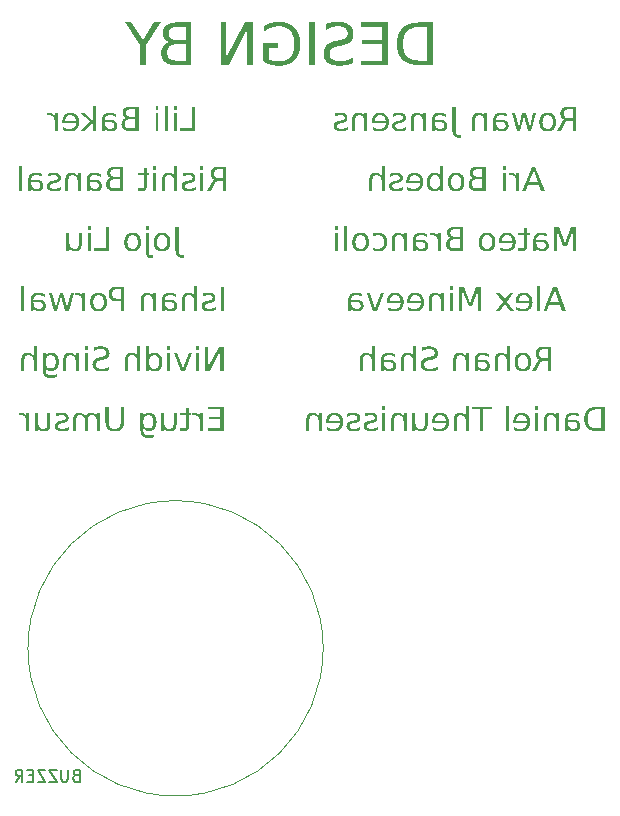
<source format=gbr>
%TF.GenerationSoftware,KiCad,Pcbnew,7.0.10-7.0.10~ubuntu22.04.1*%
%TF.CreationDate,2025-01-30T16:28:08-05:00*%
%TF.ProjectId,board_one_teensy_22,626f6172-645f-46f6-9e65-5f7465656e73,rev?*%
%TF.SameCoordinates,Original*%
%TF.FileFunction,Legend,Bot*%
%TF.FilePolarity,Positive*%
%FSLAX46Y46*%
G04 Gerber Fmt 4.6, Leading zero omitted, Abs format (unit mm)*
G04 Created by KiCad (PCBNEW 7.0.10-7.0.10~ubuntu22.04.1) date 2025-01-30 16:28:08*
%MOMM*%
%LPD*%
G01*
G04 APERTURE LIST*
%ADD10C,0.150000*%
%ADD11C,0.300000*%
%ADD12C,0.500000*%
%ADD13C,0.100000*%
G04 APERTURE END LIST*
D10*
G36*
X131720425Y-83956636D02*
G01*
X130423496Y-83956636D01*
X130423496Y-84175478D01*
X131442965Y-84175478D01*
X131442965Y-84800739D01*
X130465994Y-84800739D01*
X130465994Y-85019581D01*
X131442965Y-85019581D01*
X131442965Y-85801158D01*
X130398583Y-85801158D01*
X130398583Y-86020000D01*
X131720425Y-86020000D01*
X131720425Y-83956636D01*
G37*
G36*
X129071367Y-84706950D02*
G01*
X129090334Y-84700318D01*
X129110049Y-84694528D01*
X129130512Y-84689579D01*
X129151723Y-84685472D01*
X129164179Y-84683503D01*
X129186659Y-84680457D01*
X129206672Y-84678442D01*
X129227372Y-84676977D01*
X129248758Y-84676061D01*
X129270832Y-84675695D01*
X129274577Y-84675687D01*
X129300994Y-84676236D01*
X129326631Y-84677885D01*
X129351491Y-84680633D01*
X129375572Y-84684480D01*
X129398874Y-84689426D01*
X129421398Y-84695471D01*
X129443143Y-84702615D01*
X129464110Y-84710858D01*
X129484298Y-84720200D01*
X129503708Y-84730642D01*
X129522339Y-84742182D01*
X129540191Y-84754822D01*
X129557265Y-84768560D01*
X129573561Y-84783398D01*
X129589078Y-84799335D01*
X129603817Y-84816371D01*
X129617717Y-84834435D01*
X129630721Y-84853457D01*
X129642829Y-84873438D01*
X129654039Y-84894376D01*
X129664353Y-84916272D01*
X129673769Y-84939126D01*
X129682289Y-84962937D01*
X129689912Y-84987707D01*
X129696638Y-85013435D01*
X129702468Y-85040120D01*
X129707400Y-85067763D01*
X129711436Y-85096365D01*
X129714575Y-85125924D01*
X129716817Y-85156441D01*
X129718162Y-85187916D01*
X129718611Y-85220348D01*
X129718611Y-86020000D01*
X129972623Y-86020000D01*
X129972623Y-84488108D01*
X129718611Y-84488108D01*
X129718611Y-84738213D01*
X129708471Y-84720670D01*
X129697957Y-84703698D01*
X129687069Y-84687300D01*
X129670036Y-84663775D01*
X129652161Y-84641539D01*
X129633445Y-84620590D01*
X129613888Y-84600929D01*
X129593489Y-84582557D01*
X129572248Y-84565472D01*
X129550166Y-84549676D01*
X129527243Y-84535167D01*
X129511493Y-84526210D01*
X129487011Y-84513814D01*
X129461558Y-84502637D01*
X129435136Y-84492679D01*
X129407743Y-84483941D01*
X129379380Y-84476422D01*
X129359932Y-84472087D01*
X129340053Y-84468293D01*
X129319743Y-84465042D01*
X129299001Y-84462332D01*
X129277828Y-84460165D01*
X129256224Y-84458539D01*
X129234189Y-84457455D01*
X129211722Y-84456913D01*
X129200327Y-84456845D01*
X129180154Y-84456845D01*
X129160335Y-84456845D01*
X129143175Y-84456845D01*
X129122662Y-84456845D01*
X129103059Y-84456845D01*
X129082373Y-84456845D01*
X129072833Y-84456845D01*
X129071367Y-84706950D01*
G37*
G36*
X128561877Y-84050425D02*
G01*
X128561877Y-84488108D01*
X128041151Y-84488108D01*
X128041151Y-84675687D01*
X128561877Y-84675687D01*
X128561877Y-85507090D01*
X128561676Y-85530012D01*
X128561075Y-85551885D01*
X128560073Y-85572709D01*
X128558671Y-85592483D01*
X128555816Y-85620176D01*
X128552059Y-85645508D01*
X128547401Y-85668479D01*
X128541841Y-85689089D01*
X128533025Y-85712895D01*
X128522607Y-85732503D01*
X128510586Y-85747913D01*
X128491817Y-85763252D01*
X128473075Y-85773651D01*
X128451020Y-85782387D01*
X128425653Y-85789459D01*
X128404454Y-85793670D01*
X128381392Y-85796946D01*
X128356466Y-85799286D01*
X128329677Y-85800690D01*
X128301025Y-85801158D01*
X128041151Y-85801158D01*
X128041151Y-86020000D01*
X128301025Y-86020000D01*
X128336893Y-86019568D01*
X128371344Y-86018275D01*
X128404380Y-86016118D01*
X128436000Y-86013100D01*
X128466204Y-86009218D01*
X128494992Y-86004475D01*
X128522365Y-85998869D01*
X128548321Y-85992400D01*
X128572862Y-85985069D01*
X128595987Y-85976875D01*
X128617696Y-85967819D01*
X128637989Y-85957901D01*
X128656866Y-85947120D01*
X128674328Y-85935476D01*
X128690373Y-85922970D01*
X128705003Y-85909602D01*
X128718490Y-85895092D01*
X128731106Y-85879163D01*
X128742853Y-85861814D01*
X128753729Y-85843046D01*
X128763736Y-85822857D01*
X128772872Y-85801250D01*
X128781138Y-85778222D01*
X128788534Y-85753775D01*
X128795060Y-85727908D01*
X128800716Y-85700621D01*
X128805501Y-85671915D01*
X128809417Y-85641789D01*
X128812462Y-85610244D01*
X128814637Y-85577279D01*
X128815943Y-85542894D01*
X128816378Y-85507090D01*
X128816378Y-84675687D01*
X129001514Y-84675687D01*
X129001514Y-84488108D01*
X128816378Y-84488108D01*
X128816378Y-84050425D01*
X128561877Y-84050425D01*
G37*
G36*
X127742198Y-85404996D02*
G01*
X127742198Y-84488108D01*
X127489162Y-84488108D01*
X127489162Y-85395226D01*
X127488830Y-85422095D01*
X127487834Y-85448113D01*
X127486174Y-85473279D01*
X127483850Y-85497595D01*
X127480862Y-85521059D01*
X127477209Y-85543673D01*
X127472893Y-85565435D01*
X127467913Y-85586346D01*
X127462269Y-85606407D01*
X127455960Y-85625616D01*
X127448988Y-85643974D01*
X127437284Y-85669916D01*
X127424087Y-85693943D01*
X127409395Y-85716055D01*
X127404165Y-85723000D01*
X127387394Y-85742555D01*
X127369138Y-85760186D01*
X127349395Y-85775894D01*
X127328168Y-85789678D01*
X127305455Y-85801540D01*
X127281256Y-85811477D01*
X127255572Y-85819491D01*
X127228402Y-85825582D01*
X127199747Y-85829750D01*
X127179818Y-85831459D01*
X127159230Y-85832314D01*
X127148687Y-85832421D01*
X127123439Y-85831912D01*
X127098862Y-85830383D01*
X127074957Y-85827836D01*
X127051723Y-85824269D01*
X127029161Y-85819684D01*
X127007271Y-85814080D01*
X126986052Y-85807457D01*
X126965505Y-85799815D01*
X126945630Y-85791153D01*
X126926426Y-85781473D01*
X126907895Y-85770774D01*
X126890034Y-85759057D01*
X126872846Y-85746320D01*
X126856329Y-85732564D01*
X126840484Y-85717789D01*
X126825310Y-85701995D01*
X126810877Y-85685324D01*
X126797375Y-85667916D01*
X126784804Y-85649771D01*
X126773164Y-85630890D01*
X126762456Y-85611272D01*
X126752678Y-85590918D01*
X126743832Y-85569827D01*
X126735917Y-85548000D01*
X126728933Y-85525436D01*
X126722881Y-85502136D01*
X126717759Y-85478099D01*
X126713569Y-85453326D01*
X126710310Y-85427816D01*
X126707982Y-85401569D01*
X126706585Y-85374586D01*
X126706119Y-85346866D01*
X126706119Y-84488108D01*
X126453084Y-84488108D01*
X126453084Y-86020000D01*
X126706119Y-86020000D01*
X126706119Y-85769895D01*
X126717715Y-85787438D01*
X126729544Y-85804409D01*
X126741605Y-85820808D01*
X126753899Y-85836634D01*
X126766426Y-85851888D01*
X126785653Y-85873695D01*
X126805404Y-85894214D01*
X126825679Y-85913446D01*
X126846477Y-85931389D01*
X126867799Y-85948044D01*
X126889645Y-85963411D01*
X126912015Y-85977491D01*
X126919588Y-85981898D01*
X126942737Y-85994294D01*
X126966574Y-86005471D01*
X126991097Y-86015429D01*
X127016308Y-86024167D01*
X127042205Y-86031686D01*
X127068790Y-86037986D01*
X127096061Y-86043066D01*
X127124019Y-86046927D01*
X127152664Y-86049569D01*
X127181996Y-86050992D01*
X127201932Y-86051263D01*
X127234590Y-86050620D01*
X127266252Y-86048690D01*
X127296918Y-86045475D01*
X127326588Y-86040974D01*
X127355262Y-86035186D01*
X127382939Y-86028113D01*
X127409621Y-86019753D01*
X127435306Y-86010108D01*
X127459996Y-85999176D01*
X127483689Y-85986958D01*
X127506387Y-85973454D01*
X127528088Y-85958664D01*
X127548794Y-85942588D01*
X127568503Y-85925226D01*
X127587216Y-85906577D01*
X127604933Y-85886643D01*
X127621555Y-85865470D01*
X127637104Y-85843107D01*
X127651582Y-85819552D01*
X127664986Y-85794808D01*
X127677319Y-85768872D01*
X127688579Y-85741746D01*
X127698766Y-85713429D01*
X127707881Y-85683921D01*
X127715924Y-85653223D01*
X127722895Y-85621334D01*
X127728793Y-85588254D01*
X127733619Y-85553984D01*
X127737372Y-85518523D01*
X127740053Y-85481871D01*
X127741661Y-85444029D01*
X127742198Y-85404996D01*
G37*
G36*
X125457306Y-84457681D02*
G01*
X125491378Y-84460188D01*
X125524595Y-84464367D01*
X125556957Y-84470218D01*
X125588464Y-84477739D01*
X125619117Y-84486933D01*
X125648914Y-84497798D01*
X125677857Y-84510334D01*
X125705945Y-84524543D01*
X125733178Y-84540422D01*
X125759556Y-84557973D01*
X125785080Y-84577196D01*
X125809748Y-84598090D01*
X125833562Y-84620656D01*
X125856521Y-84644893D01*
X125878625Y-84670802D01*
X125889264Y-84684311D01*
X125909528Y-84712151D01*
X125928442Y-84741086D01*
X125946004Y-84771117D01*
X125962216Y-84802242D01*
X125977076Y-84834463D01*
X125990586Y-84867780D01*
X126002745Y-84902191D01*
X126013553Y-84937698D01*
X126023009Y-84974300D01*
X126031115Y-85011997D01*
X126034661Y-85031257D01*
X126037870Y-85050790D01*
X126040741Y-85070597D01*
X126043274Y-85090678D01*
X126045469Y-85111033D01*
X126047327Y-85131661D01*
X126048847Y-85152563D01*
X126050029Y-85173740D01*
X126050873Y-85195189D01*
X126051380Y-85216913D01*
X126051549Y-85238911D01*
X126051380Y-85260848D01*
X126050873Y-85282514D01*
X126050029Y-85303908D01*
X126048847Y-85325029D01*
X126047327Y-85345879D01*
X126045469Y-85366457D01*
X126043274Y-85386763D01*
X126040741Y-85406797D01*
X126037870Y-85426560D01*
X126034661Y-85446050D01*
X126027231Y-85484215D01*
X126018450Y-85521292D01*
X126008318Y-85557281D01*
X125996834Y-85592183D01*
X125984000Y-85625998D01*
X125969815Y-85658724D01*
X125954279Y-85690363D01*
X125937392Y-85720915D01*
X125919154Y-85750378D01*
X125899565Y-85778754D01*
X125878625Y-85806043D01*
X125856521Y-85831952D01*
X125833562Y-85856189D01*
X125809748Y-85878755D01*
X125785080Y-85899649D01*
X125759556Y-85918872D01*
X125733178Y-85936423D01*
X125705945Y-85952302D01*
X125677857Y-85966510D01*
X125648914Y-85979047D01*
X125619117Y-85989912D01*
X125588464Y-85999105D01*
X125556957Y-86006627D01*
X125524595Y-86012478D01*
X125491378Y-86016656D01*
X125457306Y-86019164D01*
X125422379Y-86020000D01*
X125411771Y-86019931D01*
X125390839Y-86019386D01*
X125370284Y-86018294D01*
X125350107Y-86016657D01*
X125330309Y-86014474D01*
X125310887Y-86011745D01*
X125282464Y-86006629D01*
X125254891Y-86000285D01*
X125228168Y-85992713D01*
X125202295Y-85983913D01*
X125177272Y-85973885D01*
X125153099Y-85962630D01*
X125129776Y-85950146D01*
X125122156Y-85945681D01*
X125099818Y-85931454D01*
X125078261Y-85915982D01*
X125057486Y-85899265D01*
X125037492Y-85881303D01*
X125018279Y-85862096D01*
X124999848Y-85841645D01*
X124982198Y-85819947D01*
X124965330Y-85797005D01*
X124949242Y-85772818D01*
X124938952Y-85756002D01*
X124929008Y-85738632D01*
X124929008Y-85869546D01*
X124929491Y-85902057D01*
X124930940Y-85933522D01*
X124933353Y-85963942D01*
X124936733Y-85993316D01*
X124941078Y-86021644D01*
X124946388Y-86048927D01*
X124952664Y-86075164D01*
X124959905Y-86100355D01*
X124968112Y-86124501D01*
X124977285Y-86147601D01*
X124987423Y-86169655D01*
X124998526Y-86190664D01*
X125010595Y-86210627D01*
X125023630Y-86229545D01*
X125037630Y-86247416D01*
X125052595Y-86264242D01*
X125068532Y-86280095D01*
X125085446Y-86294925D01*
X125103337Y-86308733D01*
X125122205Y-86321517D01*
X125142049Y-86333279D01*
X125162871Y-86344018D01*
X125184670Y-86353734D01*
X125207445Y-86362428D01*
X125231198Y-86370099D01*
X125255928Y-86376747D01*
X125281634Y-86382372D01*
X125308318Y-86386974D01*
X125335978Y-86390554D01*
X125364616Y-86393111D01*
X125394230Y-86394645D01*
X125424821Y-86395157D01*
X125438909Y-86395036D01*
X125459977Y-86394405D01*
X125480967Y-86393233D01*
X125501880Y-86391520D01*
X125522715Y-86389266D01*
X125543473Y-86386471D01*
X125564154Y-86383135D01*
X125584758Y-86379258D01*
X125605284Y-86374840D01*
X125625734Y-86369882D01*
X125646105Y-86364382D01*
X125659672Y-86360464D01*
X125680066Y-86354095D01*
X125700511Y-86347132D01*
X125721007Y-86339577D01*
X125741555Y-86331430D01*
X125762154Y-86322690D01*
X125782805Y-86313358D01*
X125803508Y-86303433D01*
X125824262Y-86292916D01*
X125845067Y-86281806D01*
X125865924Y-86270104D01*
X125865924Y-86520209D01*
X125851977Y-86526095D01*
X125830964Y-86534561D01*
X125809840Y-86542588D01*
X125788604Y-86550177D01*
X125767256Y-86557328D01*
X125745796Y-86564041D01*
X125724225Y-86570317D01*
X125702542Y-86576154D01*
X125680748Y-86581554D01*
X125658842Y-86586516D01*
X125636824Y-86591039D01*
X125621988Y-86593819D01*
X125599513Y-86597653D01*
X125576771Y-86601084D01*
X125553763Y-86604111D01*
X125530489Y-86606734D01*
X125506949Y-86608953D01*
X125483142Y-86610770D01*
X125459069Y-86612182D01*
X125434730Y-86613191D01*
X125410125Y-86613796D01*
X125385254Y-86613998D01*
X125362935Y-86613807D01*
X125340977Y-86613235D01*
X125319383Y-86612281D01*
X125298151Y-86610945D01*
X125277282Y-86609228D01*
X125256775Y-86607129D01*
X125236630Y-86604648D01*
X125216849Y-86601786D01*
X125178373Y-86594917D01*
X125141347Y-86586521D01*
X125105772Y-86576598D01*
X125071646Y-86565150D01*
X125038971Y-86552174D01*
X125007746Y-86537672D01*
X124977972Y-86521644D01*
X124949647Y-86504089D01*
X124922773Y-86485007D01*
X124897348Y-86464399D01*
X124873375Y-86442265D01*
X124850851Y-86418604D01*
X124829733Y-86393378D01*
X124809978Y-86366550D01*
X124791586Y-86338118D01*
X124774555Y-86308084D01*
X124758888Y-86276447D01*
X124744582Y-86243207D01*
X124731639Y-86208364D01*
X124720059Y-86171919D01*
X124714779Y-86153095D01*
X124709841Y-86133870D01*
X124705242Y-86114245D01*
X124700985Y-86094219D01*
X124697068Y-86073792D01*
X124693492Y-86052965D01*
X124690256Y-86031737D01*
X124687361Y-86010108D01*
X124684806Y-85988078D01*
X124682592Y-85965648D01*
X124680719Y-85942817D01*
X124679186Y-85919585D01*
X124677994Y-85895953D01*
X124677143Y-85871920D01*
X124676632Y-85847486D01*
X124676461Y-85822651D01*
X124676461Y-85238911D01*
X124929008Y-85238911D01*
X124929451Y-85271844D01*
X124930779Y-85303841D01*
X124932993Y-85334904D01*
X124936092Y-85365032D01*
X124940076Y-85394225D01*
X124944945Y-85422482D01*
X124950700Y-85449805D01*
X124957341Y-85476193D01*
X124964866Y-85501646D01*
X124973277Y-85526163D01*
X124982574Y-85549746D01*
X124992756Y-85572394D01*
X125003823Y-85594107D01*
X125015776Y-85614885D01*
X125028614Y-85634727D01*
X125042337Y-85653635D01*
X125056860Y-85671499D01*
X125072097Y-85688211D01*
X125088047Y-85703770D01*
X125104711Y-85718176D01*
X125122088Y-85731430D01*
X125140179Y-85743532D01*
X125158984Y-85754481D01*
X125178503Y-85764277D01*
X125198735Y-85772921D01*
X125219680Y-85780413D01*
X125241340Y-85786751D01*
X125263713Y-85791938D01*
X125286799Y-85795972D01*
X125310600Y-85798853D01*
X125335114Y-85800582D01*
X125360341Y-85801158D01*
X125385451Y-85800582D01*
X125409854Y-85798853D01*
X125433551Y-85795972D01*
X125456542Y-85791938D01*
X125478828Y-85786751D01*
X125500407Y-85780413D01*
X125521280Y-85772921D01*
X125541447Y-85764277D01*
X125560909Y-85754481D01*
X125579664Y-85743532D01*
X125597713Y-85731430D01*
X125615056Y-85718176D01*
X125631693Y-85703770D01*
X125647624Y-85688211D01*
X125662849Y-85671499D01*
X125677369Y-85653635D01*
X125691092Y-85634727D01*
X125703930Y-85614885D01*
X125715883Y-85594107D01*
X125726950Y-85572394D01*
X125737132Y-85549746D01*
X125746428Y-85526163D01*
X125754839Y-85501646D01*
X125762365Y-85476193D01*
X125769005Y-85449805D01*
X125774760Y-85422482D01*
X125779630Y-85394225D01*
X125783614Y-85365032D01*
X125786713Y-85334904D01*
X125788926Y-85303841D01*
X125790255Y-85271844D01*
X125790697Y-85238911D01*
X125790255Y-85205860D01*
X125788926Y-85173751D01*
X125786713Y-85142586D01*
X125783614Y-85112363D01*
X125779630Y-85083082D01*
X125774760Y-85054744D01*
X125769005Y-85027349D01*
X125762365Y-85000896D01*
X125754839Y-84975386D01*
X125746428Y-84950819D01*
X125737132Y-84927194D01*
X125726950Y-84904512D01*
X125715883Y-84882772D01*
X125703930Y-84861975D01*
X125691092Y-84842121D01*
X125677369Y-84823210D01*
X125662849Y-84805345D01*
X125647624Y-84788634D01*
X125631693Y-84773075D01*
X125615056Y-84758668D01*
X125597713Y-84745414D01*
X125579664Y-84733313D01*
X125560909Y-84722364D01*
X125541447Y-84712568D01*
X125521280Y-84703924D01*
X125500407Y-84696432D01*
X125478828Y-84690093D01*
X125456542Y-84684907D01*
X125433551Y-84680873D01*
X125409854Y-84677992D01*
X125385451Y-84676263D01*
X125360341Y-84675687D01*
X125335114Y-84676263D01*
X125310600Y-84677992D01*
X125286799Y-84680873D01*
X125263713Y-84684907D01*
X125241340Y-84690093D01*
X125219680Y-84696432D01*
X125198735Y-84703924D01*
X125178503Y-84712568D01*
X125158984Y-84722364D01*
X125140179Y-84733313D01*
X125122088Y-84745414D01*
X125104711Y-84758668D01*
X125088047Y-84773075D01*
X125072097Y-84788634D01*
X125056860Y-84805345D01*
X125042337Y-84823210D01*
X125028614Y-84842121D01*
X125015776Y-84861975D01*
X125003823Y-84882772D01*
X124992756Y-84904512D01*
X124982574Y-84927194D01*
X124973277Y-84950819D01*
X124964866Y-84975386D01*
X124957341Y-85000896D01*
X124950700Y-85027349D01*
X124944945Y-85054744D01*
X124940076Y-85083082D01*
X124936092Y-85112363D01*
X124932993Y-85142586D01*
X124930779Y-85173751D01*
X124929451Y-85205860D01*
X124929008Y-85238911D01*
X124676461Y-85238911D01*
X124676461Y-84488108D01*
X124929008Y-84488108D01*
X124929008Y-84738213D01*
X124933937Y-84729459D01*
X124944054Y-84712370D01*
X124954518Y-84695838D01*
X124970866Y-84672084D01*
X124987995Y-84649584D01*
X125005905Y-84628338D01*
X125024597Y-84608345D01*
X125044070Y-84589607D01*
X125064324Y-84572121D01*
X125085360Y-84555890D01*
X125107177Y-84540912D01*
X125129776Y-84527187D01*
X125137456Y-84522860D01*
X125161062Y-84510701D01*
X125185518Y-84499779D01*
X125210825Y-84490093D01*
X125236981Y-84481644D01*
X125263988Y-84474431D01*
X125291844Y-84468454D01*
X125320551Y-84463715D01*
X125340161Y-84461242D01*
X125360149Y-84459318D01*
X125380514Y-84457944D01*
X125401258Y-84457120D01*
X125422379Y-84456845D01*
X125457306Y-84457681D01*
G37*
G36*
X123296978Y-83956636D02*
G01*
X123018052Y-83956636D01*
X123018052Y-85209602D01*
X123017936Y-85230121D01*
X123017587Y-85250278D01*
X123017005Y-85270073D01*
X123015143Y-85308580D01*
X123012349Y-85345640D01*
X123008624Y-85381253D01*
X123003968Y-85415421D01*
X122998381Y-85448142D01*
X122991863Y-85479416D01*
X122984414Y-85509244D01*
X122976033Y-85537626D01*
X122966721Y-85564561D01*
X122956478Y-85590051D01*
X122945304Y-85614093D01*
X122933199Y-85636689D01*
X122920163Y-85657839D01*
X122906195Y-85677543D01*
X122898862Y-85686852D01*
X122883324Y-85704480D01*
X122866630Y-85720970D01*
X122848779Y-85736323D01*
X122829772Y-85750539D01*
X122809608Y-85763617D01*
X122788289Y-85775558D01*
X122765813Y-85786362D01*
X122742180Y-85796029D01*
X122717391Y-85804558D01*
X122691446Y-85811950D01*
X122664345Y-85818205D01*
X122636087Y-85823323D01*
X122606673Y-85827303D01*
X122576103Y-85830146D01*
X122544376Y-85831852D01*
X122511493Y-85832421D01*
X122478730Y-85831852D01*
X122447120Y-85830146D01*
X122416662Y-85827303D01*
X122387356Y-85823323D01*
X122359204Y-85818205D01*
X122332203Y-85811950D01*
X122306355Y-85804558D01*
X122281660Y-85796029D01*
X122258118Y-85786362D01*
X122235727Y-85775558D01*
X122214490Y-85763617D01*
X122194404Y-85750539D01*
X122175472Y-85736323D01*
X122157692Y-85720970D01*
X122141064Y-85704480D01*
X122125589Y-85686852D01*
X122111097Y-85667872D01*
X122097539Y-85647445D01*
X122084917Y-85625572D01*
X122073230Y-85602253D01*
X122062477Y-85577487D01*
X122052660Y-85551275D01*
X122043777Y-85523616D01*
X122035830Y-85494511D01*
X122028817Y-85463960D01*
X122022740Y-85431962D01*
X122017597Y-85398518D01*
X122013390Y-85363627D01*
X122010118Y-85327291D01*
X122007780Y-85289507D01*
X122006378Y-85250278D01*
X122006027Y-85230121D01*
X122005910Y-85209602D01*
X122005910Y-83956636D01*
X121726985Y-83956636D01*
X121726985Y-85243796D01*
X121727179Y-85268579D01*
X121727761Y-85292980D01*
X121728732Y-85317000D01*
X121730091Y-85340638D01*
X121731839Y-85363895D01*
X121733974Y-85386769D01*
X121736498Y-85409263D01*
X121739411Y-85431374D01*
X121742711Y-85453104D01*
X121746400Y-85474453D01*
X121750477Y-85495419D01*
X121754943Y-85516004D01*
X121759797Y-85536208D01*
X121765039Y-85556030D01*
X121770669Y-85575470D01*
X121776688Y-85594528D01*
X121783095Y-85613205D01*
X121797074Y-85649414D01*
X121812607Y-85684097D01*
X121829692Y-85717253D01*
X121848331Y-85748882D01*
X121868523Y-85778985D01*
X121890268Y-85807562D01*
X121913567Y-85834612D01*
X121925798Y-85847564D01*
X121951328Y-85872231D01*
X121978334Y-85895306D01*
X122006816Y-85916790D01*
X122036776Y-85936682D01*
X122068213Y-85954983D01*
X122101127Y-85971693D01*
X122135517Y-85986811D01*
X122171385Y-86000338D01*
X122208729Y-86012273D01*
X122227955Y-86017644D01*
X122247550Y-86022617D01*
X122267515Y-86027193D01*
X122287848Y-86031370D01*
X122308551Y-86035150D01*
X122329623Y-86038531D01*
X122351065Y-86041515D01*
X122372875Y-86044101D01*
X122395055Y-86046289D01*
X122417604Y-86048080D01*
X122440523Y-86049472D01*
X122463810Y-86050467D01*
X122487467Y-86051064D01*
X122511493Y-86051263D01*
X122535579Y-86051064D01*
X122559296Y-86050467D01*
X122582642Y-86049472D01*
X122605618Y-86048080D01*
X122628224Y-86046289D01*
X122650459Y-86044101D01*
X122672325Y-86041515D01*
X122693820Y-86038531D01*
X122714945Y-86035150D01*
X122735700Y-86031370D01*
X122756085Y-86027193D01*
X122776099Y-86022617D01*
X122795744Y-86017644D01*
X122815018Y-86012273D01*
X122833922Y-86006505D01*
X122870619Y-85993773D01*
X122905836Y-85979451D01*
X122939572Y-85963537D01*
X122971828Y-85946032D01*
X123002602Y-85926935D01*
X123031896Y-85906247D01*
X123059709Y-85883967D01*
X123086042Y-85860096D01*
X123098653Y-85847564D01*
X123122669Y-85821277D01*
X123145135Y-85793464D01*
X123166052Y-85764125D01*
X123185420Y-85733258D01*
X123203238Y-85700866D01*
X123219507Y-85666946D01*
X123234226Y-85631501D01*
X123247396Y-85594528D01*
X123253400Y-85575470D01*
X123259017Y-85556030D01*
X123264246Y-85536208D01*
X123269088Y-85516004D01*
X123273543Y-85495419D01*
X123277610Y-85474453D01*
X123281290Y-85453104D01*
X123284582Y-85431374D01*
X123287488Y-85409263D01*
X123290005Y-85386769D01*
X123292136Y-85363895D01*
X123293879Y-85340638D01*
X123295235Y-85317000D01*
X123296203Y-85292980D01*
X123296784Y-85268579D01*
X123296978Y-85243796D01*
X123296978Y-83956636D01*
G37*
G36*
X120030962Y-84793900D02*
G01*
X120018972Y-84772640D01*
X120006691Y-84752089D01*
X119994120Y-84732248D01*
X119981259Y-84713117D01*
X119968108Y-84694696D01*
X119954667Y-84676984D01*
X119940936Y-84659983D01*
X119926915Y-84643691D01*
X119912604Y-84628109D01*
X119898003Y-84613237D01*
X119883112Y-84599075D01*
X119867930Y-84585622D01*
X119852459Y-84572880D01*
X119836698Y-84560847D01*
X119820646Y-84549524D01*
X119804305Y-84538911D01*
X119779163Y-84524245D01*
X119753197Y-84511021D01*
X119726407Y-84499240D01*
X119708089Y-84492188D01*
X119689404Y-84485777D01*
X119670353Y-84480006D01*
X119650936Y-84474877D01*
X119631152Y-84470389D01*
X119611002Y-84466542D01*
X119590486Y-84463337D01*
X119569603Y-84460772D01*
X119548354Y-84458849D01*
X119526738Y-84457567D01*
X119504756Y-84456925D01*
X119493628Y-84456845D01*
X119464016Y-84457504D01*
X119435262Y-84459479D01*
X119407367Y-84462770D01*
X119380330Y-84467378D01*
X119354152Y-84473303D01*
X119328833Y-84480544D01*
X119304372Y-84489103D01*
X119280771Y-84498977D01*
X119258027Y-84510168D01*
X119236143Y-84522676D01*
X119215117Y-84536501D01*
X119194950Y-84551642D01*
X119175641Y-84568100D01*
X119157191Y-84585874D01*
X119139600Y-84604965D01*
X119122868Y-84625373D01*
X119107015Y-84646935D01*
X119092185Y-84669611D01*
X119078377Y-84693402D01*
X119065593Y-84718307D01*
X119053831Y-84744327D01*
X119043092Y-84771461D01*
X119033375Y-84799709D01*
X119024682Y-84829071D01*
X119017011Y-84859548D01*
X119010363Y-84891140D01*
X119004738Y-84923845D01*
X119000135Y-84957665D01*
X118996556Y-84992600D01*
X118993999Y-85028648D01*
X118992465Y-85065811D01*
X118991953Y-85104089D01*
X118991953Y-86020000D01*
X119246454Y-86020000D01*
X119246454Y-85112393D01*
X119246760Y-85085118D01*
X119247676Y-85058736D01*
X119249202Y-85033247D01*
X119251339Y-85008651D01*
X119254087Y-84984948D01*
X119257445Y-84962138D01*
X119261414Y-84940221D01*
X119265994Y-84919197D01*
X119271184Y-84899066D01*
X119276985Y-84879828D01*
X119286831Y-84852646D01*
X119298051Y-84827472D01*
X119310644Y-84804308D01*
X119324612Y-84783154D01*
X119339992Y-84763948D01*
X119356824Y-84746632D01*
X119375106Y-84731204D01*
X119394840Y-84717666D01*
X119416024Y-84706017D01*
X119438660Y-84696257D01*
X119462747Y-84688386D01*
X119488285Y-84682404D01*
X119515275Y-84678311D01*
X119543715Y-84676107D01*
X119563482Y-84675687D01*
X119587707Y-84676198D01*
X119611292Y-84677732D01*
X119634236Y-84680289D01*
X119656538Y-84683869D01*
X119678199Y-84688471D01*
X119699220Y-84694097D01*
X119719599Y-84700745D01*
X119739336Y-84708415D01*
X119758433Y-84717109D01*
X119776889Y-84726825D01*
X119794703Y-84737564D01*
X119811877Y-84749326D01*
X119828409Y-84762111D01*
X119844300Y-84775918D01*
X119859550Y-84790748D01*
X119874159Y-84806601D01*
X119887941Y-84823274D01*
X119900834Y-84840688D01*
X119912839Y-84858842D01*
X119923954Y-84877737D01*
X119934179Y-84897372D01*
X119943516Y-84917747D01*
X119951963Y-84938862D01*
X119959521Y-84960718D01*
X119966190Y-84983315D01*
X119971970Y-85006651D01*
X119976861Y-85030728D01*
X119980862Y-85055546D01*
X119983974Y-85081103D01*
X119986197Y-85107401D01*
X119987531Y-85134440D01*
X119987976Y-85162219D01*
X119987976Y-86020000D01*
X120242477Y-86020000D01*
X120242477Y-85112393D01*
X120242784Y-85084944D01*
X120243706Y-85058408D01*
X120245242Y-85032783D01*
X120247392Y-85008071D01*
X120250157Y-84984271D01*
X120253536Y-84961382D01*
X120257530Y-84939406D01*
X120262138Y-84918342D01*
X120267361Y-84898190D01*
X120273198Y-84878950D01*
X120283105Y-84851801D01*
X120294396Y-84826703D01*
X120307068Y-84803658D01*
X120321123Y-84782665D01*
X120336525Y-84763547D01*
X120353420Y-84746309D01*
X120371810Y-84730952D01*
X120391694Y-84717475D01*
X120413072Y-84705879D01*
X120435944Y-84696163D01*
X120460310Y-84688328D01*
X120486170Y-84682373D01*
X120513524Y-84678299D01*
X120542373Y-84676105D01*
X120562435Y-84675687D01*
X120586365Y-84676200D01*
X120609673Y-84677740D01*
X120632359Y-84680306D01*
X120654423Y-84683900D01*
X120675865Y-84688519D01*
X120696684Y-84694165D01*
X120716882Y-84700838D01*
X120736458Y-84708538D01*
X120755412Y-84717263D01*
X120773743Y-84727016D01*
X120791453Y-84737795D01*
X120808540Y-84749601D01*
X120825005Y-84762433D01*
X120840849Y-84776292D01*
X120856070Y-84791177D01*
X120870669Y-84807090D01*
X120884452Y-84823818D01*
X120897345Y-84841276D01*
X120909349Y-84859462D01*
X120920464Y-84878378D01*
X120930690Y-84898022D01*
X120940027Y-84918396D01*
X120948474Y-84939498D01*
X120956032Y-84961329D01*
X120962701Y-84983889D01*
X120968481Y-85007178D01*
X120973372Y-85031196D01*
X120977373Y-85055942D01*
X120980485Y-85081418D01*
X120982708Y-85107623D01*
X120984042Y-85134556D01*
X120984486Y-85162219D01*
X120984486Y-86020000D01*
X121238499Y-86020000D01*
X121238499Y-84488108D01*
X120984486Y-84488108D01*
X120984486Y-84738213D01*
X120973545Y-84720496D01*
X120962337Y-84703370D01*
X120950861Y-84686836D01*
X120939118Y-84670894D01*
X120921003Y-84648089D01*
X120902287Y-84626615D01*
X120882970Y-84606472D01*
X120863052Y-84587660D01*
X120842533Y-84570179D01*
X120821412Y-84554029D01*
X120799691Y-84539210D01*
X120777369Y-84525722D01*
X120754255Y-84513413D01*
X120730342Y-84502315D01*
X120705631Y-84492427D01*
X120680122Y-84483750D01*
X120653814Y-84476284D01*
X120626707Y-84470029D01*
X120598802Y-84464984D01*
X120570098Y-84461150D01*
X120550518Y-84459267D01*
X120530584Y-84457921D01*
X120510295Y-84457114D01*
X120489650Y-84456845D01*
X120468903Y-84457183D01*
X120448549Y-84458196D01*
X120428588Y-84459885D01*
X120409020Y-84462249D01*
X120380405Y-84467062D01*
X120352674Y-84473395D01*
X120325828Y-84481247D01*
X120299866Y-84490619D01*
X120274789Y-84501512D01*
X120250596Y-84513924D01*
X120227287Y-84527856D01*
X120204863Y-84543307D01*
X120183331Y-84560202D01*
X120162880Y-84578461D01*
X120143512Y-84598086D01*
X120125225Y-84619076D01*
X120108020Y-84641431D01*
X120091897Y-84665152D01*
X120076856Y-84690238D01*
X120067430Y-84707720D01*
X120058485Y-84725810D01*
X120050020Y-84744506D01*
X120042036Y-84763808D01*
X120034534Y-84783718D01*
X120030962Y-84793900D01*
G37*
G36*
X117520146Y-84550635D02*
G01*
X117520146Y-84800739D01*
X117540282Y-84789290D01*
X117560572Y-84778391D01*
X117581017Y-84768041D01*
X117601616Y-84758241D01*
X117622370Y-84748990D01*
X117643279Y-84740289D01*
X117664342Y-84732137D01*
X117685559Y-84724535D01*
X117706932Y-84717483D01*
X117728458Y-84710980D01*
X117742895Y-84706950D01*
X117764584Y-84701363D01*
X117786418Y-84696325D01*
X117808399Y-84691837D01*
X117830525Y-84687899D01*
X117852798Y-84684510D01*
X117875216Y-84681671D01*
X117897780Y-84679381D01*
X117920491Y-84677641D01*
X117943347Y-84676450D01*
X117966349Y-84675809D01*
X117981765Y-84675687D01*
X118004966Y-84675908D01*
X118027431Y-84676572D01*
X118049159Y-84677679D01*
X118070150Y-84679228D01*
X118090405Y-84681220D01*
X118109924Y-84683655D01*
X118137820Y-84688138D01*
X118164060Y-84693616D01*
X118188642Y-84700090D01*
X118211567Y-84707561D01*
X118232835Y-84716027D01*
X118252445Y-84725490D01*
X118264598Y-84732351D01*
X118281359Y-84743474D01*
X118301143Y-84759853D01*
X118317996Y-84778004D01*
X118331918Y-84797925D01*
X118342909Y-84819617D01*
X118350969Y-84843079D01*
X118356098Y-84868312D01*
X118358021Y-84888399D01*
X118358387Y-84902344D01*
X118357334Y-84923380D01*
X118354174Y-84943255D01*
X118347262Y-84966468D01*
X118337058Y-84987867D01*
X118323563Y-85007455D01*
X118306776Y-85025229D01*
X118290976Y-85038143D01*
X118272002Y-85050401D01*
X118248783Y-85062506D01*
X118228585Y-85071485D01*
X118205999Y-85080378D01*
X118181026Y-85089185D01*
X118153666Y-85097906D01*
X118134100Y-85103673D01*
X118113473Y-85109401D01*
X118091785Y-85115091D01*
X118069036Y-85120743D01*
X118045226Y-85126357D01*
X118020355Y-85131933D01*
X117933893Y-85150006D01*
X117900798Y-85157271D01*
X117868925Y-85164898D01*
X117838272Y-85172887D01*
X117808841Y-85181239D01*
X117780631Y-85189954D01*
X117753642Y-85199031D01*
X117727874Y-85208470D01*
X117703328Y-85218272D01*
X117680003Y-85228437D01*
X117657899Y-85238964D01*
X117637016Y-85249854D01*
X117617355Y-85261106D01*
X117598914Y-85272721D01*
X117581695Y-85284699D01*
X117565697Y-85297039D01*
X117550921Y-85309741D01*
X117530667Y-85329692D01*
X117512407Y-85351077D01*
X117496138Y-85373897D01*
X117481861Y-85398150D01*
X117469576Y-85423837D01*
X117459284Y-85450958D01*
X117453529Y-85469835D01*
X117448659Y-85489349D01*
X117444675Y-85509501D01*
X117441576Y-85530291D01*
X117439363Y-85551717D01*
X117438035Y-85573781D01*
X117437592Y-85596482D01*
X117438256Y-85622397D01*
X117440248Y-85647628D01*
X117443568Y-85672177D01*
X117448216Y-85696042D01*
X117454193Y-85719224D01*
X117461497Y-85741723D01*
X117470130Y-85763539D01*
X117480090Y-85784672D01*
X117491379Y-85805121D01*
X117503995Y-85824888D01*
X117517940Y-85843971D01*
X117533213Y-85862371D01*
X117549814Y-85880088D01*
X117567743Y-85897122D01*
X117587000Y-85913473D01*
X117607585Y-85929141D01*
X117629269Y-85943929D01*
X117651945Y-85957763D01*
X117675614Y-85970643D01*
X117700275Y-85982569D01*
X117725928Y-85993541D01*
X117752574Y-86003559D01*
X117780211Y-86012623D01*
X117808841Y-86020732D01*
X117838463Y-86027888D01*
X117869077Y-86034089D01*
X117900684Y-86039337D01*
X117933283Y-86043630D01*
X117966874Y-86046969D01*
X118001457Y-86049354D01*
X118037033Y-86050786D01*
X118073600Y-86051263D01*
X118096950Y-86050988D01*
X118120472Y-86050163D01*
X118144165Y-86048790D01*
X118168031Y-86046866D01*
X118192068Y-86044393D01*
X118216276Y-86041371D01*
X118240657Y-86037799D01*
X118265209Y-86033677D01*
X118289933Y-86029006D01*
X118314828Y-86023785D01*
X118331521Y-86020000D01*
X118356745Y-86013863D01*
X118382228Y-86007177D01*
X118407968Y-85999941D01*
X118433965Y-85992156D01*
X118460220Y-85983821D01*
X118486733Y-85974937D01*
X118513504Y-85965503D01*
X118540532Y-85955519D01*
X118567817Y-85944986D01*
X118586151Y-85937659D01*
X118604599Y-85930088D01*
X118613865Y-85926210D01*
X118613865Y-85676106D01*
X118596358Y-85685723D01*
X118578885Y-85695034D01*
X118561447Y-85704041D01*
X118535353Y-85716978D01*
X118509337Y-85729228D01*
X118483398Y-85740792D01*
X118457537Y-85751668D01*
X118431752Y-85761858D01*
X118406045Y-85771360D01*
X118380416Y-85780176D01*
X118354863Y-85788305D01*
X118337871Y-85793342D01*
X118312343Y-85800326D01*
X118286866Y-85806623D01*
X118261441Y-85812233D01*
X118236068Y-85817156D01*
X118210745Y-85821392D01*
X118185475Y-85824941D01*
X118160256Y-85827803D01*
X118135088Y-85829979D01*
X118109972Y-85831467D01*
X118084908Y-85832268D01*
X118068227Y-85832421D01*
X118046260Y-85832188D01*
X118024935Y-85831490D01*
X118004251Y-85830326D01*
X117984207Y-85828696D01*
X117955345Y-85825379D01*
X117927925Y-85821014D01*
X117901947Y-85815602D01*
X117877412Y-85809142D01*
X117854320Y-85801634D01*
X117832670Y-85793079D01*
X117812463Y-85783476D01*
X117793698Y-85772826D01*
X117776500Y-85761222D01*
X117760994Y-85748760D01*
X117742951Y-85730808D01*
X117727915Y-85711330D01*
X117715886Y-85690325D01*
X117706864Y-85667794D01*
X117700849Y-85643736D01*
X117697842Y-85618151D01*
X117697466Y-85604787D01*
X117698550Y-85580362D01*
X117701802Y-85557404D01*
X117707221Y-85535910D01*
X117714807Y-85515882D01*
X117724562Y-85497320D01*
X117736484Y-85480223D01*
X117750574Y-85464591D01*
X117766831Y-85450425D01*
X117786760Y-85437061D01*
X117805102Y-85427127D01*
X117826356Y-85417271D01*
X117850520Y-85407492D01*
X117877595Y-85397791D01*
X117897263Y-85391366D01*
X117918224Y-85384976D01*
X117940478Y-85378620D01*
X117964027Y-85372298D01*
X117988869Y-85366011D01*
X118015005Y-85359758D01*
X118042434Y-85353539D01*
X118071158Y-85347355D01*
X118159085Y-85328304D01*
X118187946Y-85321995D01*
X118215788Y-85315283D01*
X118242611Y-85308165D01*
X118268414Y-85300643D01*
X118293199Y-85292717D01*
X118316965Y-85284386D01*
X118339712Y-85275650D01*
X118361440Y-85266510D01*
X118382150Y-85256966D01*
X118401840Y-85247017D01*
X118420511Y-85236663D01*
X118438163Y-85225905D01*
X118454797Y-85214742D01*
X118477836Y-85197240D01*
X118498583Y-85178827D01*
X118517177Y-85159302D01*
X118533943Y-85138464D01*
X118548879Y-85116312D01*
X118561987Y-85092846D01*
X118573265Y-85068066D01*
X118582715Y-85041973D01*
X118590336Y-85014566D01*
X118596127Y-84985845D01*
X118598972Y-84965968D01*
X118601005Y-84945507D01*
X118602224Y-84924462D01*
X118602630Y-84902833D01*
X118602029Y-84876529D01*
X118600226Y-84850985D01*
X118597221Y-84826200D01*
X118593013Y-84802174D01*
X118587604Y-84778908D01*
X118580992Y-84756401D01*
X118573178Y-84734654D01*
X118564162Y-84713667D01*
X118553944Y-84693438D01*
X118542524Y-84673970D01*
X118529901Y-84655260D01*
X118516077Y-84637310D01*
X118501050Y-84620120D01*
X118484821Y-84603689D01*
X118467390Y-84588017D01*
X118448757Y-84573105D01*
X118429019Y-84559027D01*
X118408274Y-84545857D01*
X118386521Y-84533595D01*
X118363761Y-84522241D01*
X118339993Y-84511796D01*
X118315217Y-84502259D01*
X118289435Y-84493631D01*
X118262644Y-84485910D01*
X118234846Y-84479098D01*
X118206041Y-84473194D01*
X118176228Y-84468199D01*
X118145408Y-84464112D01*
X118113580Y-84460933D01*
X118080744Y-84458662D01*
X118046901Y-84457299D01*
X118012051Y-84456845D01*
X117985910Y-84457051D01*
X117960062Y-84457670D01*
X117934505Y-84458700D01*
X117909240Y-84460143D01*
X117884267Y-84461997D01*
X117859586Y-84464264D01*
X117835197Y-84466943D01*
X117811100Y-84470034D01*
X117787295Y-84473538D01*
X117763782Y-84477453D01*
X117748269Y-84480293D01*
X117725264Y-84484895D01*
X117702593Y-84489910D01*
X117680258Y-84495336D01*
X117658258Y-84501175D01*
X117636592Y-84507426D01*
X117615261Y-84514090D01*
X117594266Y-84521165D01*
X117573605Y-84528653D01*
X117553279Y-84536552D01*
X117533287Y-84544864D01*
X117520146Y-84550635D01*
G37*
G36*
X117069762Y-85404996D02*
G01*
X117069762Y-84488108D01*
X116816727Y-84488108D01*
X116816727Y-85395226D01*
X116816395Y-85422095D01*
X116815398Y-85448113D01*
X116813738Y-85473279D01*
X116811414Y-85497595D01*
X116808426Y-85521059D01*
X116804774Y-85543673D01*
X116800458Y-85565435D01*
X116795477Y-85586346D01*
X116789833Y-85606407D01*
X116783525Y-85625616D01*
X116776552Y-85643974D01*
X116764849Y-85669916D01*
X116751651Y-85693943D01*
X116736959Y-85716055D01*
X116731730Y-85723000D01*
X116714959Y-85742555D01*
X116696702Y-85760186D01*
X116676960Y-85775894D01*
X116655732Y-85789678D01*
X116633019Y-85801540D01*
X116608821Y-85811477D01*
X116583136Y-85819491D01*
X116555967Y-85825582D01*
X116527312Y-85829750D01*
X116507383Y-85831459D01*
X116486794Y-85832314D01*
X116476252Y-85832421D01*
X116451003Y-85831912D01*
X116426426Y-85830383D01*
X116402521Y-85827836D01*
X116379288Y-85824269D01*
X116356726Y-85819684D01*
X116334835Y-85814080D01*
X116313617Y-85807457D01*
X116293070Y-85799815D01*
X116273195Y-85791153D01*
X116253991Y-85781473D01*
X116235459Y-85770774D01*
X116217599Y-85759057D01*
X116200410Y-85746320D01*
X116183893Y-85732564D01*
X116168048Y-85717789D01*
X116152874Y-85701995D01*
X116138441Y-85685324D01*
X116124939Y-85667916D01*
X116112368Y-85649771D01*
X116100729Y-85630890D01*
X116090020Y-85611272D01*
X116080243Y-85590918D01*
X116071397Y-85569827D01*
X116063482Y-85548000D01*
X116056498Y-85525436D01*
X116050445Y-85502136D01*
X116045324Y-85478099D01*
X116041133Y-85453326D01*
X116037874Y-85427816D01*
X116035546Y-85401569D01*
X116034150Y-85374586D01*
X116033684Y-85346866D01*
X116033684Y-84488108D01*
X115780648Y-84488108D01*
X115780648Y-86020000D01*
X116033684Y-86020000D01*
X116033684Y-85769895D01*
X116045280Y-85787438D01*
X116057108Y-85804409D01*
X116069170Y-85820808D01*
X116081464Y-85836634D01*
X116093991Y-85851888D01*
X116113218Y-85873695D01*
X116132969Y-85894214D01*
X116153243Y-85913446D01*
X116174042Y-85931389D01*
X116195364Y-85948044D01*
X116217210Y-85963411D01*
X116239579Y-85977491D01*
X116247152Y-85981898D01*
X116270302Y-85994294D01*
X116294138Y-86005471D01*
X116318662Y-86015429D01*
X116343872Y-86024167D01*
X116369770Y-86031686D01*
X116396354Y-86037986D01*
X116423625Y-86043066D01*
X116451583Y-86046927D01*
X116480229Y-86049569D01*
X116509561Y-86050992D01*
X116529497Y-86051263D01*
X116562155Y-86050620D01*
X116593817Y-86048690D01*
X116624483Y-86045475D01*
X116654152Y-86040974D01*
X116682826Y-86035186D01*
X116710504Y-86028113D01*
X116737185Y-86019753D01*
X116762871Y-86010108D01*
X116787561Y-85999176D01*
X116811254Y-85986958D01*
X116833951Y-85973454D01*
X116855653Y-85958664D01*
X116876358Y-85942588D01*
X116896067Y-85925226D01*
X116914781Y-85906577D01*
X116932498Y-85886643D01*
X116949120Y-85865470D01*
X116964669Y-85843107D01*
X116979146Y-85819552D01*
X116992551Y-85794808D01*
X117004883Y-85768872D01*
X117016143Y-85741746D01*
X117026331Y-85713429D01*
X117035446Y-85683921D01*
X117043489Y-85653223D01*
X117050459Y-85621334D01*
X117056357Y-85588254D01*
X117061183Y-85553984D01*
X117064936Y-85518523D01*
X117067617Y-85481871D01*
X117069226Y-85444029D01*
X117069762Y-85404996D01*
G37*
G36*
X114377717Y-84706950D02*
G01*
X114396684Y-84700318D01*
X114416399Y-84694528D01*
X114436862Y-84689579D01*
X114458073Y-84685472D01*
X114470530Y-84683503D01*
X114493010Y-84680457D01*
X114513022Y-84678442D01*
X114533722Y-84676977D01*
X114555108Y-84676061D01*
X114577182Y-84675695D01*
X114580928Y-84675687D01*
X114607344Y-84676236D01*
X114632982Y-84677885D01*
X114657841Y-84680633D01*
X114681922Y-84684480D01*
X114705224Y-84689426D01*
X114727748Y-84695471D01*
X114749493Y-84702615D01*
X114770460Y-84710858D01*
X114790648Y-84720200D01*
X114810058Y-84730642D01*
X114828689Y-84742182D01*
X114846542Y-84754822D01*
X114863616Y-84768560D01*
X114879911Y-84783398D01*
X114895428Y-84799335D01*
X114910167Y-84816371D01*
X114924068Y-84834435D01*
X114937072Y-84853457D01*
X114949179Y-84873438D01*
X114960389Y-84894376D01*
X114970703Y-84916272D01*
X114980120Y-84939126D01*
X114988639Y-84962937D01*
X114996262Y-84987707D01*
X115002989Y-85013435D01*
X115008818Y-85040120D01*
X115013751Y-85067763D01*
X115017786Y-85096365D01*
X115020925Y-85125924D01*
X115023167Y-85156441D01*
X115024513Y-85187916D01*
X115024961Y-85220348D01*
X115024961Y-86020000D01*
X115278974Y-86020000D01*
X115278974Y-84488108D01*
X115024961Y-84488108D01*
X115024961Y-84738213D01*
X115014821Y-84720670D01*
X115004307Y-84703698D01*
X114993419Y-84687300D01*
X114976386Y-84663775D01*
X114958512Y-84641539D01*
X114939796Y-84620590D01*
X114920238Y-84600929D01*
X114899839Y-84582557D01*
X114878598Y-84565472D01*
X114856516Y-84549676D01*
X114833593Y-84535167D01*
X114817843Y-84526210D01*
X114793361Y-84513814D01*
X114767909Y-84502637D01*
X114741486Y-84492679D01*
X114714093Y-84483941D01*
X114685730Y-84476422D01*
X114666282Y-84472087D01*
X114646403Y-84468293D01*
X114626093Y-84465042D01*
X114605351Y-84462332D01*
X114584179Y-84460165D01*
X114562574Y-84458539D01*
X114540539Y-84457455D01*
X114518073Y-84456913D01*
X114506678Y-84456845D01*
X114486505Y-84456845D01*
X114466685Y-84456845D01*
X114449525Y-84456845D01*
X114429012Y-84456845D01*
X114409409Y-84456845D01*
X114388724Y-84456845D01*
X114379183Y-84456845D01*
X114377717Y-84706950D01*
G37*
G36*
X163984487Y-86020000D02*
G01*
X163413936Y-86020000D01*
X163377148Y-86019755D01*
X163340972Y-86019023D01*
X163305409Y-86017801D01*
X163270458Y-86016092D01*
X163236120Y-86013893D01*
X163202395Y-86011207D01*
X163169282Y-86008032D01*
X163136781Y-86004368D01*
X163104893Y-86000216D01*
X163073618Y-85995575D01*
X163042955Y-85990446D01*
X163012904Y-85984829D01*
X162983466Y-85978722D01*
X162954641Y-85972128D01*
X162926428Y-85965045D01*
X162898828Y-85957473D01*
X162871840Y-85949413D01*
X162845464Y-85940865D01*
X162819702Y-85931828D01*
X162794551Y-85922302D01*
X162770013Y-85912288D01*
X162746088Y-85901786D01*
X162722775Y-85890795D01*
X162700075Y-85879316D01*
X162677987Y-85867348D01*
X162656512Y-85854891D01*
X162635649Y-85841946D01*
X162615399Y-85828513D01*
X162595761Y-85814591D01*
X162576736Y-85800181D01*
X162558324Y-85785282D01*
X162540523Y-85769895D01*
X162523273Y-85753987D01*
X162506570Y-85737525D01*
X162490414Y-85720510D01*
X162474807Y-85702942D01*
X162459747Y-85684820D01*
X162445234Y-85666145D01*
X162431270Y-85646917D01*
X162417852Y-85627135D01*
X162404983Y-85606800D01*
X162392661Y-85585911D01*
X162380887Y-85564469D01*
X162369660Y-85542474D01*
X162358981Y-85519926D01*
X162348850Y-85496824D01*
X162339266Y-85473168D01*
X162330230Y-85448960D01*
X162321742Y-85424198D01*
X162313801Y-85398882D01*
X162306408Y-85373014D01*
X162299563Y-85346591D01*
X162293265Y-85319616D01*
X162287514Y-85292087D01*
X162282312Y-85264005D01*
X162277657Y-85235369D01*
X162273550Y-85206180D01*
X162269990Y-85176438D01*
X162266978Y-85146142D01*
X162264514Y-85115293D01*
X162262597Y-85083891D01*
X162261228Y-85051935D01*
X162260406Y-85019426D01*
X162260133Y-84986364D01*
X162552736Y-84986364D01*
X162552928Y-85012552D01*
X162553506Y-85038298D01*
X162554470Y-85063602D01*
X162555819Y-85088465D01*
X162557554Y-85112886D01*
X162559674Y-85136865D01*
X162562179Y-85160403D01*
X162565070Y-85183498D01*
X162568346Y-85206152D01*
X162572008Y-85228365D01*
X162576055Y-85250135D01*
X162580488Y-85271464D01*
X162585306Y-85292351D01*
X162590509Y-85312796D01*
X162596098Y-85332800D01*
X162602073Y-85352362D01*
X162608432Y-85371482D01*
X162615178Y-85390160D01*
X162629825Y-85426192D01*
X162646013Y-85460456D01*
X162663744Y-85492954D01*
X162683016Y-85523685D01*
X162703830Y-85552648D01*
X162726186Y-85579845D01*
X162750084Y-85605275D01*
X162762610Y-85617327D01*
X162788996Y-85640282D01*
X162817160Y-85661706D01*
X162847103Y-85681601D01*
X162878824Y-85699965D01*
X162912323Y-85716798D01*
X162947601Y-85732102D01*
X162965907Y-85739179D01*
X162984657Y-85745875D01*
X163003852Y-85752187D01*
X163023492Y-85758117D01*
X163043576Y-85763665D01*
X163064105Y-85768830D01*
X163085078Y-85773612D01*
X163106496Y-85778012D01*
X163128359Y-85782029D01*
X163150666Y-85785663D01*
X163173418Y-85788915D01*
X163196614Y-85791785D01*
X163220255Y-85794271D01*
X163244341Y-85796376D01*
X163268871Y-85798097D01*
X163293846Y-85799436D01*
X163319265Y-85800393D01*
X163345129Y-85800967D01*
X163371438Y-85801158D01*
X163707027Y-85801158D01*
X163707027Y-84175478D01*
X163371438Y-84175478D01*
X163345129Y-84175668D01*
X163319265Y-84176241D01*
X163293846Y-84177195D01*
X163268871Y-84178531D01*
X163244341Y-84180248D01*
X163220255Y-84182347D01*
X163196614Y-84184827D01*
X163173418Y-84187690D01*
X163150666Y-84190934D01*
X163128359Y-84194559D01*
X163106496Y-84198566D01*
X163085078Y-84202955D01*
X163064105Y-84207725D01*
X163043576Y-84212877D01*
X163023492Y-84218411D01*
X163003852Y-84224326D01*
X162984657Y-84230623D01*
X162965907Y-84237301D01*
X162929740Y-84251803D01*
X162895351Y-84267832D01*
X162862741Y-84285387D01*
X162831909Y-84304468D01*
X162802855Y-84325076D01*
X162775580Y-84347211D01*
X162750084Y-84370872D01*
X162726186Y-84396174D01*
X162703830Y-84423231D01*
X162683016Y-84452044D01*
X162663744Y-84482613D01*
X162646013Y-84514937D01*
X162629825Y-84549016D01*
X162615178Y-84584851D01*
X162608432Y-84603427D01*
X162602073Y-84622442D01*
X162596098Y-84641895D01*
X162590509Y-84661788D01*
X162585306Y-84682119D01*
X162580488Y-84702889D01*
X162576055Y-84724098D01*
X162572008Y-84745746D01*
X162568346Y-84767833D01*
X162565070Y-84790359D01*
X162562179Y-84813323D01*
X162559674Y-84836727D01*
X162557554Y-84860569D01*
X162555819Y-84884850D01*
X162554470Y-84909570D01*
X162553506Y-84934729D01*
X162552928Y-84960327D01*
X162552736Y-84986364D01*
X162260133Y-84986364D01*
X162260405Y-84953453D01*
X162261222Y-84921092D01*
X162262584Y-84889282D01*
X162264491Y-84858022D01*
X162266942Y-84827313D01*
X162269939Y-84797154D01*
X162273480Y-84767546D01*
X162277565Y-84738488D01*
X162282196Y-84709981D01*
X162287371Y-84682024D01*
X162293092Y-84654618D01*
X162299356Y-84627762D01*
X162306166Y-84601457D01*
X162313521Y-84575702D01*
X162321420Y-84550498D01*
X162329864Y-84525844D01*
X162338853Y-84501741D01*
X162348386Y-84478188D01*
X162358465Y-84455186D01*
X162369088Y-84432734D01*
X162380256Y-84410833D01*
X162391968Y-84389482D01*
X162404226Y-84368682D01*
X162417028Y-84348432D01*
X162430375Y-84328733D01*
X162444267Y-84309584D01*
X162458703Y-84290986D01*
X162473685Y-84272938D01*
X162489211Y-84255441D01*
X162505282Y-84238494D01*
X162521897Y-84222098D01*
X162539058Y-84206252D01*
X162556800Y-84190895D01*
X162575162Y-84176025D01*
X162594143Y-84161643D01*
X162613743Y-84147748D01*
X162633962Y-84134341D01*
X162654800Y-84121422D01*
X162676258Y-84108990D01*
X162698335Y-84097045D01*
X162721031Y-84085588D01*
X162744346Y-84074619D01*
X162768280Y-84064137D01*
X162792834Y-84054142D01*
X162818007Y-84044635D01*
X162843799Y-84035616D01*
X162870210Y-84027084D01*
X162897240Y-84019040D01*
X162924890Y-84011483D01*
X162953158Y-84004414D01*
X162982046Y-83997832D01*
X163011553Y-83991738D01*
X163041680Y-83986132D01*
X163072425Y-83981013D01*
X163103790Y-83976381D01*
X163135774Y-83972237D01*
X163168377Y-83968580D01*
X163201599Y-83965411D01*
X163235441Y-83962730D01*
X163269901Y-83960536D01*
X163304981Y-83958830D01*
X163340680Y-83957611D01*
X163376998Y-83956880D01*
X163413936Y-83956636D01*
X163984487Y-83956636D01*
X163984487Y-86020000D01*
G37*
G36*
X161315304Y-84456967D02*
G01*
X161338698Y-84457609D01*
X161362204Y-84458799D01*
X161385822Y-84460539D01*
X161409551Y-84462829D01*
X161433392Y-84465669D01*
X161457345Y-84469057D01*
X161481409Y-84472996D01*
X161505584Y-84477484D01*
X161529872Y-84482521D01*
X161554271Y-84488108D01*
X161570606Y-84492138D01*
X161595232Y-84498641D01*
X161620003Y-84505694D01*
X161644920Y-84513296D01*
X161669983Y-84521448D01*
X161695192Y-84530149D01*
X161720547Y-84539399D01*
X161746048Y-84549200D01*
X161771695Y-84559549D01*
X161797487Y-84570449D01*
X161823426Y-84581898D01*
X161823426Y-84800739D01*
X161808978Y-84793046D01*
X161787162Y-84781963D01*
X161765174Y-84771430D01*
X161743015Y-84761447D01*
X161720684Y-84752013D01*
X161698181Y-84743128D01*
X161675507Y-84734794D01*
X161652661Y-84727008D01*
X161629643Y-84719773D01*
X161606453Y-84713087D01*
X161583091Y-84706950D01*
X161567433Y-84703164D01*
X161543846Y-84697943D01*
X161520138Y-84693272D01*
X161496310Y-84689151D01*
X161472362Y-84685579D01*
X161448293Y-84682556D01*
X161424105Y-84680083D01*
X161399796Y-84678160D01*
X161375367Y-84676786D01*
X161350817Y-84675962D01*
X161326148Y-84675687D01*
X161313293Y-84675777D01*
X161288125Y-84676494D01*
X161263678Y-84677929D01*
X161239952Y-84680081D01*
X161216947Y-84682951D01*
X161194664Y-84686539D01*
X161173102Y-84690843D01*
X161152261Y-84695866D01*
X161132141Y-84701605D01*
X161112743Y-84708062D01*
X161094066Y-84715237D01*
X161076111Y-84723129D01*
X161050529Y-84736313D01*
X161026571Y-84751110D01*
X161004236Y-84767522D01*
X160990335Y-84779299D01*
X160971165Y-84798081D01*
X160954013Y-84818203D01*
X160938879Y-84839664D01*
X160925763Y-84862464D01*
X160914665Y-84886604D01*
X160905585Y-84912083D01*
X160898522Y-84938902D01*
X160893477Y-84967061D01*
X160891235Y-84986577D01*
X160889890Y-85006689D01*
X160889442Y-85027397D01*
X160889442Y-85050844D01*
X161244082Y-85050844D01*
X161265470Y-85050971D01*
X161286523Y-85051353D01*
X161307243Y-85051990D01*
X161327629Y-85052882D01*
X161347680Y-85054028D01*
X161367398Y-85055429D01*
X161405832Y-85058995D01*
X161442930Y-85063581D01*
X161478693Y-85069185D01*
X161513120Y-85075808D01*
X161546211Y-85083450D01*
X161577966Y-85092111D01*
X161608386Y-85101791D01*
X161637470Y-85112490D01*
X161665218Y-85124208D01*
X161691631Y-85136945D01*
X161716708Y-85150701D01*
X161740449Y-85165476D01*
X161762854Y-85181270D01*
X161783853Y-85198067D01*
X161803498Y-85215853D01*
X161821787Y-85234627D01*
X161838722Y-85254390D01*
X161854302Y-85275141D01*
X161868527Y-85296880D01*
X161881398Y-85319608D01*
X161892913Y-85343325D01*
X161903074Y-85368029D01*
X161911880Y-85393723D01*
X161919332Y-85420404D01*
X161925428Y-85448074D01*
X161930170Y-85476733D01*
X161933557Y-85506380D01*
X161935589Y-85537015D01*
X161936267Y-85568639D01*
X161935723Y-85595830D01*
X161934091Y-85622326D01*
X161931372Y-85648128D01*
X161927565Y-85673236D01*
X161922671Y-85697649D01*
X161916689Y-85721367D01*
X161909619Y-85744391D01*
X161901462Y-85766720D01*
X161892217Y-85788354D01*
X161881884Y-85809294D01*
X161870464Y-85829540D01*
X161857956Y-85849091D01*
X161844361Y-85867947D01*
X161829677Y-85886109D01*
X161813907Y-85903576D01*
X161797048Y-85920348D01*
X161779207Y-85936201D01*
X161760610Y-85951031D01*
X161741258Y-85964839D01*
X161721150Y-85977623D01*
X161700286Y-85989385D01*
X161678667Y-86000124D01*
X161656292Y-86009841D01*
X161633161Y-86018534D01*
X161609275Y-86026205D01*
X161584633Y-86032853D01*
X161559236Y-86038478D01*
X161533083Y-86043080D01*
X161506174Y-86046660D01*
X161478510Y-86049217D01*
X161450090Y-86050751D01*
X161420914Y-86051263D01*
X161397814Y-86050995D01*
X161375164Y-86050194D01*
X161352965Y-86048858D01*
X161331216Y-86046988D01*
X161309917Y-86044584D01*
X161289069Y-86041646D01*
X161268671Y-86038173D01*
X161248723Y-86034166D01*
X161229226Y-86029624D01*
X161210178Y-86024549D01*
X161182452Y-86015933D01*
X161155739Y-86006116D01*
X161130039Y-85995096D01*
X161105352Y-85982875D01*
X161097304Y-85978496D01*
X161073662Y-85964480D01*
X161050776Y-85949141D01*
X161028645Y-85932480D01*
X161007270Y-85914497D01*
X160986650Y-85895191D01*
X160966787Y-85874563D01*
X160947678Y-85852613D01*
X160935359Y-85837245D01*
X160923376Y-85821289D01*
X160911729Y-85804745D01*
X160900417Y-85787614D01*
X160889442Y-85769895D01*
X160889442Y-86020000D01*
X160636406Y-86020000D01*
X160636406Y-85238422D01*
X160889442Y-85238422D01*
X160889442Y-85294110D01*
X160889938Y-85324260D01*
X160891426Y-85353652D01*
X160893907Y-85382283D01*
X160897380Y-85410156D01*
X160901845Y-85437269D01*
X160907302Y-85463622D01*
X160913752Y-85489216D01*
X160921193Y-85514050D01*
X160929627Y-85538126D01*
X160939054Y-85561441D01*
X160949472Y-85583997D01*
X160960883Y-85605794D01*
X160973286Y-85626831D01*
X160986681Y-85647109D01*
X161001068Y-85666628D01*
X161016448Y-85685387D01*
X161032650Y-85703192D01*
X161049505Y-85719848D01*
X161067012Y-85735355D01*
X161085172Y-85749714D01*
X161103984Y-85762924D01*
X161123449Y-85774986D01*
X161143567Y-85785898D01*
X161164337Y-85795662D01*
X161185760Y-85804278D01*
X161207835Y-85811744D01*
X161230563Y-85818062D01*
X161253944Y-85823231D01*
X161277977Y-85827252D01*
X161302662Y-85830124D01*
X161328001Y-85831847D01*
X161353992Y-85832421D01*
X161372795Y-85832118D01*
X161400069Y-85830525D01*
X161426226Y-85827567D01*
X161451268Y-85823243D01*
X161475193Y-85817555D01*
X161498002Y-85810501D01*
X161519695Y-85802081D01*
X161540272Y-85792297D01*
X161559732Y-85781147D01*
X161578076Y-85768632D01*
X161595304Y-85754752D01*
X161606010Y-85744768D01*
X161620775Y-85728992D01*
X161633986Y-85712254D01*
X161645642Y-85694554D01*
X161655744Y-85675892D01*
X161664292Y-85656268D01*
X161671286Y-85635683D01*
X161676726Y-85614137D01*
X161680611Y-85591628D01*
X161682942Y-85568158D01*
X161683719Y-85543726D01*
X161683258Y-85523227D01*
X161680833Y-85493916D01*
X161676331Y-85466331D01*
X161669751Y-85440473D01*
X161661093Y-85416340D01*
X161650356Y-85393933D01*
X161637542Y-85373252D01*
X161622650Y-85354297D01*
X161605680Y-85337068D01*
X161586632Y-85321565D01*
X161565506Y-85307787D01*
X161557934Y-85303520D01*
X161533014Y-85291530D01*
X161514564Y-85284214D01*
X161494645Y-85277440D01*
X161473257Y-85271208D01*
X161450399Y-85265518D01*
X161426072Y-85260370D01*
X161400276Y-85255764D01*
X161373010Y-85251699D01*
X161344275Y-85248177D01*
X161314071Y-85245196D01*
X161282398Y-85242758D01*
X161249255Y-85240861D01*
X161214643Y-85239506D01*
X161178562Y-85238693D01*
X161141012Y-85238422D01*
X160889442Y-85238422D01*
X160636406Y-85238422D01*
X160636406Y-85139260D01*
X160636567Y-85117937D01*
X160637051Y-85096956D01*
X160637857Y-85076317D01*
X160638986Y-85056019D01*
X160640437Y-85036062D01*
X160642211Y-85016448D01*
X160646725Y-84978243D01*
X160652530Y-84941404D01*
X160659624Y-84905932D01*
X160668009Y-84871825D01*
X160677683Y-84839085D01*
X160688647Y-84807712D01*
X160700902Y-84777704D01*
X160714446Y-84749063D01*
X160729279Y-84721788D01*
X160745403Y-84695879D01*
X160762817Y-84671336D01*
X160781521Y-84648160D01*
X160801514Y-84626350D01*
X160822752Y-84605824D01*
X160845310Y-84586622D01*
X160869189Y-84568745D01*
X160894388Y-84552192D01*
X160920907Y-84536963D01*
X160948747Y-84523058D01*
X160977907Y-84510478D01*
X161008388Y-84499221D01*
X161040189Y-84489290D01*
X161073311Y-84480682D01*
X161107753Y-84473398D01*
X161143515Y-84467439D01*
X161180598Y-84462804D01*
X161219002Y-84459494D01*
X161238698Y-84458335D01*
X161258725Y-84457507D01*
X161279083Y-84457011D01*
X161299770Y-84456845D01*
X161315304Y-84456967D01*
G37*
G36*
X158845618Y-85104089D02*
G01*
X158845618Y-86020000D01*
X159098165Y-86020000D01*
X159098165Y-85112393D01*
X159098499Y-85085467D01*
X159099500Y-85059400D01*
X159101170Y-85034191D01*
X159103507Y-85009842D01*
X159106513Y-84986350D01*
X159110186Y-84963718D01*
X159114527Y-84941944D01*
X159119536Y-84921029D01*
X159125213Y-84900972D01*
X159131557Y-84881774D01*
X159138570Y-84863435D01*
X159150341Y-84837536D01*
X159163614Y-84813570D01*
X159178390Y-84791535D01*
X159183650Y-84784619D01*
X159200338Y-84765152D01*
X159218529Y-84747599D01*
X159238222Y-84731961D01*
X159259418Y-84718239D01*
X159282117Y-84706430D01*
X159306319Y-84696537D01*
X159332023Y-84688559D01*
X159359230Y-84682495D01*
X159387939Y-84678346D01*
X159407914Y-84676644D01*
X159428556Y-84675793D01*
X159439128Y-84675687D01*
X159464374Y-84676198D01*
X159488946Y-84677732D01*
X159512841Y-84680289D01*
X159536062Y-84683869D01*
X159558606Y-84688471D01*
X159580476Y-84694097D01*
X159601669Y-84700745D01*
X159622188Y-84708415D01*
X159642031Y-84717109D01*
X159661198Y-84726825D01*
X159679690Y-84737564D01*
X159697506Y-84749326D01*
X159714647Y-84762111D01*
X159731112Y-84775918D01*
X159746902Y-84790748D01*
X159762017Y-84806601D01*
X159776332Y-84823274D01*
X159789723Y-84840688D01*
X159802191Y-84858842D01*
X159813735Y-84877737D01*
X159824356Y-84897372D01*
X159834053Y-84917747D01*
X159842827Y-84938862D01*
X159850677Y-84960718D01*
X159857603Y-84983315D01*
X159863607Y-85006651D01*
X159868686Y-85030728D01*
X159872842Y-85055546D01*
X159876074Y-85081103D01*
X159878383Y-85107401D01*
X159879769Y-85134440D01*
X159880230Y-85162219D01*
X159880230Y-86020000D01*
X160134243Y-86020000D01*
X160134243Y-84488108D01*
X159880230Y-84488108D01*
X159880230Y-84738213D01*
X159868749Y-84720845D01*
X159857020Y-84704034D01*
X159845042Y-84687781D01*
X159832817Y-84672084D01*
X159820343Y-84656945D01*
X159801168Y-84635281D01*
X159781434Y-84614870D01*
X159761142Y-84595714D01*
X159740292Y-84577810D01*
X159718885Y-84561161D01*
X159696918Y-84545765D01*
X159674394Y-84531623D01*
X159666762Y-84527187D01*
X159643350Y-84514616D01*
X159619278Y-84503282D01*
X159594544Y-84493184D01*
X159569149Y-84484323D01*
X159543093Y-84476698D01*
X159516375Y-84470309D01*
X159488997Y-84465157D01*
X159460957Y-84461242D01*
X159432256Y-84458563D01*
X159402894Y-84457120D01*
X159382952Y-84456845D01*
X159350302Y-84457486D01*
X159318663Y-84459410D01*
X159288035Y-84462616D01*
X159258419Y-84467103D01*
X159229813Y-84472874D01*
X159202220Y-84479926D01*
X159175637Y-84488261D01*
X159150066Y-84497878D01*
X159125507Y-84508777D01*
X159101958Y-84520959D01*
X159079421Y-84534423D01*
X159057895Y-84549169D01*
X159037381Y-84565198D01*
X159017877Y-84582508D01*
X158999386Y-84601101D01*
X158981905Y-84620976D01*
X158965402Y-84642098D01*
X158949963Y-84664429D01*
X158935589Y-84687970D01*
X158922279Y-84712720D01*
X158910035Y-84738681D01*
X158898855Y-84765851D01*
X158888740Y-84794231D01*
X158879689Y-84823820D01*
X158871704Y-84854620D01*
X158864783Y-84886629D01*
X158858927Y-84919848D01*
X158854136Y-84954276D01*
X158850409Y-84989915D01*
X158847747Y-85026763D01*
X158846150Y-85064821D01*
X158845618Y-85104089D01*
G37*
G36*
X158350293Y-84488108D02*
G01*
X158097746Y-84488108D01*
X158097746Y-86020000D01*
X158350293Y-86020000D01*
X158350293Y-84488108D01*
G37*
G36*
X158350293Y-83894110D02*
G01*
X158097746Y-83894110D01*
X158097746Y-84206741D01*
X158350293Y-84206741D01*
X158350293Y-83894110D01*
G37*
G36*
X156949818Y-84457059D02*
G01*
X156971048Y-84457700D01*
X156992000Y-84458769D01*
X157012674Y-84460265D01*
X157033071Y-84462188D01*
X157053190Y-84464539D01*
X157073031Y-84467317D01*
X157092595Y-84470523D01*
X157130890Y-84478217D01*
X157168074Y-84487620D01*
X157204147Y-84498733D01*
X157239110Y-84511556D01*
X157272963Y-84526088D01*
X157305705Y-84542330D01*
X157337336Y-84560282D01*
X157367857Y-84579944D01*
X157397267Y-84601315D01*
X157425567Y-84624396D01*
X157452756Y-84649187D01*
X157478835Y-84675687D01*
X157503501Y-84703645D01*
X157526576Y-84732809D01*
X157548060Y-84763179D01*
X157567953Y-84794755D01*
X157586254Y-84827537D01*
X157602963Y-84861525D01*
X157618082Y-84896719D01*
X157631609Y-84933119D01*
X157637775Y-84951771D01*
X157643544Y-84970725D01*
X157648915Y-84989980D01*
X157653888Y-85009536D01*
X157658463Y-85029394D01*
X157662641Y-85049554D01*
X157666420Y-85070015D01*
X157669802Y-85090778D01*
X157672786Y-85111842D01*
X157675372Y-85133207D01*
X157677560Y-85154874D01*
X157679350Y-85176843D01*
X157680743Y-85199113D01*
X157681737Y-85221684D01*
X157682334Y-85244557D01*
X157682533Y-85267732D01*
X157682323Y-85290117D01*
X157681694Y-85312212D01*
X157680644Y-85334016D01*
X157679175Y-85355529D01*
X157677286Y-85376751D01*
X157674977Y-85397682D01*
X157672248Y-85418322D01*
X157669100Y-85438671D01*
X157665532Y-85458729D01*
X157661544Y-85478496D01*
X157657136Y-85497972D01*
X157652308Y-85517157D01*
X157641393Y-85554654D01*
X157628800Y-85590987D01*
X157614527Y-85626156D01*
X157598575Y-85660161D01*
X157580943Y-85693002D01*
X157561633Y-85724679D01*
X157540643Y-85755193D01*
X157517975Y-85784542D01*
X157493627Y-85812727D01*
X157467599Y-85839748D01*
X157454016Y-85852761D01*
X157425951Y-85877548D01*
X157396688Y-85900683D01*
X157366226Y-85922164D01*
X157334566Y-85941994D01*
X157301708Y-85960171D01*
X157267651Y-85976696D01*
X157232396Y-85991568D01*
X157195943Y-86004787D01*
X157177267Y-86010777D01*
X157158292Y-86016354D01*
X157139016Y-86021518D01*
X157119442Y-86026269D01*
X157099567Y-86030607D01*
X157079394Y-86034531D01*
X157058920Y-86038043D01*
X157038147Y-86041141D01*
X157017074Y-86043827D01*
X156995702Y-86046099D01*
X156974030Y-86047958D01*
X156952059Y-86049404D01*
X156929788Y-86050436D01*
X156907218Y-86051056D01*
X156884348Y-86051263D01*
X156865985Y-86051139D01*
X156838507Y-86050487D01*
X156811105Y-86049278D01*
X156783781Y-86047511D01*
X156756534Y-86045185D01*
X156729364Y-86042301D01*
X156702272Y-86038860D01*
X156675257Y-86034860D01*
X156648319Y-86030302D01*
X156621459Y-86025185D01*
X156594675Y-86019511D01*
X156576813Y-86015368D01*
X156550127Y-86008732D01*
X156523570Y-86001590D01*
X156497142Y-85993940D01*
X156470842Y-85985785D01*
X156444672Y-85977122D01*
X156418630Y-85967953D01*
X156392717Y-85958277D01*
X156366932Y-85948095D01*
X156341277Y-85937406D01*
X156315750Y-85926210D01*
X156315750Y-85676106D01*
X156332611Y-85685723D01*
X156357930Y-85699576D01*
X156383283Y-85712742D01*
X156408671Y-85725221D01*
X156434093Y-85737014D01*
X156459550Y-85748119D01*
X156485041Y-85758538D01*
X156510566Y-85768269D01*
X156536126Y-85777314D01*
X156561720Y-85785671D01*
X156587348Y-85793342D01*
X156604420Y-85798074D01*
X156630165Y-85804600D01*
X156656072Y-85810439D01*
X156682143Y-85815591D01*
X156708376Y-85820056D01*
X156734773Y-85823834D01*
X156761333Y-85826926D01*
X156788056Y-85829330D01*
X156814942Y-85831047D01*
X156841992Y-85832078D01*
X156869204Y-85832421D01*
X156900218Y-85831921D01*
X156930364Y-85830421D01*
X156959645Y-85827922D01*
X156988059Y-85824422D01*
X157015607Y-85819923D01*
X157042289Y-85814423D01*
X157068104Y-85807924D01*
X157093053Y-85800425D01*
X157117136Y-85791926D01*
X157140352Y-85782428D01*
X157162702Y-85771929D01*
X157184186Y-85760430D01*
X157204804Y-85747932D01*
X157224555Y-85734434D01*
X157243440Y-85719936D01*
X157261458Y-85704438D01*
X157278559Y-85687986D01*
X157294691Y-85670625D01*
X157309853Y-85652357D01*
X157324046Y-85633180D01*
X157337269Y-85613095D01*
X157349523Y-85592101D01*
X157360808Y-85570200D01*
X157371124Y-85547390D01*
X157380470Y-85523671D01*
X157388846Y-85499045D01*
X157396254Y-85473510D01*
X157402692Y-85447067D01*
X157408161Y-85419715D01*
X157412660Y-85391456D01*
X157416190Y-85362288D01*
X157418751Y-85332212D01*
X156256643Y-85332212D01*
X156256643Y-85214975D01*
X156256820Y-85193228D01*
X156257349Y-85171767D01*
X156258232Y-85150592D01*
X156258584Y-85144633D01*
X156509191Y-85144633D01*
X157410447Y-85146099D01*
X157407644Y-85118526D01*
X157403997Y-85091739D01*
X157399507Y-85065739D01*
X157394174Y-85040525D01*
X157387997Y-85016097D01*
X157380977Y-84992455D01*
X157373114Y-84969599D01*
X157364407Y-84947529D01*
X157354857Y-84926246D01*
X157344463Y-84905748D01*
X157333226Y-84886037D01*
X157321145Y-84867112D01*
X157308221Y-84848973D01*
X157294454Y-84831621D01*
X157279843Y-84815054D01*
X157264389Y-84799274D01*
X157248124Y-84784308D01*
X157231203Y-84770308D01*
X157213625Y-84757274D01*
X157195391Y-84745204D01*
X157176500Y-84734101D01*
X157156953Y-84723963D01*
X157136750Y-84714791D01*
X157115890Y-84706584D01*
X157094373Y-84699342D01*
X157072201Y-84693066D01*
X157049372Y-84687756D01*
X157025886Y-84683411D01*
X157001744Y-84680032D01*
X156976946Y-84677618D01*
X156951491Y-84676170D01*
X156925380Y-84675687D01*
X156902341Y-84676185D01*
X156879875Y-84677679D01*
X156857981Y-84680169D01*
X156836659Y-84683655D01*
X156815910Y-84688138D01*
X156795733Y-84693616D01*
X156776129Y-84700090D01*
X156757097Y-84707561D01*
X156738638Y-84716027D01*
X156720751Y-84725490D01*
X156703436Y-84735948D01*
X156686694Y-84747403D01*
X156670524Y-84759853D01*
X156654927Y-84773300D01*
X156639902Y-84787743D01*
X156625450Y-84803182D01*
X156611715Y-84819456D01*
X156598843Y-84836406D01*
X156586833Y-84854032D01*
X156575686Y-84872333D01*
X156565401Y-84891309D01*
X156555978Y-84910961D01*
X156547418Y-84931289D01*
X156539721Y-84952292D01*
X156532886Y-84973970D01*
X156526913Y-84996324D01*
X156521803Y-85019354D01*
X156517556Y-85043059D01*
X156514171Y-85067439D01*
X156511648Y-85092495D01*
X156509988Y-85118226D01*
X156509191Y-85144633D01*
X156258584Y-85144633D01*
X156259467Y-85129704D01*
X156261056Y-85109102D01*
X156262998Y-85088785D01*
X156265292Y-85068756D01*
X156267940Y-85049012D01*
X156274294Y-85010384D01*
X156282060Y-84972900D01*
X156291238Y-84936561D01*
X156301828Y-84901367D01*
X156313831Y-84867318D01*
X156327245Y-84834414D01*
X156342071Y-84802655D01*
X156358309Y-84772041D01*
X156375960Y-84742571D01*
X156395022Y-84714247D01*
X156415497Y-84687067D01*
X156437383Y-84661032D01*
X156460481Y-84636307D01*
X156484591Y-84613176D01*
X156509711Y-84591641D01*
X156535844Y-84571700D01*
X156562987Y-84553356D01*
X156591142Y-84536606D01*
X156620308Y-84521451D01*
X156650485Y-84507892D01*
X156681674Y-84495928D01*
X156713874Y-84485559D01*
X156747085Y-84476785D01*
X156781308Y-84469607D01*
X156816542Y-84464024D01*
X156852787Y-84460036D01*
X156890043Y-84457643D01*
X156928311Y-84456845D01*
X156949818Y-84457059D01*
G37*
G36*
X155851200Y-83894110D02*
G01*
X155598653Y-83894110D01*
X155598653Y-86020000D01*
X155851200Y-86020000D01*
X155851200Y-83894110D01*
G37*
G36*
X154458039Y-83956636D02*
G01*
X152722938Y-83956636D01*
X152722938Y-84175478D01*
X153450782Y-84175478D01*
X153450782Y-86020000D01*
X153729707Y-86020000D01*
X153729707Y-84175478D01*
X154458039Y-84175478D01*
X154458039Y-83956636D01*
G37*
G36*
X151195932Y-85104089D02*
G01*
X151195932Y-86020000D01*
X151448479Y-86020000D01*
X151448479Y-85112393D01*
X151448813Y-85085467D01*
X151449814Y-85059400D01*
X151451484Y-85034191D01*
X151453822Y-85009842D01*
X151456827Y-84986350D01*
X151460500Y-84963718D01*
X151464841Y-84941944D01*
X151469850Y-84921029D01*
X151475527Y-84900972D01*
X151481871Y-84881774D01*
X151488884Y-84863435D01*
X151500655Y-84837536D01*
X151513928Y-84813570D01*
X151528704Y-84791535D01*
X151533964Y-84784619D01*
X151550652Y-84765152D01*
X151568843Y-84747599D01*
X151588536Y-84731961D01*
X151609732Y-84718239D01*
X151632431Y-84706430D01*
X151656633Y-84696537D01*
X151682337Y-84688559D01*
X151709544Y-84682495D01*
X151738253Y-84678346D01*
X151758228Y-84676644D01*
X151778870Y-84675793D01*
X151789442Y-84675687D01*
X151814688Y-84676198D01*
X151839260Y-84677732D01*
X151863155Y-84680289D01*
X151886376Y-84683869D01*
X151908920Y-84688471D01*
X151930790Y-84694097D01*
X151951983Y-84700745D01*
X151972502Y-84708415D01*
X151992345Y-84717109D01*
X152011512Y-84726825D01*
X152030004Y-84737564D01*
X152047820Y-84749326D01*
X152064961Y-84762111D01*
X152081426Y-84775918D01*
X152097216Y-84790748D01*
X152112331Y-84806601D01*
X152126646Y-84823274D01*
X152140037Y-84840688D01*
X152152505Y-84858842D01*
X152164049Y-84877737D01*
X152174670Y-84897372D01*
X152184367Y-84917747D01*
X152193141Y-84938862D01*
X152200991Y-84960718D01*
X152207917Y-84983315D01*
X152213921Y-85006651D01*
X152219000Y-85030728D01*
X152223156Y-85055546D01*
X152226388Y-85081103D01*
X152228697Y-85107401D01*
X152230083Y-85134440D01*
X152230544Y-85162219D01*
X152230544Y-86020000D01*
X152484557Y-86020000D01*
X152484557Y-83894110D01*
X152230544Y-83894110D01*
X152230544Y-84738213D01*
X152219063Y-84720845D01*
X152207334Y-84704034D01*
X152195356Y-84687781D01*
X152183131Y-84672084D01*
X152170657Y-84656945D01*
X152151482Y-84635281D01*
X152131748Y-84614870D01*
X152111456Y-84595714D01*
X152090607Y-84577810D01*
X152069199Y-84561161D01*
X152047232Y-84545765D01*
X152024708Y-84531623D01*
X152017076Y-84527187D01*
X151993665Y-84514616D01*
X151969592Y-84503282D01*
X151944858Y-84493184D01*
X151919463Y-84484323D01*
X151893407Y-84476698D01*
X151866689Y-84470309D01*
X151839311Y-84465157D01*
X151811271Y-84461242D01*
X151782570Y-84458563D01*
X151753208Y-84457120D01*
X151733266Y-84456845D01*
X151700616Y-84457486D01*
X151668977Y-84459410D01*
X151638349Y-84462616D01*
X151608733Y-84467103D01*
X151580128Y-84472874D01*
X151552534Y-84479926D01*
X151525951Y-84488261D01*
X151500380Y-84497878D01*
X151475821Y-84508777D01*
X151452272Y-84520959D01*
X151429735Y-84534423D01*
X151408209Y-84549169D01*
X151387695Y-84565198D01*
X151368192Y-84582508D01*
X151349700Y-84601101D01*
X151332219Y-84620976D01*
X151315716Y-84642098D01*
X151300277Y-84664429D01*
X151285903Y-84687970D01*
X151272593Y-84712720D01*
X151260349Y-84738681D01*
X151249169Y-84765851D01*
X151239054Y-84794231D01*
X151230003Y-84823820D01*
X151222018Y-84854620D01*
X151215097Y-84886629D01*
X151209241Y-84919848D01*
X151204450Y-84954276D01*
X151200723Y-84989915D01*
X151198061Y-85026763D01*
X151196464Y-85064821D01*
X151195932Y-85104089D01*
G37*
G36*
X150077802Y-84457059D02*
G01*
X150099031Y-84457700D01*
X150119983Y-84458769D01*
X150140657Y-84460265D01*
X150161054Y-84462188D01*
X150181173Y-84464539D01*
X150201015Y-84467317D01*
X150220578Y-84470523D01*
X150258873Y-84478217D01*
X150296057Y-84487620D01*
X150332131Y-84498733D01*
X150367094Y-84511556D01*
X150400946Y-84526088D01*
X150433688Y-84542330D01*
X150465319Y-84560282D01*
X150495840Y-84579944D01*
X150525250Y-84601315D01*
X150553550Y-84624396D01*
X150580739Y-84649187D01*
X150606818Y-84675687D01*
X150631484Y-84703645D01*
X150654560Y-84732809D01*
X150676044Y-84763179D01*
X150695936Y-84794755D01*
X150714237Y-84827537D01*
X150730947Y-84861525D01*
X150746065Y-84896719D01*
X150759592Y-84933119D01*
X150765758Y-84951771D01*
X150771527Y-84970725D01*
X150776898Y-84989980D01*
X150781871Y-85009536D01*
X150786447Y-85029394D01*
X150790624Y-85049554D01*
X150794404Y-85070015D01*
X150797785Y-85090778D01*
X150800769Y-85111842D01*
X150803355Y-85133207D01*
X150805543Y-85154874D01*
X150807334Y-85176843D01*
X150808726Y-85199113D01*
X150809721Y-85221684D01*
X150810317Y-85244557D01*
X150810516Y-85267732D01*
X150810306Y-85290117D01*
X150809677Y-85312212D01*
X150808627Y-85334016D01*
X150807158Y-85355529D01*
X150805269Y-85376751D01*
X150802960Y-85397682D01*
X150800231Y-85418322D01*
X150797083Y-85438671D01*
X150793515Y-85458729D01*
X150789527Y-85478496D01*
X150785119Y-85497972D01*
X150780291Y-85517157D01*
X150769377Y-85554654D01*
X150756783Y-85590987D01*
X150742510Y-85626156D01*
X150726558Y-85660161D01*
X150708927Y-85693002D01*
X150689616Y-85724679D01*
X150668627Y-85755193D01*
X150645958Y-85784542D01*
X150621610Y-85812727D01*
X150595583Y-85839748D01*
X150582000Y-85852761D01*
X150553935Y-85877548D01*
X150524671Y-85900683D01*
X150494210Y-85922164D01*
X150462550Y-85941994D01*
X150429691Y-85960171D01*
X150395635Y-85976696D01*
X150360380Y-85991568D01*
X150323926Y-86004787D01*
X150305250Y-86010777D01*
X150286275Y-86016354D01*
X150267000Y-86021518D01*
X150247425Y-86026269D01*
X150227551Y-86030607D01*
X150207377Y-86034531D01*
X150186903Y-86038043D01*
X150166130Y-86041141D01*
X150145058Y-86043827D01*
X150123685Y-86046099D01*
X150102014Y-86047958D01*
X150080042Y-86049404D01*
X150057771Y-86050436D01*
X150035201Y-86051056D01*
X150012331Y-86051263D01*
X149993969Y-86051139D01*
X149966490Y-86050487D01*
X149939088Y-86049278D01*
X149911764Y-86047511D01*
X149884517Y-86045185D01*
X149857348Y-86042301D01*
X149830255Y-86038860D01*
X149803240Y-86034860D01*
X149776302Y-86030302D01*
X149749442Y-86025185D01*
X149722659Y-86019511D01*
X149704797Y-86015368D01*
X149678111Y-86008732D01*
X149651554Y-86001590D01*
X149625125Y-85993940D01*
X149598826Y-85985785D01*
X149572655Y-85977122D01*
X149546613Y-85967953D01*
X149520700Y-85958277D01*
X149494916Y-85948095D01*
X149469260Y-85937406D01*
X149443733Y-85926210D01*
X149443733Y-85676106D01*
X149460594Y-85685723D01*
X149485913Y-85699576D01*
X149511267Y-85712742D01*
X149536654Y-85725221D01*
X149562077Y-85737014D01*
X149587533Y-85748119D01*
X149613024Y-85758538D01*
X149638550Y-85768269D01*
X149664109Y-85777314D01*
X149689703Y-85785671D01*
X149715331Y-85793342D01*
X149732404Y-85798074D01*
X149758148Y-85804600D01*
X149784055Y-85810439D01*
X149810126Y-85815591D01*
X149836360Y-85820056D01*
X149862756Y-85823834D01*
X149889316Y-85826926D01*
X149916039Y-85829330D01*
X149942926Y-85831047D01*
X149969975Y-85832078D01*
X149997188Y-85832421D01*
X150028201Y-85831921D01*
X150058348Y-85830421D01*
X150087628Y-85827922D01*
X150116042Y-85824422D01*
X150143590Y-85819923D01*
X150170272Y-85814423D01*
X150196087Y-85807924D01*
X150221036Y-85800425D01*
X150245119Y-85791926D01*
X150268335Y-85782428D01*
X150290686Y-85771929D01*
X150312169Y-85760430D01*
X150332787Y-85747932D01*
X150352538Y-85734434D01*
X150371423Y-85719936D01*
X150389442Y-85704438D01*
X150406543Y-85687986D01*
X150422674Y-85670625D01*
X150437836Y-85652357D01*
X150452029Y-85633180D01*
X150465252Y-85613095D01*
X150477507Y-85592101D01*
X150488791Y-85570200D01*
X150499107Y-85547390D01*
X150508453Y-85523671D01*
X150516830Y-85499045D01*
X150524237Y-85473510D01*
X150530675Y-85447067D01*
X150536144Y-85419715D01*
X150540643Y-85391456D01*
X150544173Y-85362288D01*
X150546734Y-85332212D01*
X149384627Y-85332212D01*
X149384627Y-85214975D01*
X149384803Y-85193228D01*
X149385333Y-85171767D01*
X149386215Y-85150592D01*
X149386568Y-85144633D01*
X149637174Y-85144633D01*
X150538430Y-85146099D01*
X150535627Y-85118526D01*
X150531980Y-85091739D01*
X150527490Y-85065739D01*
X150522157Y-85040525D01*
X150515981Y-85016097D01*
X150508960Y-84992455D01*
X150501097Y-84969599D01*
X150492390Y-84947529D01*
X150482840Y-84926246D01*
X150472446Y-84905748D01*
X150461209Y-84886037D01*
X150449129Y-84867112D01*
X150436205Y-84848973D01*
X150422437Y-84831621D01*
X150407827Y-84815054D01*
X150392373Y-84799274D01*
X150376108Y-84784308D01*
X150359186Y-84770308D01*
X150341608Y-84757274D01*
X150323374Y-84745204D01*
X150304483Y-84734101D01*
X150284936Y-84723963D01*
X150264733Y-84714791D01*
X150243873Y-84706584D01*
X150222357Y-84699342D01*
X150200184Y-84693066D01*
X150177355Y-84687756D01*
X150153869Y-84683411D01*
X150129728Y-84680032D01*
X150104929Y-84677618D01*
X150079475Y-84676170D01*
X150053364Y-84675687D01*
X150030325Y-84676185D01*
X150007858Y-84677679D01*
X149985964Y-84680169D01*
X149964642Y-84683655D01*
X149943893Y-84688138D01*
X149923716Y-84693616D01*
X149904112Y-84700090D01*
X149885080Y-84707561D01*
X149866621Y-84716027D01*
X149848734Y-84725490D01*
X149831419Y-84735948D01*
X149814677Y-84747403D01*
X149798508Y-84759853D01*
X149782910Y-84773300D01*
X149767886Y-84787743D01*
X149753433Y-84803182D01*
X149739699Y-84819456D01*
X149726826Y-84836406D01*
X149714816Y-84854032D01*
X149703669Y-84872333D01*
X149693384Y-84891309D01*
X149683962Y-84910961D01*
X149675402Y-84931289D01*
X149667704Y-84952292D01*
X149660869Y-84973970D01*
X149654897Y-84996324D01*
X149649787Y-85019354D01*
X149645539Y-85043059D01*
X149642154Y-85067439D01*
X149639631Y-85092495D01*
X149637971Y-85118226D01*
X149637174Y-85144633D01*
X149386568Y-85144633D01*
X149387451Y-85129704D01*
X149389039Y-85109102D01*
X149390981Y-85088785D01*
X149393275Y-85068756D01*
X149395923Y-85049012D01*
X149402277Y-85010384D01*
X149410043Y-84972900D01*
X149419221Y-84936561D01*
X149429812Y-84901367D01*
X149441814Y-84867318D01*
X149455228Y-84834414D01*
X149470054Y-84802655D01*
X149486293Y-84772041D01*
X149503943Y-84742571D01*
X149523005Y-84714247D01*
X149543480Y-84687067D01*
X149565366Y-84661032D01*
X149588464Y-84636307D01*
X149612574Y-84613176D01*
X149637695Y-84591641D01*
X149663827Y-84571700D01*
X149690970Y-84553356D01*
X149719125Y-84536606D01*
X149748291Y-84521451D01*
X149778468Y-84507892D01*
X149809657Y-84495928D01*
X149841857Y-84485559D01*
X149875068Y-84476785D01*
X149909291Y-84469607D01*
X149944525Y-84464024D01*
X149980770Y-84460036D01*
X150018027Y-84457643D01*
X150056294Y-84456845D01*
X150077802Y-84457059D01*
G37*
G36*
X149005562Y-85404996D02*
G01*
X149005562Y-84488108D01*
X148752526Y-84488108D01*
X148752526Y-85395226D01*
X148752194Y-85422095D01*
X148751198Y-85448113D01*
X148749538Y-85473279D01*
X148747214Y-85497595D01*
X148744226Y-85521059D01*
X148740574Y-85543673D01*
X148736257Y-85565435D01*
X148731277Y-85586346D01*
X148725633Y-85606407D01*
X148719324Y-85625616D01*
X148712352Y-85643974D01*
X148700648Y-85669916D01*
X148687451Y-85693943D01*
X148672759Y-85716055D01*
X148667530Y-85723000D01*
X148650758Y-85742555D01*
X148632502Y-85760186D01*
X148612760Y-85775894D01*
X148591532Y-85789678D01*
X148568819Y-85801540D01*
X148544620Y-85811477D01*
X148518936Y-85819491D01*
X148491766Y-85825582D01*
X148463111Y-85829750D01*
X148443183Y-85831459D01*
X148422594Y-85832314D01*
X148412052Y-85832421D01*
X148386803Y-85831912D01*
X148362226Y-85830383D01*
X148338321Y-85827836D01*
X148315087Y-85824269D01*
X148292525Y-85819684D01*
X148270635Y-85814080D01*
X148249416Y-85807457D01*
X148228869Y-85799815D01*
X148208994Y-85791153D01*
X148189791Y-85781473D01*
X148171259Y-85770774D01*
X148153398Y-85759057D01*
X148136210Y-85746320D01*
X148119693Y-85732564D01*
X148103848Y-85717789D01*
X148088674Y-85701995D01*
X148074241Y-85685324D01*
X148060739Y-85667916D01*
X148048168Y-85649771D01*
X148036528Y-85630890D01*
X148025820Y-85611272D01*
X148016042Y-85590918D01*
X148007196Y-85569827D01*
X147999281Y-85548000D01*
X147992297Y-85525436D01*
X147986245Y-85502136D01*
X147981123Y-85478099D01*
X147976933Y-85453326D01*
X147973674Y-85427816D01*
X147971346Y-85401569D01*
X147969949Y-85374586D01*
X147969484Y-85346866D01*
X147969484Y-84488108D01*
X147716448Y-84488108D01*
X147716448Y-86020000D01*
X147969484Y-86020000D01*
X147969484Y-85769895D01*
X147981079Y-85787438D01*
X147992908Y-85804409D01*
X148004969Y-85820808D01*
X148017264Y-85836634D01*
X148029791Y-85851888D01*
X148049018Y-85873695D01*
X148068768Y-85894214D01*
X148089043Y-85913446D01*
X148109841Y-85931389D01*
X148131163Y-85948044D01*
X148153009Y-85963411D01*
X148175379Y-85977491D01*
X148182952Y-85981898D01*
X148206101Y-85994294D01*
X148229938Y-86005471D01*
X148254462Y-86015429D01*
X148279672Y-86024167D01*
X148305569Y-86031686D01*
X148332154Y-86037986D01*
X148359425Y-86043066D01*
X148387383Y-86046927D01*
X148416028Y-86049569D01*
X148445360Y-86050992D01*
X148465297Y-86051263D01*
X148497955Y-86050620D01*
X148529616Y-86048690D01*
X148560282Y-86045475D01*
X148589952Y-86040974D01*
X148618626Y-86035186D01*
X148646303Y-86028113D01*
X148672985Y-86019753D01*
X148698671Y-86010108D01*
X148723360Y-85999176D01*
X148747054Y-85986958D01*
X148769751Y-85973454D01*
X148791452Y-85958664D01*
X148812158Y-85942588D01*
X148831867Y-85925226D01*
X148850580Y-85906577D01*
X148868297Y-85886643D01*
X148884919Y-85865470D01*
X148900469Y-85843107D01*
X148914946Y-85819552D01*
X148928350Y-85794808D01*
X148940683Y-85768872D01*
X148951943Y-85741746D01*
X148962130Y-85713429D01*
X148971246Y-85683921D01*
X148979288Y-85653223D01*
X148986259Y-85621334D01*
X148992157Y-85588254D01*
X148996983Y-85553984D01*
X149000736Y-85518523D01*
X149003417Y-85481871D01*
X149005026Y-85444029D01*
X149005562Y-85404996D01*
G37*
G36*
X145926148Y-85104089D02*
G01*
X145926148Y-86020000D01*
X146178695Y-86020000D01*
X146178695Y-85112393D01*
X146179029Y-85085467D01*
X146180031Y-85059400D01*
X146181700Y-85034191D01*
X146184038Y-85009842D01*
X146187043Y-84986350D01*
X146190716Y-84963718D01*
X146195057Y-84941944D01*
X146200066Y-84921029D01*
X146205743Y-84900972D01*
X146212088Y-84881774D01*
X146219100Y-84863435D01*
X146230871Y-84837536D01*
X146244144Y-84813570D01*
X146258921Y-84791535D01*
X146264180Y-84784619D01*
X146280868Y-84765152D01*
X146299059Y-84747599D01*
X146318753Y-84731961D01*
X146339949Y-84718239D01*
X146362648Y-84706430D01*
X146386849Y-84696537D01*
X146412553Y-84688559D01*
X146439760Y-84682495D01*
X146468470Y-84678346D01*
X146488444Y-84676644D01*
X146509086Y-84675793D01*
X146519658Y-84675687D01*
X146544905Y-84676198D01*
X146569476Y-84677732D01*
X146593372Y-84680289D01*
X146616592Y-84683869D01*
X146639137Y-84688471D01*
X146661006Y-84694097D01*
X146682200Y-84700745D01*
X146702718Y-84708415D01*
X146722561Y-84717109D01*
X146741728Y-84726825D01*
X146760220Y-84737564D01*
X146778036Y-84749326D01*
X146795177Y-84762111D01*
X146811643Y-84775918D01*
X146827433Y-84790748D01*
X146842547Y-84806601D01*
X146856862Y-84823274D01*
X146870253Y-84840688D01*
X146882721Y-84858842D01*
X146894266Y-84877737D01*
X146904886Y-84897372D01*
X146914583Y-84917747D01*
X146923357Y-84938862D01*
X146931207Y-84960718D01*
X146938134Y-84983315D01*
X146944137Y-85006651D01*
X146949216Y-85030728D01*
X146953372Y-85055546D01*
X146956605Y-85081103D01*
X146958914Y-85107401D01*
X146960299Y-85134440D01*
X146960761Y-85162219D01*
X146960761Y-86020000D01*
X147214773Y-86020000D01*
X147214773Y-84488108D01*
X146960761Y-84488108D01*
X146960761Y-84738213D01*
X146949279Y-84720845D01*
X146937550Y-84704034D01*
X146925572Y-84687781D01*
X146913347Y-84672084D01*
X146900873Y-84656945D01*
X146881698Y-84635281D01*
X146861964Y-84614870D01*
X146841673Y-84595714D01*
X146820823Y-84577810D01*
X146799415Y-84561161D01*
X146777449Y-84545765D01*
X146754924Y-84531623D01*
X146747292Y-84527187D01*
X146723881Y-84514616D01*
X146699808Y-84503282D01*
X146675074Y-84493184D01*
X146649679Y-84484323D01*
X146623623Y-84476698D01*
X146596906Y-84470309D01*
X146569527Y-84465157D01*
X146541487Y-84461242D01*
X146512786Y-84458563D01*
X146483424Y-84457120D01*
X146463482Y-84456845D01*
X146430832Y-84457486D01*
X146399193Y-84459410D01*
X146368565Y-84462616D01*
X146338949Y-84467103D01*
X146310344Y-84472874D01*
X146282750Y-84479926D01*
X146256168Y-84488261D01*
X146230597Y-84497878D01*
X146206037Y-84508777D01*
X146182488Y-84520959D01*
X146159951Y-84534423D01*
X146138425Y-84549169D01*
X146117911Y-84565198D01*
X146098408Y-84582508D01*
X146079916Y-84601101D01*
X146062435Y-84620976D01*
X146045932Y-84642098D01*
X146030493Y-84664429D01*
X146016119Y-84687970D01*
X146002810Y-84712720D01*
X145990565Y-84738681D01*
X145979385Y-84765851D01*
X145969270Y-84794231D01*
X145960220Y-84823820D01*
X145952234Y-84854620D01*
X145945313Y-84886629D01*
X145939457Y-84919848D01*
X145934666Y-84954276D01*
X145930939Y-84989915D01*
X145928277Y-85026763D01*
X145926680Y-85064821D01*
X145926148Y-85104089D01*
G37*
G36*
X145430823Y-84488108D02*
G01*
X145178276Y-84488108D01*
X145178276Y-86020000D01*
X145430823Y-86020000D01*
X145430823Y-84488108D01*
G37*
G36*
X145430823Y-83894110D02*
G01*
X145178276Y-83894110D01*
X145178276Y-84206741D01*
X145430823Y-84206741D01*
X145430823Y-83894110D01*
G37*
G36*
X143672275Y-84550635D02*
G01*
X143672275Y-84800739D01*
X143692411Y-84789290D01*
X143712701Y-84778391D01*
X143733146Y-84768041D01*
X143753745Y-84758241D01*
X143774499Y-84748990D01*
X143795408Y-84740289D01*
X143816471Y-84732137D01*
X143837688Y-84724535D01*
X143859061Y-84717483D01*
X143880587Y-84710980D01*
X143895024Y-84706950D01*
X143916713Y-84701363D01*
X143938547Y-84696325D01*
X143960528Y-84691837D01*
X143982654Y-84687899D01*
X144004927Y-84684510D01*
X144027345Y-84681671D01*
X144049909Y-84679381D01*
X144072619Y-84677641D01*
X144095476Y-84676450D01*
X144118478Y-84675809D01*
X144133894Y-84675687D01*
X144157095Y-84675908D01*
X144179560Y-84676572D01*
X144201288Y-84677679D01*
X144222279Y-84679228D01*
X144242534Y-84681220D01*
X144262053Y-84683655D01*
X144289949Y-84688138D01*
X144316189Y-84693616D01*
X144340771Y-84700090D01*
X144363696Y-84707561D01*
X144384964Y-84716027D01*
X144404574Y-84725490D01*
X144416727Y-84732351D01*
X144433488Y-84743474D01*
X144453272Y-84759853D01*
X144470125Y-84778004D01*
X144484047Y-84797925D01*
X144495038Y-84819617D01*
X144503098Y-84843079D01*
X144508227Y-84868312D01*
X144510150Y-84888399D01*
X144510516Y-84902344D01*
X144509463Y-84923380D01*
X144506303Y-84943255D01*
X144499391Y-84966468D01*
X144489187Y-84987867D01*
X144475692Y-85007455D01*
X144458905Y-85025229D01*
X144443105Y-85038143D01*
X144424131Y-85050401D01*
X144400912Y-85062506D01*
X144380714Y-85071485D01*
X144358128Y-85080378D01*
X144333155Y-85089185D01*
X144305795Y-85097906D01*
X144286229Y-85103673D01*
X144265602Y-85109401D01*
X144243914Y-85115091D01*
X144221165Y-85120743D01*
X144197355Y-85126357D01*
X144172484Y-85131933D01*
X144086022Y-85150006D01*
X144052927Y-85157271D01*
X144021054Y-85164898D01*
X143990401Y-85172887D01*
X143960970Y-85181239D01*
X143932760Y-85189954D01*
X143905771Y-85199031D01*
X143880003Y-85208470D01*
X143855457Y-85218272D01*
X143832132Y-85228437D01*
X143810028Y-85238964D01*
X143789145Y-85249854D01*
X143769484Y-85261106D01*
X143751043Y-85272721D01*
X143733824Y-85284699D01*
X143717826Y-85297039D01*
X143703050Y-85309741D01*
X143682796Y-85329692D01*
X143664535Y-85351077D01*
X143648267Y-85373897D01*
X143633990Y-85398150D01*
X143621705Y-85423837D01*
X143611413Y-85450958D01*
X143605658Y-85469835D01*
X143600788Y-85489349D01*
X143596804Y-85509501D01*
X143593705Y-85530291D01*
X143591492Y-85551717D01*
X143590164Y-85573781D01*
X143589721Y-85596482D01*
X143590385Y-85622397D01*
X143592377Y-85647628D01*
X143595697Y-85672177D01*
X143600345Y-85696042D01*
X143606322Y-85719224D01*
X143613626Y-85741723D01*
X143622259Y-85763539D01*
X143632219Y-85784672D01*
X143643508Y-85805121D01*
X143656124Y-85824888D01*
X143670069Y-85843971D01*
X143685342Y-85862371D01*
X143701943Y-85880088D01*
X143719872Y-85897122D01*
X143739129Y-85913473D01*
X143759714Y-85929141D01*
X143781398Y-85943929D01*
X143804074Y-85957763D01*
X143827743Y-85970643D01*
X143852404Y-85982569D01*
X143878057Y-85993541D01*
X143904703Y-86003559D01*
X143932340Y-86012623D01*
X143960970Y-86020732D01*
X143990592Y-86027888D01*
X144021206Y-86034089D01*
X144052813Y-86039337D01*
X144085412Y-86043630D01*
X144119003Y-86046969D01*
X144153586Y-86049354D01*
X144189161Y-86050786D01*
X144225729Y-86051263D01*
X144249079Y-86050988D01*
X144272601Y-86050163D01*
X144296294Y-86048790D01*
X144320160Y-86046866D01*
X144344197Y-86044393D01*
X144368405Y-86041371D01*
X144392786Y-86037799D01*
X144417338Y-86033677D01*
X144442062Y-86029006D01*
X144466957Y-86023785D01*
X144483650Y-86020000D01*
X144508874Y-86013863D01*
X144534357Y-86007177D01*
X144560097Y-85999941D01*
X144586094Y-85992156D01*
X144612349Y-85983821D01*
X144638862Y-85974937D01*
X144665633Y-85965503D01*
X144692660Y-85955519D01*
X144719946Y-85944986D01*
X144738280Y-85937659D01*
X144756727Y-85930088D01*
X144765994Y-85926210D01*
X144765994Y-85676106D01*
X144748487Y-85685723D01*
X144731014Y-85695034D01*
X144713576Y-85704041D01*
X144687482Y-85716978D01*
X144661466Y-85729228D01*
X144635527Y-85740792D01*
X144609666Y-85751668D01*
X144583881Y-85761858D01*
X144558174Y-85771360D01*
X144532545Y-85780176D01*
X144506992Y-85788305D01*
X144490000Y-85793342D01*
X144464472Y-85800326D01*
X144438995Y-85806623D01*
X144413570Y-85812233D01*
X144388197Y-85817156D01*
X144362874Y-85821392D01*
X144337604Y-85824941D01*
X144312385Y-85827803D01*
X144287217Y-85829979D01*
X144262101Y-85831467D01*
X144237037Y-85832268D01*
X144220356Y-85832421D01*
X144198389Y-85832188D01*
X144177064Y-85831490D01*
X144156380Y-85830326D01*
X144136336Y-85828696D01*
X144107474Y-85825379D01*
X144080054Y-85821014D01*
X144054076Y-85815602D01*
X144029541Y-85809142D01*
X144006449Y-85801634D01*
X143984799Y-85793079D01*
X143964592Y-85783476D01*
X143945827Y-85772826D01*
X143928629Y-85761222D01*
X143913123Y-85748760D01*
X143895080Y-85730808D01*
X143880044Y-85711330D01*
X143868015Y-85690325D01*
X143858993Y-85667794D01*
X143852978Y-85643736D01*
X143849971Y-85618151D01*
X143849595Y-85604787D01*
X143850679Y-85580362D01*
X143853931Y-85557404D01*
X143859350Y-85535910D01*
X143866936Y-85515882D01*
X143876691Y-85497320D01*
X143888613Y-85480223D01*
X143902703Y-85464591D01*
X143918960Y-85450425D01*
X143938889Y-85437061D01*
X143957231Y-85427127D01*
X143978485Y-85417271D01*
X144002649Y-85407492D01*
X144029724Y-85397791D01*
X144049392Y-85391366D01*
X144070353Y-85384976D01*
X144092607Y-85378620D01*
X144116156Y-85372298D01*
X144140998Y-85366011D01*
X144167134Y-85359758D01*
X144194563Y-85353539D01*
X144223287Y-85347355D01*
X144311214Y-85328304D01*
X144340075Y-85321995D01*
X144367917Y-85315283D01*
X144394740Y-85308165D01*
X144420543Y-85300643D01*
X144445328Y-85292717D01*
X144469094Y-85284386D01*
X144491841Y-85275650D01*
X144513569Y-85266510D01*
X144534279Y-85256966D01*
X144553969Y-85247017D01*
X144572640Y-85236663D01*
X144590292Y-85225905D01*
X144606926Y-85214742D01*
X144629965Y-85197240D01*
X144650712Y-85178827D01*
X144669306Y-85159302D01*
X144686072Y-85138464D01*
X144701008Y-85116312D01*
X144714116Y-85092846D01*
X144725394Y-85068066D01*
X144734844Y-85041973D01*
X144742465Y-85014566D01*
X144748256Y-84985845D01*
X144751101Y-84965968D01*
X144753133Y-84945507D01*
X144754353Y-84924462D01*
X144754759Y-84902833D01*
X144754158Y-84876529D01*
X144752355Y-84850985D01*
X144749350Y-84826200D01*
X144745142Y-84802174D01*
X144739733Y-84778908D01*
X144733121Y-84756401D01*
X144725307Y-84734654D01*
X144716291Y-84713667D01*
X144706073Y-84693438D01*
X144694653Y-84673970D01*
X144682030Y-84655260D01*
X144668206Y-84637310D01*
X144653179Y-84620120D01*
X144636950Y-84603689D01*
X144619519Y-84588017D01*
X144600886Y-84573105D01*
X144581148Y-84559027D01*
X144560403Y-84545857D01*
X144538650Y-84533595D01*
X144515890Y-84522241D01*
X144492122Y-84511796D01*
X144467346Y-84502259D01*
X144441564Y-84493631D01*
X144414773Y-84485910D01*
X144386975Y-84479098D01*
X144358170Y-84473194D01*
X144328357Y-84468199D01*
X144297537Y-84464112D01*
X144265709Y-84460933D01*
X144232873Y-84458662D01*
X144199030Y-84457299D01*
X144164180Y-84456845D01*
X144138039Y-84457051D01*
X144112191Y-84457670D01*
X144086634Y-84458700D01*
X144061369Y-84460143D01*
X144036396Y-84461997D01*
X144011715Y-84464264D01*
X143987326Y-84466943D01*
X143963229Y-84470034D01*
X143939424Y-84473538D01*
X143915911Y-84477453D01*
X143900398Y-84480293D01*
X143877393Y-84484895D01*
X143854722Y-84489910D01*
X143832387Y-84495336D01*
X143810387Y-84501175D01*
X143788721Y-84507426D01*
X143767390Y-84514090D01*
X143746395Y-84521165D01*
X143725734Y-84528653D01*
X143705408Y-84536552D01*
X143685416Y-84544864D01*
X143672275Y-84550635D01*
G37*
G36*
X142214634Y-84550635D02*
G01*
X142214634Y-84800739D01*
X142234769Y-84789290D01*
X142255060Y-84778391D01*
X142275504Y-84768041D01*
X142296104Y-84758241D01*
X142316858Y-84748990D01*
X142337766Y-84740289D01*
X142358829Y-84732137D01*
X142380047Y-84724535D01*
X142401419Y-84717483D01*
X142422946Y-84710980D01*
X142437383Y-84706950D01*
X142459072Y-84701363D01*
X142480906Y-84696325D01*
X142502886Y-84691837D01*
X142525013Y-84687899D01*
X142547285Y-84684510D01*
X142569704Y-84681671D01*
X142592268Y-84679381D01*
X142614978Y-84677641D01*
X142637834Y-84676450D01*
X142660837Y-84675809D01*
X142676253Y-84675687D01*
X142699454Y-84675908D01*
X142721918Y-84676572D01*
X142743646Y-84677679D01*
X142764638Y-84679228D01*
X142784893Y-84681220D01*
X142804411Y-84683655D01*
X142832308Y-84688138D01*
X142858547Y-84693616D01*
X142883130Y-84700090D01*
X142906055Y-84707561D01*
X142927322Y-84716027D01*
X142946933Y-84725490D01*
X142959086Y-84732351D01*
X142975847Y-84743474D01*
X142995631Y-84759853D01*
X143012483Y-84778004D01*
X143026405Y-84797925D01*
X143037396Y-84819617D01*
X143045456Y-84843079D01*
X143050585Y-84868312D01*
X143052509Y-84888399D01*
X143052875Y-84902344D01*
X143051822Y-84923380D01*
X143048662Y-84943255D01*
X143041750Y-84966468D01*
X143031546Y-84987867D01*
X143018050Y-85007455D01*
X143001264Y-85025229D01*
X142985464Y-85038143D01*
X142966489Y-85050401D01*
X142943271Y-85062506D01*
X142923072Y-85071485D01*
X142900487Y-85080378D01*
X142875514Y-85089185D01*
X142848154Y-85097906D01*
X142828588Y-85103673D01*
X142807961Y-85109401D01*
X142786273Y-85115091D01*
X142763524Y-85120743D01*
X142739714Y-85126357D01*
X142714843Y-85131933D01*
X142628381Y-85150006D01*
X142595286Y-85157271D01*
X142563412Y-85164898D01*
X142532760Y-85172887D01*
X142503329Y-85181239D01*
X142475119Y-85189954D01*
X142448130Y-85199031D01*
X142422362Y-85208470D01*
X142397816Y-85218272D01*
X142374491Y-85228437D01*
X142352387Y-85238964D01*
X142331504Y-85249854D01*
X142311842Y-85261106D01*
X142293402Y-85272721D01*
X142276183Y-85284699D01*
X142260185Y-85297039D01*
X142245408Y-85309741D01*
X142225155Y-85329692D01*
X142206894Y-85351077D01*
X142190625Y-85373897D01*
X142176349Y-85398150D01*
X142164064Y-85423837D01*
X142153771Y-85450958D01*
X142148016Y-85469835D01*
X142143147Y-85489349D01*
X142139163Y-85509501D01*
X142136064Y-85530291D01*
X142133850Y-85551717D01*
X142132522Y-85573781D01*
X142132080Y-85596482D01*
X142132744Y-85622397D01*
X142134736Y-85647628D01*
X142138056Y-85672177D01*
X142142704Y-85696042D01*
X142148680Y-85719224D01*
X142155985Y-85741723D01*
X142164617Y-85763539D01*
X142174578Y-85784672D01*
X142185866Y-85805121D01*
X142198483Y-85824888D01*
X142212428Y-85843971D01*
X142227701Y-85862371D01*
X142244302Y-85880088D01*
X142262230Y-85897122D01*
X142281487Y-85913473D01*
X142302073Y-85929141D01*
X142323757Y-85943929D01*
X142346433Y-85957763D01*
X142370102Y-85970643D01*
X142394763Y-85982569D01*
X142420416Y-85993541D01*
X142447061Y-86003559D01*
X142474699Y-86012623D01*
X142503329Y-86020732D01*
X142532951Y-86027888D01*
X142563565Y-86034089D01*
X142595172Y-86039337D01*
X142627770Y-86043630D01*
X142661361Y-86046969D01*
X142695945Y-86049354D01*
X142731520Y-86050786D01*
X142768088Y-86051263D01*
X142791438Y-86050988D01*
X142814960Y-86050163D01*
X142838653Y-86048790D01*
X142862518Y-86046866D01*
X142886555Y-86044393D01*
X142910764Y-86041371D01*
X142935144Y-86037799D01*
X142959696Y-86033677D01*
X142984420Y-86029006D01*
X143009316Y-86023785D01*
X143026008Y-86020000D01*
X143051233Y-86013863D01*
X143076715Y-86007177D01*
X143102455Y-85999941D01*
X143128453Y-85992156D01*
X143154708Y-85983821D01*
X143181221Y-85974937D01*
X143207991Y-85965503D01*
X143235019Y-85955519D01*
X143262305Y-85944986D01*
X143280638Y-85937659D01*
X143299086Y-85930088D01*
X143308353Y-85926210D01*
X143308353Y-85676106D01*
X143290846Y-85685723D01*
X143273373Y-85695034D01*
X143255934Y-85704041D01*
X143229841Y-85716978D01*
X143203825Y-85729228D01*
X143177886Y-85740792D01*
X143152024Y-85751668D01*
X143126240Y-85761858D01*
X143100533Y-85771360D01*
X143074903Y-85780176D01*
X143049351Y-85788305D01*
X143032359Y-85793342D01*
X143006831Y-85800326D01*
X142981354Y-85806623D01*
X142955929Y-85812233D01*
X142930555Y-85817156D01*
X142905233Y-85821392D01*
X142879963Y-85824941D01*
X142854744Y-85827803D01*
X142829576Y-85829979D01*
X142804460Y-85831467D01*
X142779396Y-85832268D01*
X142762715Y-85832421D01*
X142740748Y-85832188D01*
X142719423Y-85831490D01*
X142698738Y-85830326D01*
X142678695Y-85828696D01*
X142649832Y-85825379D01*
X142622412Y-85821014D01*
X142596435Y-85815602D01*
X142571900Y-85809142D01*
X142548807Y-85801634D01*
X142527158Y-85793079D01*
X142506950Y-85783476D01*
X142488186Y-85772826D01*
X142470988Y-85761222D01*
X142455482Y-85748760D01*
X142437438Y-85730808D01*
X142422402Y-85711330D01*
X142410373Y-85690325D01*
X142401352Y-85667794D01*
X142395337Y-85643736D01*
X142392330Y-85618151D01*
X142391954Y-85604787D01*
X142393038Y-85580362D01*
X142396289Y-85557404D01*
X142401708Y-85535910D01*
X142409295Y-85515882D01*
X142419050Y-85497320D01*
X142430972Y-85480223D01*
X142445061Y-85464591D01*
X142461319Y-85450425D01*
X142481248Y-85437061D01*
X142499590Y-85427127D01*
X142520844Y-85417271D01*
X142545008Y-85407492D01*
X142572083Y-85397791D01*
X142591750Y-85391366D01*
X142612711Y-85384976D01*
X142634966Y-85378620D01*
X142658514Y-85372298D01*
X142683357Y-85366011D01*
X142709493Y-85359758D01*
X142736922Y-85353539D01*
X142765645Y-85347355D01*
X142853573Y-85328304D01*
X142882434Y-85321995D01*
X142910275Y-85315283D01*
X142937098Y-85308165D01*
X142962902Y-85300643D01*
X142987687Y-85292717D01*
X143011453Y-85284386D01*
X143034200Y-85275650D01*
X143055928Y-85266510D01*
X143076637Y-85256966D01*
X143096327Y-85247017D01*
X143114999Y-85236663D01*
X143132651Y-85225905D01*
X143149284Y-85214742D01*
X143172324Y-85197240D01*
X143193070Y-85178827D01*
X143211665Y-85159302D01*
X143228430Y-85138464D01*
X143243367Y-85116312D01*
X143256474Y-85092846D01*
X143267753Y-85068066D01*
X143277203Y-85041973D01*
X143284823Y-85014566D01*
X143290615Y-84985845D01*
X143293460Y-84965968D01*
X143295492Y-84945507D01*
X143296711Y-84924462D01*
X143297118Y-84902833D01*
X143296517Y-84876529D01*
X143294714Y-84850985D01*
X143291708Y-84826200D01*
X143287501Y-84802174D01*
X143282091Y-84778908D01*
X143275480Y-84756401D01*
X143267666Y-84734654D01*
X143258650Y-84713667D01*
X143248432Y-84693438D01*
X143237011Y-84673970D01*
X143224389Y-84655260D01*
X143210564Y-84637310D01*
X143195538Y-84620120D01*
X143179309Y-84603689D01*
X143161878Y-84588017D01*
X143143245Y-84573105D01*
X143123507Y-84559027D01*
X143102762Y-84545857D01*
X143081009Y-84533595D01*
X143058248Y-84522241D01*
X143034481Y-84511796D01*
X143009705Y-84502259D01*
X142983922Y-84493631D01*
X142957132Y-84485910D01*
X142929334Y-84479098D01*
X142900529Y-84473194D01*
X142870716Y-84468199D01*
X142839895Y-84464112D01*
X142808067Y-84460933D01*
X142775232Y-84458662D01*
X142741389Y-84457299D01*
X142706539Y-84456845D01*
X142680398Y-84457051D01*
X142654549Y-84457670D01*
X142628993Y-84458700D01*
X142603728Y-84460143D01*
X142578755Y-84461997D01*
X142554074Y-84464264D01*
X142529685Y-84466943D01*
X142505588Y-84470034D01*
X142481783Y-84473538D01*
X142458270Y-84477453D01*
X142442756Y-84480293D01*
X142419751Y-84484895D01*
X142397081Y-84489910D01*
X142374746Y-84495336D01*
X142352745Y-84501175D01*
X142331080Y-84507426D01*
X142309749Y-84514090D01*
X142288753Y-84521165D01*
X142268092Y-84528653D01*
X142247766Y-84536552D01*
X142227775Y-84544864D01*
X142214634Y-84550635D01*
G37*
G36*
X141115066Y-84457059D02*
G01*
X141136296Y-84457700D01*
X141157248Y-84458769D01*
X141177922Y-84460265D01*
X141198319Y-84462188D01*
X141218438Y-84464539D01*
X141238279Y-84467317D01*
X141257843Y-84470523D01*
X141296137Y-84478217D01*
X141333321Y-84487620D01*
X141369395Y-84498733D01*
X141404358Y-84511556D01*
X141438210Y-84526088D01*
X141470952Y-84542330D01*
X141502584Y-84560282D01*
X141533104Y-84579944D01*
X141562515Y-84601315D01*
X141590814Y-84624396D01*
X141618004Y-84649187D01*
X141644082Y-84675687D01*
X141668749Y-84703645D01*
X141691824Y-84732809D01*
X141713308Y-84763179D01*
X141733200Y-84794755D01*
X141751501Y-84827537D01*
X141768211Y-84861525D01*
X141783329Y-84896719D01*
X141796856Y-84933119D01*
X141803023Y-84951771D01*
X141808792Y-84970725D01*
X141814163Y-84989980D01*
X141819136Y-85009536D01*
X141823711Y-85029394D01*
X141827888Y-85049554D01*
X141831668Y-85070015D01*
X141835050Y-85090778D01*
X141838034Y-85111842D01*
X141840620Y-85133207D01*
X141842808Y-85154874D01*
X141844598Y-85176843D01*
X141845991Y-85199113D01*
X141846985Y-85221684D01*
X141847582Y-85244557D01*
X141847781Y-85267732D01*
X141847571Y-85290117D01*
X141846941Y-85312212D01*
X141845892Y-85334016D01*
X141844423Y-85355529D01*
X141842533Y-85376751D01*
X141840225Y-85397682D01*
X141837496Y-85418322D01*
X141834348Y-85438671D01*
X141830779Y-85458729D01*
X141826791Y-85478496D01*
X141822383Y-85497972D01*
X141817556Y-85517157D01*
X141806641Y-85554654D01*
X141794047Y-85590987D01*
X141779775Y-85626156D01*
X141763822Y-85660161D01*
X141746191Y-85693002D01*
X141726881Y-85724679D01*
X141705891Y-85755193D01*
X141683222Y-85784542D01*
X141658874Y-85812727D01*
X141632847Y-85839748D01*
X141619264Y-85852761D01*
X141591199Y-85877548D01*
X141561936Y-85900683D01*
X141531474Y-85922164D01*
X141499814Y-85941994D01*
X141466956Y-85960171D01*
X141432899Y-85976696D01*
X141397644Y-85991568D01*
X141361191Y-86004787D01*
X141342515Y-86010777D01*
X141323539Y-86016354D01*
X141304264Y-86021518D01*
X141284689Y-86026269D01*
X141264815Y-86030607D01*
X141244641Y-86034531D01*
X141224168Y-86038043D01*
X141203395Y-86041141D01*
X141182322Y-86043827D01*
X141160950Y-86046099D01*
X141139278Y-86047958D01*
X141117307Y-86049404D01*
X141095036Y-86050436D01*
X141072465Y-86051056D01*
X141049595Y-86051263D01*
X141031233Y-86051139D01*
X141003754Y-86050487D01*
X140976353Y-86049278D01*
X140949029Y-86047511D01*
X140921782Y-86045185D01*
X140894612Y-86042301D01*
X140867520Y-86038860D01*
X140840505Y-86034860D01*
X140813567Y-86030302D01*
X140786706Y-86025185D01*
X140759923Y-86019511D01*
X140742061Y-86015368D01*
X140715375Y-86008732D01*
X140688818Y-86001590D01*
X140662390Y-85993940D01*
X140636090Y-85985785D01*
X140609919Y-85977122D01*
X140583878Y-85967953D01*
X140557964Y-85958277D01*
X140532180Y-85948095D01*
X140506525Y-85937406D01*
X140480998Y-85926210D01*
X140480998Y-85676106D01*
X140497858Y-85685723D01*
X140523177Y-85699576D01*
X140548531Y-85712742D01*
X140573919Y-85725221D01*
X140599341Y-85737014D01*
X140624798Y-85748119D01*
X140650289Y-85758538D01*
X140675814Y-85768269D01*
X140701374Y-85777314D01*
X140726968Y-85785671D01*
X140752596Y-85793342D01*
X140769668Y-85798074D01*
X140795412Y-85804600D01*
X140821320Y-85810439D01*
X140847390Y-85815591D01*
X140873624Y-85820056D01*
X140900021Y-85823834D01*
X140926581Y-85826926D01*
X140953304Y-85829330D01*
X140980190Y-85831047D01*
X141007240Y-85832078D01*
X141034452Y-85832421D01*
X141065465Y-85831921D01*
X141095612Y-85830421D01*
X141124893Y-85827922D01*
X141153307Y-85824422D01*
X141180855Y-85819923D01*
X141207536Y-85814423D01*
X141233352Y-85807924D01*
X141258301Y-85800425D01*
X141282383Y-85791926D01*
X141305600Y-85782428D01*
X141327950Y-85771929D01*
X141349434Y-85760430D01*
X141370051Y-85747932D01*
X141389803Y-85734434D01*
X141408688Y-85719936D01*
X141426706Y-85704438D01*
X141443807Y-85687986D01*
X141459938Y-85670625D01*
X141475101Y-85652357D01*
X141489293Y-85633180D01*
X141502517Y-85613095D01*
X141514771Y-85592101D01*
X141526056Y-85570200D01*
X141536371Y-85547390D01*
X141545717Y-85523671D01*
X141554094Y-85499045D01*
X141561502Y-85473510D01*
X141567940Y-85447067D01*
X141573408Y-85419715D01*
X141577908Y-85391456D01*
X141581438Y-85362288D01*
X141583999Y-85332212D01*
X140421891Y-85332212D01*
X140421891Y-85214975D01*
X140422068Y-85193228D01*
X140422597Y-85171767D01*
X140423480Y-85150592D01*
X140423832Y-85144633D01*
X140674438Y-85144633D01*
X141575694Y-85146099D01*
X141572891Y-85118526D01*
X141569245Y-85091739D01*
X141564755Y-85065739D01*
X141559422Y-85040525D01*
X141553245Y-85016097D01*
X141546225Y-84992455D01*
X141538361Y-84969599D01*
X141529655Y-84947529D01*
X141520104Y-84926246D01*
X141509711Y-84905748D01*
X141498474Y-84886037D01*
X141486393Y-84867112D01*
X141473469Y-84848973D01*
X141459702Y-84831621D01*
X141445091Y-84815054D01*
X141429637Y-84799274D01*
X141413372Y-84784308D01*
X141396451Y-84770308D01*
X141378873Y-84757274D01*
X141360639Y-84745204D01*
X141341748Y-84734101D01*
X141322201Y-84723963D01*
X141301997Y-84714791D01*
X141281137Y-84706584D01*
X141259621Y-84699342D01*
X141237449Y-84693066D01*
X141214619Y-84687756D01*
X141191134Y-84683411D01*
X141166992Y-84680032D01*
X141142194Y-84677618D01*
X141116739Y-84676170D01*
X141090628Y-84675687D01*
X141067589Y-84676185D01*
X141045123Y-84677679D01*
X141023228Y-84680169D01*
X141001907Y-84683655D01*
X140981158Y-84688138D01*
X140960981Y-84693616D01*
X140941377Y-84700090D01*
X140922345Y-84707561D01*
X140903885Y-84716027D01*
X140885998Y-84725490D01*
X140868684Y-84735948D01*
X140851942Y-84747403D01*
X140835772Y-84759853D01*
X140820175Y-84773300D01*
X140805150Y-84787743D01*
X140790698Y-84803182D01*
X140776963Y-84819456D01*
X140764091Y-84836406D01*
X140752081Y-84854032D01*
X140740933Y-84872333D01*
X140730648Y-84891309D01*
X140721226Y-84910961D01*
X140712666Y-84931289D01*
X140704969Y-84952292D01*
X140698134Y-84973970D01*
X140692161Y-84996324D01*
X140687051Y-85019354D01*
X140682804Y-85043059D01*
X140679418Y-85067439D01*
X140676896Y-85092495D01*
X140675236Y-85118226D01*
X140674438Y-85144633D01*
X140423832Y-85144633D01*
X140424715Y-85129704D01*
X140426304Y-85109102D01*
X140428245Y-85088785D01*
X140430540Y-85068756D01*
X140433187Y-85049012D01*
X140439541Y-85010384D01*
X140447308Y-84972900D01*
X140456486Y-84936561D01*
X140467076Y-84901367D01*
X140479078Y-84867318D01*
X140492493Y-84834414D01*
X140507319Y-84802655D01*
X140523557Y-84772041D01*
X140541208Y-84742571D01*
X140560270Y-84714247D01*
X140580744Y-84687067D01*
X140602631Y-84661032D01*
X140625729Y-84636307D01*
X140649838Y-84613176D01*
X140674959Y-84591641D01*
X140701091Y-84571700D01*
X140728235Y-84553356D01*
X140756389Y-84536606D01*
X140785555Y-84521451D01*
X140815733Y-84507892D01*
X140846921Y-84495928D01*
X140879121Y-84485559D01*
X140912333Y-84476785D01*
X140946555Y-84469607D01*
X140981789Y-84464024D01*
X141018034Y-84460036D01*
X141055291Y-84457643D01*
X141093559Y-84456845D01*
X141115066Y-84457059D01*
G37*
G36*
X138737592Y-85104089D02*
G01*
X138737592Y-86020000D01*
X138990140Y-86020000D01*
X138990140Y-85112393D01*
X138990473Y-85085467D01*
X138991475Y-85059400D01*
X138993145Y-85034191D01*
X138995482Y-85009842D01*
X138998488Y-84986350D01*
X139002161Y-84963718D01*
X139006502Y-84941944D01*
X139011511Y-84921029D01*
X139017188Y-84900972D01*
X139023532Y-84881774D01*
X139030545Y-84863435D01*
X139042315Y-84837536D01*
X139055589Y-84813570D01*
X139070365Y-84791535D01*
X139075625Y-84784619D01*
X139092313Y-84765152D01*
X139110504Y-84747599D01*
X139130197Y-84731961D01*
X139151393Y-84718239D01*
X139174092Y-84706430D01*
X139198294Y-84696537D01*
X139223998Y-84688559D01*
X139251205Y-84682495D01*
X139279914Y-84678346D01*
X139299889Y-84676644D01*
X139320531Y-84675793D01*
X139331103Y-84675687D01*
X139356349Y-84676198D01*
X139380920Y-84677732D01*
X139404816Y-84680289D01*
X139428036Y-84683869D01*
X139450581Y-84688471D01*
X139472450Y-84694097D01*
X139493644Y-84700745D01*
X139514163Y-84708415D01*
X139534005Y-84717109D01*
X139553173Y-84726825D01*
X139571665Y-84737564D01*
X139589481Y-84749326D01*
X139606622Y-84762111D01*
X139623087Y-84775918D01*
X139638877Y-84790748D01*
X139653992Y-84806601D01*
X139668307Y-84823274D01*
X139681698Y-84840688D01*
X139694166Y-84858842D01*
X139705710Y-84877737D01*
X139716331Y-84897372D01*
X139726028Y-84917747D01*
X139734802Y-84938862D01*
X139742652Y-84960718D01*
X139749578Y-84983315D01*
X139755581Y-85006651D01*
X139760661Y-85030728D01*
X139764817Y-85055546D01*
X139768049Y-85081103D01*
X139770358Y-85107401D01*
X139771743Y-85134440D01*
X139772205Y-85162219D01*
X139772205Y-86020000D01*
X140026218Y-86020000D01*
X140026218Y-84488108D01*
X139772205Y-84488108D01*
X139772205Y-84738213D01*
X139760724Y-84720845D01*
X139748994Y-84704034D01*
X139737017Y-84687781D01*
X139724792Y-84672084D01*
X139712318Y-84656945D01*
X139693143Y-84635281D01*
X139673409Y-84614870D01*
X139653117Y-84595714D01*
X139632267Y-84577810D01*
X139610859Y-84561161D01*
X139588893Y-84545765D01*
X139566369Y-84531623D01*
X139558737Y-84527187D01*
X139535325Y-84514616D01*
X139511253Y-84503282D01*
X139486519Y-84493184D01*
X139461124Y-84484323D01*
X139435068Y-84476698D01*
X139408350Y-84470309D01*
X139380972Y-84465157D01*
X139352932Y-84461242D01*
X139324231Y-84458563D01*
X139294869Y-84457120D01*
X139274927Y-84456845D01*
X139242276Y-84457486D01*
X139210637Y-84459410D01*
X139180010Y-84462616D01*
X139150393Y-84467103D01*
X139121788Y-84472874D01*
X139094195Y-84479926D01*
X139067612Y-84488261D01*
X139042041Y-84497878D01*
X139017481Y-84508777D01*
X138993933Y-84520959D01*
X138971396Y-84534423D01*
X138949870Y-84549169D01*
X138929356Y-84565198D01*
X138909852Y-84582508D01*
X138891361Y-84601101D01*
X138873880Y-84620976D01*
X138857376Y-84642098D01*
X138841938Y-84664429D01*
X138827564Y-84687970D01*
X138814254Y-84712720D01*
X138802010Y-84738681D01*
X138790830Y-84765851D01*
X138780715Y-84794231D01*
X138771664Y-84823820D01*
X138763679Y-84854620D01*
X138756758Y-84886629D01*
X138750902Y-84919848D01*
X138746110Y-84954276D01*
X138742384Y-84989915D01*
X138739722Y-85026763D01*
X138738125Y-85064821D01*
X138737592Y-85104089D01*
G37*
G36*
X161565506Y-68716636D02*
G01*
X161151759Y-68716636D01*
X160628591Y-70112728D01*
X160102003Y-68716636D01*
X159688744Y-68716636D01*
X159688744Y-70780000D01*
X159959365Y-70780000D01*
X159959365Y-68966741D01*
X160488395Y-70373579D01*
X160767320Y-70373579D01*
X161295862Y-68966741D01*
X161295862Y-70780000D01*
X161565506Y-70780000D01*
X161565506Y-68716636D01*
G37*
G36*
X158636449Y-69216967D02*
G01*
X158659843Y-69217609D01*
X158683349Y-69218799D01*
X158706967Y-69220539D01*
X158730696Y-69222829D01*
X158754537Y-69225669D01*
X158778489Y-69229057D01*
X158802553Y-69232996D01*
X158826729Y-69237484D01*
X158851016Y-69242521D01*
X158875415Y-69248108D01*
X158891751Y-69252138D01*
X158916376Y-69258641D01*
X158941147Y-69265694D01*
X158966064Y-69273296D01*
X158991127Y-69281448D01*
X159016336Y-69290149D01*
X159041691Y-69299399D01*
X159067192Y-69309200D01*
X159092839Y-69319549D01*
X159118632Y-69330449D01*
X159144571Y-69341898D01*
X159144571Y-69560739D01*
X159130122Y-69553046D01*
X159108307Y-69541963D01*
X159086319Y-69531430D01*
X159064160Y-69521447D01*
X159041829Y-69512013D01*
X159019326Y-69503128D01*
X158996651Y-69494794D01*
X158973805Y-69487008D01*
X158950787Y-69479773D01*
X158927597Y-69473087D01*
X158904236Y-69466950D01*
X158888578Y-69463164D01*
X158864990Y-69457943D01*
X158841282Y-69453272D01*
X158817454Y-69449151D01*
X158793506Y-69445579D01*
X158769438Y-69442556D01*
X158745249Y-69440083D01*
X158720940Y-69438160D01*
X158696511Y-69436786D01*
X158671962Y-69435962D01*
X158647293Y-69435687D01*
X158634438Y-69435777D01*
X158609269Y-69436494D01*
X158584822Y-69437929D01*
X158561096Y-69440081D01*
X158538092Y-69442951D01*
X158515808Y-69446539D01*
X158494246Y-69450843D01*
X158473405Y-69455866D01*
X158453286Y-69461605D01*
X158433888Y-69468062D01*
X158415211Y-69475237D01*
X158397255Y-69483129D01*
X158371674Y-69496313D01*
X158347716Y-69511110D01*
X158325380Y-69527522D01*
X158311480Y-69539299D01*
X158292310Y-69558081D01*
X158275158Y-69578203D01*
X158260024Y-69599664D01*
X158246908Y-69622464D01*
X158235810Y-69646604D01*
X158226729Y-69672083D01*
X158219667Y-69698902D01*
X158214622Y-69727061D01*
X158212380Y-69746577D01*
X158211035Y-69766689D01*
X158210586Y-69787397D01*
X158210586Y-69810844D01*
X158565227Y-69810844D01*
X158586614Y-69810971D01*
X158607668Y-69811353D01*
X158628388Y-69811990D01*
X158648773Y-69812882D01*
X158668825Y-69814028D01*
X158688543Y-69815429D01*
X158726977Y-69818995D01*
X158764075Y-69823581D01*
X158799837Y-69829185D01*
X158834264Y-69835808D01*
X158867355Y-69843450D01*
X158899111Y-69852111D01*
X158929530Y-69861791D01*
X158958614Y-69872490D01*
X158986363Y-69884208D01*
X159012775Y-69896945D01*
X159037852Y-69910701D01*
X159061593Y-69925476D01*
X159083999Y-69941270D01*
X159104998Y-69958067D01*
X159124642Y-69975853D01*
X159142932Y-69994627D01*
X159159867Y-70014390D01*
X159175447Y-70035141D01*
X159189672Y-70056880D01*
X159202542Y-70079608D01*
X159214058Y-70103325D01*
X159224219Y-70128029D01*
X159233025Y-70153723D01*
X159240476Y-70180404D01*
X159246573Y-70208074D01*
X159251315Y-70236733D01*
X159254702Y-70266380D01*
X159256734Y-70297015D01*
X159257411Y-70328639D01*
X159256867Y-70355830D01*
X159255236Y-70382326D01*
X159252517Y-70408128D01*
X159248710Y-70433236D01*
X159243816Y-70457649D01*
X159237834Y-70481367D01*
X159230764Y-70504391D01*
X159222607Y-70526720D01*
X159213362Y-70548354D01*
X159203029Y-70569294D01*
X159191609Y-70589540D01*
X159179101Y-70609091D01*
X159165505Y-70627947D01*
X159150822Y-70646109D01*
X159135051Y-70663576D01*
X159118193Y-70680348D01*
X159100352Y-70696201D01*
X159081755Y-70711031D01*
X159062402Y-70724839D01*
X159042294Y-70737623D01*
X159021431Y-70749385D01*
X158999811Y-70760124D01*
X158977436Y-70769841D01*
X158954306Y-70778534D01*
X158930420Y-70786205D01*
X158905778Y-70792853D01*
X158880380Y-70798478D01*
X158854227Y-70803080D01*
X158827319Y-70806660D01*
X158799654Y-70809217D01*
X158771234Y-70810751D01*
X158742059Y-70811263D01*
X158718959Y-70810995D01*
X158696309Y-70810194D01*
X158674110Y-70808858D01*
X158652361Y-70806988D01*
X158631062Y-70804584D01*
X158610213Y-70801646D01*
X158589815Y-70798173D01*
X158569868Y-70794166D01*
X158550370Y-70789624D01*
X158531323Y-70784549D01*
X158503597Y-70775933D01*
X158476884Y-70766116D01*
X158451184Y-70755096D01*
X158426497Y-70742875D01*
X158418448Y-70738496D01*
X158394807Y-70724480D01*
X158371920Y-70709141D01*
X158349789Y-70692480D01*
X158328414Y-70674497D01*
X158307795Y-70655191D01*
X158287931Y-70634563D01*
X158268823Y-70612613D01*
X158256504Y-70597245D01*
X158244521Y-70581289D01*
X158232873Y-70564745D01*
X158221562Y-70547614D01*
X158210586Y-70529895D01*
X158210586Y-70780000D01*
X157957551Y-70780000D01*
X157957551Y-69998422D01*
X158210586Y-69998422D01*
X158210586Y-70054110D01*
X158211082Y-70084260D01*
X158212571Y-70113652D01*
X158215051Y-70142283D01*
X158218524Y-70170156D01*
X158222989Y-70197269D01*
X158228447Y-70223622D01*
X158234896Y-70249216D01*
X158242338Y-70274050D01*
X158250772Y-70298126D01*
X158260198Y-70321441D01*
X158270617Y-70343997D01*
X158282027Y-70365794D01*
X158294430Y-70386831D01*
X158307826Y-70407109D01*
X158322213Y-70426628D01*
X158337593Y-70445387D01*
X158353795Y-70463192D01*
X158370649Y-70479848D01*
X158388157Y-70495355D01*
X158406316Y-70509714D01*
X158425129Y-70522924D01*
X158444594Y-70534986D01*
X158464711Y-70545898D01*
X158485482Y-70555662D01*
X158506904Y-70564278D01*
X158528980Y-70571744D01*
X158551708Y-70578062D01*
X158575088Y-70583231D01*
X158599121Y-70587252D01*
X158623807Y-70590124D01*
X158649145Y-70591847D01*
X158675136Y-70592421D01*
X158693939Y-70592118D01*
X158721213Y-70590525D01*
X158747371Y-70587567D01*
X158772413Y-70583243D01*
X158796338Y-70577555D01*
X158819147Y-70570501D01*
X158840840Y-70562081D01*
X158861416Y-70552297D01*
X158880876Y-70541147D01*
X158899220Y-70528632D01*
X158916448Y-70514752D01*
X158927155Y-70504768D01*
X158941920Y-70488992D01*
X158955130Y-70472254D01*
X158966787Y-70454554D01*
X158976889Y-70435892D01*
X158985437Y-70416268D01*
X158992431Y-70395683D01*
X158997870Y-70374137D01*
X159001756Y-70351628D01*
X159004087Y-70328158D01*
X159004864Y-70303726D01*
X159004402Y-70283227D01*
X159001978Y-70253916D01*
X158997476Y-70226331D01*
X158990895Y-70200473D01*
X158982237Y-70176340D01*
X158971501Y-70153933D01*
X158958687Y-70133252D01*
X158943795Y-70114297D01*
X158926825Y-70097068D01*
X158907777Y-70081565D01*
X158886651Y-70067787D01*
X158879079Y-70063520D01*
X158854159Y-70051530D01*
X158835709Y-70044214D01*
X158815790Y-70037440D01*
X158794401Y-70031208D01*
X158771543Y-70025518D01*
X158747216Y-70020370D01*
X158721420Y-70015764D01*
X158694155Y-70011699D01*
X158665420Y-70008177D01*
X158635216Y-70005196D01*
X158603543Y-70002758D01*
X158570400Y-70000861D01*
X158535788Y-69999506D01*
X158499707Y-69998693D01*
X158462156Y-69998422D01*
X158210586Y-69998422D01*
X157957551Y-69998422D01*
X157957551Y-69899260D01*
X157957712Y-69877937D01*
X157958196Y-69856956D01*
X157959002Y-69836317D01*
X157960131Y-69816019D01*
X157961582Y-69796062D01*
X157963355Y-69776448D01*
X157967870Y-69738243D01*
X157973675Y-69701404D01*
X157980769Y-69665932D01*
X157989153Y-69631825D01*
X157998828Y-69599085D01*
X158009792Y-69567712D01*
X158022046Y-69537704D01*
X158035590Y-69509063D01*
X158050424Y-69481788D01*
X158066548Y-69455879D01*
X158083962Y-69431336D01*
X158102665Y-69408160D01*
X158122659Y-69386350D01*
X158143897Y-69365824D01*
X158166455Y-69346622D01*
X158190333Y-69328745D01*
X158215532Y-69312192D01*
X158242052Y-69296963D01*
X158269892Y-69283058D01*
X158299052Y-69270478D01*
X158329533Y-69259221D01*
X158361334Y-69249290D01*
X158394455Y-69240682D01*
X158428897Y-69233398D01*
X158464660Y-69227439D01*
X158501743Y-69222804D01*
X158540146Y-69219494D01*
X158559843Y-69218335D01*
X158579870Y-69217507D01*
X158600227Y-69217011D01*
X158620914Y-69216845D01*
X158636449Y-69216967D01*
G37*
G36*
X157195513Y-68810425D02*
G01*
X157195513Y-69248108D01*
X156674787Y-69248108D01*
X156674787Y-69435687D01*
X157195513Y-69435687D01*
X157195513Y-70267090D01*
X157195313Y-70290012D01*
X157194712Y-70311885D01*
X157193710Y-70332709D01*
X157192307Y-70352483D01*
X157189452Y-70380176D01*
X157185696Y-70405508D01*
X157181037Y-70428479D01*
X157175478Y-70449089D01*
X157166662Y-70472895D01*
X157156243Y-70492503D01*
X157144222Y-70507913D01*
X157125453Y-70523252D01*
X157106711Y-70533651D01*
X157084657Y-70542387D01*
X157059290Y-70549459D01*
X157038091Y-70553670D01*
X157015029Y-70556946D01*
X156990103Y-70559286D01*
X156963314Y-70560690D01*
X156934662Y-70561158D01*
X156674787Y-70561158D01*
X156674787Y-70780000D01*
X156934662Y-70780000D01*
X156970529Y-70779568D01*
X157004981Y-70778275D01*
X157038016Y-70776118D01*
X157069636Y-70773100D01*
X157099840Y-70769218D01*
X157128629Y-70764475D01*
X157156001Y-70758869D01*
X157181958Y-70752400D01*
X157206498Y-70745069D01*
X157229623Y-70736875D01*
X157251332Y-70727819D01*
X157271625Y-70717901D01*
X157290503Y-70707120D01*
X157307964Y-70695476D01*
X157324010Y-70682970D01*
X157338639Y-70669602D01*
X157352126Y-70655092D01*
X157364743Y-70639163D01*
X157376489Y-70621814D01*
X157387366Y-70603046D01*
X157397372Y-70582857D01*
X157406508Y-70561250D01*
X157414774Y-70538222D01*
X157422170Y-70513775D01*
X157428696Y-70487908D01*
X157434352Y-70460621D01*
X157439138Y-70431915D01*
X157443053Y-70401789D01*
X157446099Y-70370244D01*
X157448274Y-70337279D01*
X157449579Y-70302894D01*
X157450014Y-70267090D01*
X157450014Y-69435687D01*
X157635150Y-69435687D01*
X157635150Y-69248108D01*
X157450014Y-69248108D01*
X157450014Y-68810425D01*
X157195513Y-68810425D01*
G37*
G36*
X155726650Y-69217059D02*
G01*
X155747880Y-69217700D01*
X155768832Y-69218769D01*
X155789506Y-69220265D01*
X155809903Y-69222188D01*
X155830022Y-69224539D01*
X155849863Y-69227317D01*
X155869427Y-69230523D01*
X155907722Y-69238217D01*
X155944906Y-69247620D01*
X155980979Y-69258733D01*
X156015942Y-69271556D01*
X156049795Y-69286088D01*
X156082537Y-69302330D01*
X156114168Y-69320282D01*
X156144689Y-69339944D01*
X156174099Y-69361315D01*
X156202399Y-69384396D01*
X156229588Y-69409187D01*
X156255667Y-69435687D01*
X156280333Y-69463645D01*
X156303408Y-69492809D01*
X156324892Y-69523179D01*
X156344785Y-69554755D01*
X156363086Y-69587537D01*
X156379795Y-69621525D01*
X156394914Y-69656719D01*
X156408440Y-69693119D01*
X156414607Y-69711771D01*
X156420376Y-69730725D01*
X156425747Y-69749980D01*
X156430720Y-69769536D01*
X156435295Y-69789394D01*
X156439473Y-69809554D01*
X156443252Y-69830015D01*
X156446634Y-69850778D01*
X156449618Y-69871842D01*
X156452204Y-69893207D01*
X156454392Y-69914874D01*
X156456182Y-69936843D01*
X156457575Y-69959113D01*
X156458569Y-69981684D01*
X156459166Y-70004557D01*
X156459365Y-70027732D01*
X156459155Y-70050117D01*
X156458526Y-70072212D01*
X156457476Y-70094016D01*
X156456007Y-70115529D01*
X156454118Y-70136751D01*
X156451809Y-70157682D01*
X156449080Y-70178322D01*
X156445932Y-70198671D01*
X156442364Y-70218729D01*
X156438376Y-70238496D01*
X156433968Y-70257972D01*
X156429140Y-70277157D01*
X156418225Y-70314654D01*
X156405632Y-70350987D01*
X156391359Y-70386156D01*
X156375407Y-70420161D01*
X156357775Y-70453002D01*
X156338465Y-70484679D01*
X156317475Y-70515193D01*
X156294807Y-70544542D01*
X156270459Y-70572727D01*
X156244431Y-70599748D01*
X156230848Y-70612761D01*
X156202783Y-70637548D01*
X156173520Y-70660683D01*
X156143058Y-70682164D01*
X156111398Y-70701994D01*
X156078540Y-70720171D01*
X156044483Y-70736696D01*
X156009228Y-70751568D01*
X155972775Y-70764787D01*
X155954099Y-70770777D01*
X155935124Y-70776354D01*
X155915848Y-70781518D01*
X155896274Y-70786269D01*
X155876399Y-70790607D01*
X155856226Y-70794531D01*
X155835752Y-70798043D01*
X155814979Y-70801141D01*
X155793906Y-70803827D01*
X155772534Y-70806099D01*
X155750862Y-70807958D01*
X155728891Y-70809404D01*
X155706620Y-70810436D01*
X155684050Y-70811056D01*
X155661179Y-70811263D01*
X155642817Y-70811139D01*
X155615339Y-70810487D01*
X155587937Y-70809278D01*
X155560613Y-70807511D01*
X155533366Y-70805185D01*
X155506196Y-70802301D01*
X155479104Y-70798860D01*
X155452089Y-70794860D01*
X155425151Y-70790302D01*
X155398291Y-70785185D01*
X155371507Y-70779511D01*
X155353645Y-70775368D01*
X155326959Y-70768732D01*
X155300402Y-70761590D01*
X155273974Y-70753940D01*
X155247674Y-70745785D01*
X155221504Y-70737122D01*
X155195462Y-70727953D01*
X155169549Y-70718277D01*
X155143764Y-70708095D01*
X155118109Y-70697406D01*
X155092582Y-70686210D01*
X155092582Y-70436106D01*
X155109443Y-70445723D01*
X155134762Y-70459576D01*
X155160115Y-70472742D01*
X155185503Y-70485221D01*
X155210925Y-70497014D01*
X155236382Y-70508119D01*
X155261873Y-70518538D01*
X155287398Y-70528269D01*
X155312958Y-70537314D01*
X155338552Y-70545671D01*
X155364180Y-70553342D01*
X155381252Y-70558074D01*
X155406997Y-70564600D01*
X155432904Y-70570439D01*
X155458975Y-70575591D01*
X155485208Y-70580056D01*
X155511605Y-70583834D01*
X155538165Y-70586926D01*
X155564888Y-70589330D01*
X155591774Y-70591047D01*
X155618824Y-70592078D01*
X155646036Y-70592421D01*
X155677050Y-70591921D01*
X155707196Y-70590421D01*
X155736477Y-70587922D01*
X155764891Y-70584422D01*
X155792439Y-70579923D01*
X155819121Y-70574423D01*
X155844936Y-70567924D01*
X155869885Y-70560425D01*
X155893968Y-70551926D01*
X155917184Y-70542428D01*
X155939534Y-70531929D01*
X155961018Y-70520430D01*
X155981636Y-70507932D01*
X156001387Y-70494434D01*
X156020272Y-70479936D01*
X156038290Y-70464438D01*
X156055391Y-70447986D01*
X156071523Y-70430625D01*
X156086685Y-70412357D01*
X156100878Y-70393180D01*
X156114101Y-70373095D01*
X156126355Y-70352101D01*
X156137640Y-70330200D01*
X156147955Y-70307390D01*
X156157302Y-70283671D01*
X156165678Y-70259045D01*
X156173086Y-70233510D01*
X156179524Y-70207067D01*
X156184993Y-70179715D01*
X156189492Y-70151456D01*
X156193022Y-70122288D01*
X156195583Y-70092212D01*
X155033475Y-70092212D01*
X155033475Y-69974975D01*
X155033652Y-69953228D01*
X155034181Y-69931767D01*
X155035064Y-69910592D01*
X155035416Y-69904633D01*
X155286022Y-69904633D01*
X156187279Y-69906099D01*
X156184476Y-69878526D01*
X156180829Y-69851739D01*
X156176339Y-69825739D01*
X156171006Y-69800525D01*
X156164829Y-69776097D01*
X156157809Y-69752455D01*
X156149946Y-69729599D01*
X156141239Y-69707529D01*
X156131689Y-69686246D01*
X156121295Y-69665748D01*
X156110058Y-69646037D01*
X156097977Y-69627112D01*
X156085053Y-69608973D01*
X156071286Y-69591621D01*
X156056675Y-69575054D01*
X156041221Y-69559274D01*
X156024956Y-69544308D01*
X156008035Y-69530308D01*
X155990457Y-69517274D01*
X155972223Y-69505204D01*
X155953332Y-69494101D01*
X155933785Y-69483963D01*
X155913582Y-69474791D01*
X155892722Y-69466584D01*
X155871205Y-69459342D01*
X155849033Y-69453066D01*
X155826204Y-69447756D01*
X155802718Y-69443411D01*
X155778576Y-69440032D01*
X155753778Y-69437618D01*
X155728323Y-69436170D01*
X155702212Y-69435687D01*
X155679173Y-69436185D01*
X155656707Y-69437679D01*
X155634813Y-69440169D01*
X155613491Y-69443655D01*
X155592742Y-69448138D01*
X155572565Y-69453616D01*
X155552961Y-69460090D01*
X155533929Y-69467561D01*
X155515470Y-69476027D01*
X155497583Y-69485490D01*
X155480268Y-69495948D01*
X155463526Y-69507403D01*
X155447356Y-69519853D01*
X155431759Y-69533300D01*
X155416734Y-69547743D01*
X155402282Y-69563182D01*
X155388547Y-69579456D01*
X155375675Y-69596406D01*
X155363665Y-69614032D01*
X155352518Y-69632333D01*
X155342233Y-69651309D01*
X155332810Y-69670961D01*
X155324250Y-69691289D01*
X155316553Y-69712292D01*
X155309718Y-69733970D01*
X155303745Y-69756324D01*
X155298635Y-69779354D01*
X155294388Y-69803059D01*
X155291003Y-69827439D01*
X155288480Y-69852495D01*
X155286820Y-69878226D01*
X155286022Y-69904633D01*
X155035416Y-69904633D01*
X155036299Y-69889704D01*
X155037888Y-69869102D01*
X155039830Y-69848785D01*
X155042124Y-69828756D01*
X155044772Y-69809012D01*
X155051126Y-69770384D01*
X155058892Y-69732900D01*
X155068070Y-69696561D01*
X155078660Y-69661367D01*
X155090663Y-69627318D01*
X155104077Y-69594414D01*
X155118903Y-69562655D01*
X155135141Y-69532041D01*
X155152792Y-69502571D01*
X155171854Y-69474247D01*
X155192329Y-69447067D01*
X155214215Y-69421032D01*
X155237313Y-69396307D01*
X155261423Y-69373176D01*
X155286543Y-69351641D01*
X155312675Y-69331700D01*
X155339819Y-69313356D01*
X155367974Y-69296606D01*
X155397140Y-69281451D01*
X155427317Y-69267892D01*
X155458506Y-69255928D01*
X155490706Y-69245559D01*
X155523917Y-69236785D01*
X155558140Y-69229607D01*
X155593373Y-69224024D01*
X155629619Y-69220036D01*
X155666875Y-69217643D01*
X155705143Y-69216845D01*
X155726650Y-69217059D01*
G37*
G36*
X154052609Y-69217052D02*
G01*
X154072859Y-69217672D01*
X154092829Y-69218704D01*
X154112520Y-69220150D01*
X154151062Y-69224281D01*
X154188487Y-69230065D01*
X154224793Y-69237501D01*
X154259981Y-69246589D01*
X154294051Y-69257330D01*
X154327003Y-69269724D01*
X154358837Y-69283770D01*
X154389552Y-69299468D01*
X154419149Y-69316819D01*
X154447628Y-69335822D01*
X154474989Y-69356478D01*
X154501232Y-69378786D01*
X154526357Y-69402747D01*
X154550363Y-69428360D01*
X154573078Y-69455434D01*
X154594327Y-69483780D01*
X154614110Y-69513396D01*
X154632429Y-69544283D01*
X154649281Y-69576441D01*
X154664669Y-69609870D01*
X154678591Y-69644570D01*
X154691047Y-69680540D01*
X154702038Y-69717782D01*
X154706984Y-69736879D01*
X154711563Y-69756294D01*
X154715776Y-69776026D01*
X154719623Y-69796077D01*
X154723104Y-69816445D01*
X154726218Y-69837131D01*
X154728966Y-69858134D01*
X154731347Y-69879455D01*
X154733362Y-69901094D01*
X154735011Y-69923051D01*
X154736293Y-69945325D01*
X154737209Y-69967917D01*
X154737758Y-69990827D01*
X154737942Y-70014054D01*
X154737758Y-70037192D01*
X154737209Y-70060017D01*
X154736293Y-70082530D01*
X154735011Y-70104729D01*
X154733362Y-70126616D01*
X154731347Y-70148189D01*
X154728966Y-70169450D01*
X154726218Y-70190397D01*
X154723104Y-70211032D01*
X154719623Y-70231354D01*
X154715776Y-70251363D01*
X154711563Y-70271058D01*
X154706984Y-70290441D01*
X154702038Y-70309511D01*
X154691047Y-70346713D01*
X154678591Y-70382662D01*
X154664669Y-70417360D01*
X154649281Y-70450806D01*
X154632429Y-70483000D01*
X154614110Y-70513943D01*
X154594327Y-70543633D01*
X154573078Y-70572073D01*
X154550363Y-70599260D01*
X154526357Y-70624932D01*
X154501232Y-70648948D01*
X154474989Y-70671308D01*
X154447628Y-70692011D01*
X154419149Y-70711058D01*
X154389552Y-70728449D01*
X154358837Y-70744184D01*
X154327003Y-70758262D01*
X154294051Y-70770684D01*
X154259981Y-70781450D01*
X154224793Y-70790559D01*
X154188487Y-70798012D01*
X154151062Y-70803809D01*
X154112520Y-70807950D01*
X154092829Y-70809399D01*
X154072859Y-70810434D01*
X154052609Y-70811056D01*
X154032080Y-70811263D01*
X154011610Y-70811056D01*
X153991417Y-70810434D01*
X153971501Y-70809399D01*
X153951861Y-70807950D01*
X153913412Y-70803809D01*
X153876070Y-70798012D01*
X153839834Y-70790559D01*
X153804705Y-70781450D01*
X153770683Y-70770684D01*
X153737767Y-70758262D01*
X153705958Y-70744184D01*
X153675256Y-70728449D01*
X153645661Y-70711058D01*
X153617172Y-70692011D01*
X153589790Y-70671308D01*
X153563515Y-70648948D01*
X153538347Y-70624932D01*
X153514285Y-70599260D01*
X153491452Y-70572073D01*
X153470092Y-70543633D01*
X153450205Y-70513943D01*
X153431792Y-70483000D01*
X153414851Y-70450806D01*
X153399384Y-70417360D01*
X153385390Y-70382662D01*
X153372868Y-70346713D01*
X153361820Y-70309511D01*
X153356848Y-70290441D01*
X153352245Y-70271058D01*
X153348010Y-70251363D01*
X153344143Y-70231354D01*
X153340644Y-70211032D01*
X153337514Y-70190397D01*
X153334752Y-70169450D01*
X153332358Y-70148189D01*
X153330333Y-70126616D01*
X153328676Y-70104729D01*
X153327387Y-70082530D01*
X153326466Y-70060017D01*
X153325914Y-70037192D01*
X153325729Y-70014054D01*
X153593420Y-70014054D01*
X153593881Y-70047076D01*
X153595267Y-70079221D01*
X153597575Y-70110488D01*
X153600808Y-70140877D01*
X153604964Y-70170388D01*
X153610043Y-70199022D01*
X153616046Y-70226778D01*
X153622973Y-70253656D01*
X153630823Y-70279657D01*
X153639597Y-70304779D01*
X153649294Y-70329024D01*
X153659915Y-70352391D01*
X153671459Y-70374881D01*
X153683927Y-70396492D01*
X153697318Y-70417226D01*
X153711633Y-70437083D01*
X153726738Y-70455893D01*
X153742499Y-70473490D01*
X153758917Y-70489873D01*
X153775991Y-70505043D01*
X153793722Y-70518999D01*
X153812108Y-70531742D01*
X153831152Y-70543271D01*
X153850852Y-70553586D01*
X153871208Y-70562688D01*
X153892220Y-70570577D01*
X153913889Y-70577251D01*
X153936214Y-70582712D01*
X153959196Y-70586960D01*
X153982834Y-70589994D01*
X154007129Y-70591814D01*
X154032080Y-70592421D01*
X154057324Y-70591818D01*
X154081890Y-70590009D01*
X154105776Y-70586994D01*
X154128983Y-70582773D01*
X154151511Y-70577347D01*
X154173359Y-70570714D01*
X154194528Y-70562875D01*
X154215018Y-70553831D01*
X154234828Y-70543580D01*
X154253959Y-70532124D01*
X154272411Y-70519461D01*
X154290183Y-70505593D01*
X154307277Y-70490518D01*
X154323690Y-70474238D01*
X154339425Y-70456752D01*
X154354480Y-70438060D01*
X154368677Y-70418257D01*
X154381958Y-70397561D01*
X154394322Y-70375972D01*
X154405771Y-70353490D01*
X154416304Y-70330116D01*
X154425921Y-70305848D01*
X154434622Y-70280687D01*
X154442408Y-70254633D01*
X154449277Y-70227686D01*
X154455230Y-70199846D01*
X154460268Y-70171114D01*
X154464390Y-70141488D01*
X154467595Y-70110969D01*
X154469885Y-70079557D01*
X154471259Y-70047252D01*
X154471717Y-70014054D01*
X154471255Y-69980858D01*
X154469870Y-69948559D01*
X154467561Y-69917156D01*
X154464328Y-69886651D01*
X154460173Y-69857042D01*
X154455093Y-69828330D01*
X154449090Y-69800515D01*
X154442163Y-69773597D01*
X154434313Y-69747575D01*
X154425540Y-69722451D01*
X154415842Y-69698223D01*
X154405222Y-69674892D01*
X154393677Y-69652458D01*
X154381210Y-69630921D01*
X154367818Y-69610280D01*
X154353503Y-69590537D01*
X154338395Y-69571785D01*
X154322622Y-69554244D01*
X154306185Y-69537912D01*
X154289084Y-69522790D01*
X154271319Y-69508878D01*
X154252891Y-69496175D01*
X154233798Y-69484682D01*
X154214041Y-69474399D01*
X154193620Y-69465326D01*
X154172535Y-69457463D01*
X154150786Y-69450809D01*
X154128372Y-69445365D01*
X154105295Y-69441131D01*
X154081554Y-69438106D01*
X154057149Y-69436292D01*
X154032080Y-69435687D01*
X154007129Y-69436297D01*
X153982834Y-69438129D01*
X153959196Y-69441182D01*
X153936214Y-69445457D01*
X153913889Y-69450952D01*
X153892220Y-69457669D01*
X153871208Y-69465607D01*
X153850852Y-69474766D01*
X153831152Y-69485146D01*
X153812108Y-69496748D01*
X153793722Y-69509570D01*
X153775991Y-69523614D01*
X153758917Y-69538879D01*
X153742499Y-69555366D01*
X153726738Y-69573073D01*
X153711633Y-69592002D01*
X153697318Y-69611912D01*
X153683927Y-69632684D01*
X153671459Y-69654319D01*
X153659915Y-69676816D01*
X153649294Y-69700175D01*
X153639597Y-69724397D01*
X153630823Y-69749482D01*
X153622973Y-69775429D01*
X153616046Y-69802238D01*
X153610043Y-69829910D01*
X153604964Y-69858445D01*
X153600808Y-69887841D01*
X153597575Y-69918101D01*
X153595267Y-69949223D01*
X153593881Y-69981207D01*
X153593420Y-70014054D01*
X153325729Y-70014054D01*
X153325914Y-69990827D01*
X153326466Y-69967917D01*
X153327387Y-69945325D01*
X153328676Y-69923051D01*
X153330333Y-69901094D01*
X153332358Y-69879455D01*
X153334752Y-69858134D01*
X153337514Y-69837131D01*
X153340644Y-69816445D01*
X153344143Y-69796077D01*
X153348010Y-69776026D01*
X153352245Y-69756294D01*
X153356848Y-69736879D01*
X153361820Y-69717782D01*
X153372868Y-69680540D01*
X153385390Y-69644570D01*
X153399384Y-69609870D01*
X153414851Y-69576441D01*
X153431792Y-69544283D01*
X153450205Y-69513396D01*
X153470092Y-69483780D01*
X153491452Y-69455434D01*
X153514285Y-69428360D01*
X153538347Y-69402747D01*
X153563515Y-69378786D01*
X153589790Y-69356478D01*
X153617172Y-69335822D01*
X153645661Y-69316819D01*
X153675256Y-69299468D01*
X153705958Y-69283770D01*
X153737767Y-69269724D01*
X153770683Y-69257330D01*
X153804705Y-69246589D01*
X153839834Y-69237501D01*
X153876070Y-69230065D01*
X153913412Y-69224281D01*
X153951861Y-69220150D01*
X153971501Y-69218704D01*
X153991417Y-69217672D01*
X154011610Y-69217052D01*
X154032080Y-69216845D01*
X154052609Y-69217052D01*
G37*
G36*
X152016588Y-70780000D02*
G01*
X151279951Y-70780000D01*
X151258551Y-70779851D01*
X151237461Y-70779406D01*
X151216679Y-70778664D01*
X151196207Y-70777626D01*
X151176043Y-70776291D01*
X151156189Y-70774659D01*
X151117408Y-70770505D01*
X151079863Y-70765164D01*
X151043555Y-70758636D01*
X151008483Y-70750921D01*
X150974648Y-70742020D01*
X150942049Y-70731931D01*
X150910687Y-70720656D01*
X150880561Y-70708194D01*
X150851671Y-70694545D01*
X150824019Y-70679709D01*
X150797602Y-70663686D01*
X150772422Y-70646477D01*
X150748479Y-70628080D01*
X150725823Y-70608535D01*
X150704630Y-70588002D01*
X150684897Y-70566480D01*
X150666627Y-70543969D01*
X150649818Y-70520470D01*
X150634471Y-70495983D01*
X150620585Y-70470508D01*
X150608161Y-70444043D01*
X150597199Y-70416591D01*
X150587698Y-70388150D01*
X150579659Y-70358721D01*
X150573082Y-70328303D01*
X150567966Y-70296897D01*
X150564312Y-70264502D01*
X150562120Y-70231119D01*
X150561389Y-70196748D01*
X150561832Y-70170522D01*
X150561865Y-70169881D01*
X150853992Y-70169881D01*
X150854097Y-70182177D01*
X150854941Y-70206174D01*
X150856627Y-70229377D01*
X150859158Y-70251786D01*
X150862531Y-70273402D01*
X150866748Y-70294223D01*
X150871809Y-70314251D01*
X150877712Y-70333485D01*
X150884460Y-70351926D01*
X150896162Y-70378098D01*
X150909762Y-70402484D01*
X150925259Y-70425084D01*
X150942654Y-70445898D01*
X150961947Y-70464926D01*
X150975894Y-70476579D01*
X150998510Y-70492649D01*
X151023160Y-70507028D01*
X151040725Y-70515673D01*
X151059194Y-70523567D01*
X151078567Y-70530710D01*
X151098845Y-70537100D01*
X151120028Y-70542739D01*
X151142114Y-70547625D01*
X151165106Y-70551760D01*
X151189001Y-70555143D01*
X151213802Y-70557775D01*
X151239506Y-70559654D01*
X151266115Y-70560782D01*
X151293629Y-70561158D01*
X151739128Y-70561158D01*
X151739128Y-69779581D01*
X151293629Y-69779581D01*
X151279759Y-69779674D01*
X151252698Y-69780418D01*
X151226541Y-69781906D01*
X151201288Y-69784139D01*
X151176940Y-69787116D01*
X151153497Y-69790836D01*
X151130958Y-69795302D01*
X151109323Y-69800511D01*
X151088593Y-69806464D01*
X151068768Y-69813162D01*
X151049846Y-69820604D01*
X151031830Y-69828790D01*
X151006500Y-69842464D01*
X150983206Y-69857812D01*
X150961947Y-69874836D01*
X150955305Y-69880861D01*
X150936645Y-69900176D01*
X150919882Y-69921345D01*
X150905018Y-69944368D01*
X150892050Y-69969247D01*
X150880981Y-69995980D01*
X150874655Y-70014832D01*
X150869173Y-70034509D01*
X150864534Y-70055010D01*
X150860739Y-70076336D01*
X150857787Y-70098486D01*
X150855679Y-70121460D01*
X150854413Y-70145258D01*
X150853992Y-70169881D01*
X150561865Y-70169881D01*
X150563160Y-70144846D01*
X150565373Y-70119719D01*
X150568472Y-70095143D01*
X150572456Y-70071115D01*
X150577326Y-70047637D01*
X150583081Y-70024709D01*
X150589721Y-70002330D01*
X150597247Y-69980501D01*
X150605658Y-69959221D01*
X150614954Y-69938491D01*
X150625136Y-69918311D01*
X150636203Y-69898680D01*
X150648156Y-69879598D01*
X150660994Y-69861066D01*
X150674718Y-69843084D01*
X150689240Y-69825756D01*
X150704477Y-69809188D01*
X150720427Y-69793379D01*
X150737091Y-69778329D01*
X150754469Y-69764039D01*
X150772560Y-69750508D01*
X150791364Y-69737737D01*
X150810883Y-69725725D01*
X150831115Y-69714473D01*
X150852061Y-69703980D01*
X150873720Y-69694247D01*
X150896093Y-69685273D01*
X150919180Y-69677058D01*
X150942980Y-69669603D01*
X150967494Y-69662907D01*
X150992722Y-69656971D01*
X150971793Y-69653227D01*
X150951506Y-69648835D01*
X150931859Y-69643793D01*
X150912854Y-69638103D01*
X150885549Y-69628352D01*
X150859686Y-69617140D01*
X150835265Y-69604469D01*
X150812287Y-69590338D01*
X150790752Y-69574748D01*
X150770659Y-69557698D01*
X150752009Y-69539188D01*
X150734801Y-69519218D01*
X150729392Y-69512213D01*
X150714193Y-69490298D01*
X150700540Y-69467035D01*
X150688433Y-69442425D01*
X150677872Y-69416466D01*
X150668856Y-69389159D01*
X150663704Y-69370205D01*
X150659239Y-69350652D01*
X150655461Y-69330500D01*
X150652369Y-69309749D01*
X150649965Y-69288399D01*
X150648248Y-69266449D01*
X150647409Y-69248108D01*
X150925799Y-69248108D01*
X150926188Y-69267575D01*
X150928232Y-69295588D01*
X150932027Y-69322175D01*
X150937574Y-69347337D01*
X150944873Y-69371073D01*
X150953923Y-69393384D01*
X150964725Y-69414270D01*
X150977279Y-69433730D01*
X150991584Y-69451765D01*
X151007642Y-69468374D01*
X151025450Y-69483558D01*
X151031780Y-69488307D01*
X151051981Y-69501648D01*
X151074003Y-69513632D01*
X151097845Y-69524259D01*
X151123508Y-69533530D01*
X151150991Y-69541444D01*
X151170324Y-69545966D01*
X151190467Y-69549886D01*
X151211418Y-69553202D01*
X151233179Y-69555915D01*
X151255748Y-69558026D01*
X151279127Y-69559533D01*
X151303315Y-69560438D01*
X151328311Y-69560739D01*
X151739128Y-69560739D01*
X151739128Y-68935478D01*
X151328311Y-68935478D01*
X151315712Y-68935554D01*
X151291120Y-68936164D01*
X151267337Y-68937386D01*
X151244362Y-68939217D01*
X151222197Y-68941660D01*
X151200841Y-68944713D01*
X151180294Y-68948377D01*
X151160557Y-68952651D01*
X151141628Y-68957536D01*
X151114752Y-68966008D01*
X151089696Y-68975854D01*
X151066460Y-68987074D01*
X151045045Y-68999668D01*
X151025450Y-69013635D01*
X151013383Y-69023653D01*
X150996742Y-69039839D01*
X150981853Y-69057416D01*
X150968715Y-69076384D01*
X150957329Y-69096743D01*
X150947695Y-69118493D01*
X150939813Y-69141634D01*
X150933682Y-69166166D01*
X150929303Y-69192089D01*
X150926675Y-69219403D01*
X150925799Y-69248108D01*
X150647409Y-69248108D01*
X150647217Y-69243901D01*
X150646874Y-69220753D01*
X150647546Y-69190961D01*
X150649561Y-69162036D01*
X150652919Y-69133976D01*
X150657621Y-69106783D01*
X150663666Y-69080457D01*
X150671054Y-69054996D01*
X150679786Y-69030402D01*
X150689861Y-69006674D01*
X150701279Y-68983813D01*
X150714041Y-68961818D01*
X150728146Y-68940689D01*
X150743594Y-68920426D01*
X150760386Y-68901030D01*
X150778521Y-68882500D01*
X150797999Y-68864836D01*
X150818821Y-68848039D01*
X150829679Y-68839954D01*
X150852249Y-68824555D01*
X150875956Y-68810183D01*
X150900800Y-68796838D01*
X150926781Y-68784519D01*
X150953900Y-68773226D01*
X150982155Y-68762960D01*
X151011548Y-68753721D01*
X151042079Y-68745509D01*
X151073746Y-68738322D01*
X151106551Y-68732163D01*
X151140493Y-68727030D01*
X151175573Y-68722924D01*
X151211789Y-68719844D01*
X151249143Y-68717791D01*
X151287634Y-68716764D01*
X151307307Y-68716636D01*
X152016588Y-68716636D01*
X152016588Y-70780000D01*
G37*
G36*
X149215122Y-69466950D02*
G01*
X149234089Y-69460318D01*
X149253804Y-69454528D01*
X149274267Y-69449579D01*
X149295478Y-69445472D01*
X149307935Y-69443503D01*
X149330414Y-69440457D01*
X149350427Y-69438442D01*
X149371127Y-69436977D01*
X149392513Y-69436061D01*
X149414587Y-69435695D01*
X149418332Y-69435687D01*
X149444749Y-69436236D01*
X149470387Y-69437885D01*
X149495246Y-69440633D01*
X149519327Y-69444480D01*
X149542629Y-69449426D01*
X149565153Y-69455471D01*
X149586898Y-69462615D01*
X149607865Y-69470858D01*
X149628053Y-69480200D01*
X149647463Y-69490642D01*
X149666094Y-69502182D01*
X149683946Y-69514822D01*
X149701021Y-69528560D01*
X149717316Y-69543398D01*
X149732833Y-69559335D01*
X149747572Y-69576371D01*
X149761473Y-69594435D01*
X149774477Y-69613457D01*
X149786584Y-69633438D01*
X149797794Y-69654376D01*
X149808108Y-69676272D01*
X149817524Y-69699126D01*
X149826044Y-69722937D01*
X149833667Y-69747707D01*
X149840394Y-69773435D01*
X149846223Y-69800120D01*
X149851155Y-69827763D01*
X149855191Y-69856365D01*
X149858330Y-69885924D01*
X149860572Y-69916441D01*
X149861917Y-69947916D01*
X149862366Y-69980348D01*
X149862366Y-70780000D01*
X150116378Y-70780000D01*
X150116378Y-69248108D01*
X149862366Y-69248108D01*
X149862366Y-69498213D01*
X149852226Y-69480670D01*
X149841712Y-69463698D01*
X149830824Y-69447300D01*
X149813791Y-69423775D01*
X149795916Y-69401539D01*
X149777200Y-69380590D01*
X149757643Y-69360929D01*
X149737244Y-69342557D01*
X149716003Y-69325472D01*
X149693921Y-69309676D01*
X149670998Y-69295167D01*
X149655248Y-69286210D01*
X149630766Y-69273814D01*
X149605314Y-69262637D01*
X149578891Y-69252679D01*
X149551498Y-69243941D01*
X149523135Y-69236422D01*
X149503687Y-69232087D01*
X149483808Y-69228293D01*
X149463498Y-69225042D01*
X149442756Y-69222332D01*
X149421583Y-69220165D01*
X149399979Y-69218539D01*
X149377944Y-69217455D01*
X149355477Y-69216913D01*
X149344082Y-69216845D01*
X149323910Y-69216845D01*
X149304090Y-69216845D01*
X149286930Y-69216845D01*
X149266417Y-69216845D01*
X149246814Y-69216845D01*
X149226128Y-69216845D01*
X149216588Y-69216845D01*
X149215122Y-69466950D01*
G37*
G36*
X148431005Y-69216967D02*
G01*
X148454400Y-69217609D01*
X148477906Y-69218799D01*
X148501523Y-69220539D01*
X148525253Y-69222829D01*
X148549093Y-69225669D01*
X148573046Y-69229057D01*
X148597110Y-69232996D01*
X148621286Y-69237484D01*
X148645573Y-69242521D01*
X148669972Y-69248108D01*
X148686308Y-69252138D01*
X148710933Y-69258641D01*
X148735704Y-69265694D01*
X148760621Y-69273296D01*
X148785684Y-69281448D01*
X148810893Y-69290149D01*
X148836248Y-69299399D01*
X148861749Y-69309200D01*
X148887396Y-69319549D01*
X148913189Y-69330449D01*
X148939128Y-69341898D01*
X148939128Y-69560739D01*
X148924679Y-69553046D01*
X148902864Y-69541963D01*
X148880876Y-69531430D01*
X148858717Y-69521447D01*
X148836386Y-69512013D01*
X148813883Y-69503128D01*
X148791208Y-69494794D01*
X148768362Y-69487008D01*
X148745344Y-69479773D01*
X148722154Y-69473087D01*
X148698793Y-69466950D01*
X148683135Y-69463164D01*
X148659547Y-69457943D01*
X148635839Y-69453272D01*
X148612011Y-69449151D01*
X148588063Y-69445579D01*
X148563995Y-69442556D01*
X148539806Y-69440083D01*
X148515497Y-69438160D01*
X148491068Y-69436786D01*
X148466519Y-69435962D01*
X148441849Y-69435687D01*
X148428995Y-69435777D01*
X148403826Y-69436494D01*
X148379379Y-69437929D01*
X148355653Y-69440081D01*
X148332649Y-69442951D01*
X148310365Y-69446539D01*
X148288803Y-69450843D01*
X148267962Y-69455866D01*
X148247843Y-69461605D01*
X148228445Y-69468062D01*
X148209768Y-69475237D01*
X148191812Y-69483129D01*
X148166231Y-69496313D01*
X148142273Y-69511110D01*
X148119937Y-69527522D01*
X148106036Y-69539299D01*
X148086867Y-69558081D01*
X148069715Y-69578203D01*
X148054581Y-69599664D01*
X148041465Y-69622464D01*
X148030367Y-69646604D01*
X148021286Y-69672083D01*
X148014224Y-69698902D01*
X148009179Y-69727061D01*
X148006937Y-69746577D01*
X148005592Y-69766689D01*
X148005143Y-69787397D01*
X148005143Y-69810844D01*
X148359784Y-69810844D01*
X148381171Y-69810971D01*
X148402225Y-69811353D01*
X148422944Y-69811990D01*
X148443330Y-69812882D01*
X148463382Y-69814028D01*
X148483100Y-69815429D01*
X148521534Y-69818995D01*
X148558632Y-69823581D01*
X148594394Y-69829185D01*
X148628821Y-69835808D01*
X148661912Y-69843450D01*
X148693668Y-69852111D01*
X148724087Y-69861791D01*
X148753171Y-69872490D01*
X148780920Y-69884208D01*
X148807332Y-69896945D01*
X148832409Y-69910701D01*
X148856150Y-69925476D01*
X148878556Y-69941270D01*
X148899555Y-69958067D01*
X148919199Y-69975853D01*
X148937489Y-69994627D01*
X148954424Y-70014390D01*
X148970004Y-70035141D01*
X148984229Y-70056880D01*
X148997099Y-70079608D01*
X149008615Y-70103325D01*
X149018776Y-70128029D01*
X149027582Y-70153723D01*
X149035033Y-70180404D01*
X149041130Y-70208074D01*
X149045872Y-70236733D01*
X149049258Y-70266380D01*
X149051291Y-70297015D01*
X149051968Y-70328639D01*
X149051424Y-70355830D01*
X149049793Y-70382326D01*
X149047074Y-70408128D01*
X149043267Y-70433236D01*
X149038373Y-70457649D01*
X149032390Y-70481367D01*
X149025321Y-70504391D01*
X149017163Y-70526720D01*
X149007918Y-70548354D01*
X148997586Y-70569294D01*
X148986166Y-70589540D01*
X148973658Y-70609091D01*
X148960062Y-70627947D01*
X148945379Y-70646109D01*
X148929608Y-70663576D01*
X148912750Y-70680348D01*
X148894908Y-70696201D01*
X148876312Y-70711031D01*
X148856959Y-70724839D01*
X148836851Y-70737623D01*
X148815987Y-70749385D01*
X148794368Y-70760124D01*
X148771993Y-70769841D01*
X148748863Y-70778534D01*
X148724976Y-70786205D01*
X148700335Y-70792853D01*
X148674937Y-70798478D01*
X148648784Y-70803080D01*
X148621875Y-70806660D01*
X148594211Y-70809217D01*
X148565791Y-70810751D01*
X148536616Y-70811263D01*
X148513516Y-70810995D01*
X148490866Y-70810194D01*
X148468667Y-70808858D01*
X148446917Y-70806988D01*
X148425619Y-70804584D01*
X148404770Y-70801646D01*
X148384372Y-70798173D01*
X148364424Y-70794166D01*
X148344927Y-70789624D01*
X148325880Y-70784549D01*
X148298154Y-70775933D01*
X148271440Y-70766116D01*
X148245741Y-70755096D01*
X148221054Y-70742875D01*
X148213005Y-70738496D01*
X148189363Y-70724480D01*
X148166477Y-70709141D01*
X148144346Y-70692480D01*
X148122971Y-70674497D01*
X148102352Y-70655191D01*
X148082488Y-70634563D01*
X148063380Y-70612613D01*
X148051061Y-70597245D01*
X148039078Y-70581289D01*
X148027430Y-70564745D01*
X148016119Y-70547614D01*
X148005143Y-70529895D01*
X148005143Y-70780000D01*
X147752108Y-70780000D01*
X147752108Y-69998422D01*
X148005143Y-69998422D01*
X148005143Y-70054110D01*
X148005639Y-70084260D01*
X148007128Y-70113652D01*
X148009608Y-70142283D01*
X148013081Y-70170156D01*
X148017546Y-70197269D01*
X148023003Y-70223622D01*
X148029453Y-70249216D01*
X148036895Y-70274050D01*
X148045329Y-70298126D01*
X148054755Y-70321441D01*
X148065174Y-70343997D01*
X148076584Y-70365794D01*
X148088987Y-70386831D01*
X148102382Y-70407109D01*
X148116770Y-70426628D01*
X148132149Y-70445387D01*
X148148352Y-70463192D01*
X148165206Y-70479848D01*
X148182713Y-70495355D01*
X148200873Y-70509714D01*
X148219686Y-70522924D01*
X148239151Y-70534986D01*
X148259268Y-70545898D01*
X148280039Y-70555662D01*
X148301461Y-70564278D01*
X148323537Y-70571744D01*
X148346265Y-70578062D01*
X148369645Y-70583231D01*
X148393678Y-70587252D01*
X148418364Y-70590124D01*
X148443702Y-70591847D01*
X148469693Y-70592421D01*
X148488496Y-70592118D01*
X148515770Y-70590525D01*
X148541928Y-70587567D01*
X148566969Y-70583243D01*
X148590895Y-70577555D01*
X148613704Y-70570501D01*
X148635397Y-70562081D01*
X148655973Y-70552297D01*
X148675433Y-70541147D01*
X148693777Y-70528632D01*
X148711005Y-70514752D01*
X148721712Y-70504768D01*
X148736476Y-70488992D01*
X148749687Y-70472254D01*
X148761343Y-70454554D01*
X148771446Y-70435892D01*
X148779994Y-70416268D01*
X148786987Y-70395683D01*
X148792427Y-70374137D01*
X148796313Y-70351628D01*
X148798644Y-70328158D01*
X148799421Y-70303726D01*
X148798959Y-70283227D01*
X148796535Y-70253916D01*
X148792033Y-70226331D01*
X148785452Y-70200473D01*
X148776794Y-70176340D01*
X148766058Y-70153933D01*
X148753244Y-70133252D01*
X148738352Y-70114297D01*
X148721382Y-70097068D01*
X148702333Y-70081565D01*
X148681207Y-70067787D01*
X148673635Y-70063520D01*
X148648715Y-70051530D01*
X148630266Y-70044214D01*
X148610346Y-70037440D01*
X148588958Y-70031208D01*
X148566100Y-70025518D01*
X148541773Y-70020370D01*
X148515977Y-70015764D01*
X148488712Y-70011699D01*
X148459977Y-70008177D01*
X148429773Y-70005196D01*
X148398099Y-70002758D01*
X148364957Y-70000861D01*
X148330345Y-69999506D01*
X148294264Y-69998693D01*
X148256713Y-69998422D01*
X148005143Y-69998422D01*
X147752108Y-69998422D01*
X147752108Y-69899260D01*
X147752269Y-69877937D01*
X147752753Y-69856956D01*
X147753559Y-69836317D01*
X147754687Y-69816019D01*
X147756139Y-69796062D01*
X147757912Y-69776448D01*
X147762427Y-69738243D01*
X147768231Y-69701404D01*
X147775326Y-69665932D01*
X147783710Y-69631825D01*
X147793385Y-69599085D01*
X147804349Y-69567712D01*
X147816603Y-69537704D01*
X147830147Y-69509063D01*
X147844981Y-69481788D01*
X147861105Y-69455879D01*
X147878519Y-69431336D01*
X147897222Y-69408160D01*
X147917216Y-69386350D01*
X147938453Y-69365824D01*
X147961012Y-69346622D01*
X147984890Y-69328745D01*
X148010089Y-69312192D01*
X148036609Y-69296963D01*
X148064448Y-69283058D01*
X148093609Y-69270478D01*
X148124089Y-69259221D01*
X148155891Y-69249290D01*
X148189012Y-69240682D01*
X148223454Y-69233398D01*
X148259217Y-69227439D01*
X148296300Y-69222804D01*
X148334703Y-69219494D01*
X148354400Y-69218335D01*
X148374427Y-69217507D01*
X148394784Y-69217011D01*
X148415471Y-69216845D01*
X148431005Y-69216967D01*
G37*
G36*
X145961319Y-69864089D02*
G01*
X145961319Y-70780000D01*
X146213866Y-70780000D01*
X146213866Y-69872393D01*
X146214200Y-69845467D01*
X146215202Y-69819400D01*
X146216871Y-69794191D01*
X146219209Y-69769842D01*
X146222214Y-69746350D01*
X146225887Y-69723718D01*
X146230229Y-69701944D01*
X146235237Y-69681029D01*
X146240914Y-69660972D01*
X146247259Y-69641774D01*
X146254271Y-69623435D01*
X146266042Y-69597536D01*
X146279316Y-69573570D01*
X146294092Y-69551535D01*
X146299351Y-69544619D01*
X146316039Y-69525152D01*
X146334230Y-69507599D01*
X146353924Y-69491961D01*
X146375120Y-69478239D01*
X146397819Y-69466430D01*
X146422020Y-69456537D01*
X146447724Y-69448559D01*
X146474931Y-69442495D01*
X146503641Y-69438346D01*
X146523615Y-69436644D01*
X146544258Y-69435793D01*
X146554829Y-69435687D01*
X146580076Y-69436198D01*
X146604647Y-69437732D01*
X146628543Y-69440289D01*
X146651763Y-69443869D01*
X146674308Y-69448471D01*
X146696177Y-69454097D01*
X146717371Y-69460745D01*
X146737889Y-69468415D01*
X146757732Y-69477109D01*
X146776899Y-69486825D01*
X146795391Y-69497564D01*
X146813208Y-69509326D01*
X146830348Y-69522111D01*
X146846814Y-69535918D01*
X146862604Y-69550748D01*
X146877718Y-69566601D01*
X146892033Y-69583274D01*
X146905425Y-69600688D01*
X146917892Y-69618842D01*
X146929437Y-69637737D01*
X146940057Y-69657372D01*
X146949755Y-69677747D01*
X146958528Y-69698862D01*
X146966378Y-69720718D01*
X146973305Y-69743315D01*
X146979308Y-69766651D01*
X146984387Y-69790728D01*
X146988543Y-69815546D01*
X146991776Y-69841103D01*
X146994085Y-69867401D01*
X146995470Y-69894440D01*
X146995932Y-69922219D01*
X146995932Y-70780000D01*
X147249944Y-70780000D01*
X147249944Y-69248108D01*
X146995932Y-69248108D01*
X146995932Y-69498213D01*
X146984450Y-69480845D01*
X146972721Y-69464034D01*
X146960744Y-69447781D01*
X146948518Y-69432084D01*
X146936045Y-69416945D01*
X146916869Y-69395281D01*
X146897136Y-69374870D01*
X146876844Y-69355714D01*
X146855994Y-69337810D01*
X146834586Y-69321161D01*
X146812620Y-69305765D01*
X146790096Y-69291623D01*
X146782464Y-69287187D01*
X146759052Y-69274616D01*
X146734979Y-69263282D01*
X146710245Y-69253184D01*
X146684850Y-69244323D01*
X146658794Y-69236698D01*
X146632077Y-69230309D01*
X146604698Y-69225157D01*
X146576658Y-69221242D01*
X146547957Y-69218563D01*
X146518595Y-69217120D01*
X146498653Y-69216845D01*
X146466003Y-69217486D01*
X146434364Y-69219410D01*
X146403736Y-69222616D01*
X146374120Y-69227103D01*
X146345515Y-69232874D01*
X146317921Y-69239926D01*
X146291339Y-69248261D01*
X146265768Y-69257878D01*
X146241208Y-69268777D01*
X146217660Y-69280959D01*
X146195122Y-69294423D01*
X146173597Y-69309169D01*
X146153082Y-69325198D01*
X146133579Y-69342508D01*
X146115087Y-69361101D01*
X146097607Y-69380976D01*
X146081103Y-69402098D01*
X146065664Y-69424429D01*
X146051290Y-69447970D01*
X146037981Y-69472720D01*
X146025736Y-69498681D01*
X146014556Y-69525851D01*
X146004441Y-69554231D01*
X145995391Y-69583820D01*
X145987405Y-69614620D01*
X145980484Y-69646629D01*
X145974628Y-69679848D01*
X145969837Y-69714276D01*
X145966110Y-69749915D01*
X145963449Y-69786763D01*
X145961851Y-69824821D01*
X145961319Y-69864089D01*
G37*
G36*
X144358597Y-69310635D02*
G01*
X144358597Y-69560739D01*
X144378665Y-69549290D01*
X144398749Y-69538391D01*
X144418850Y-69528041D01*
X144438969Y-69518241D01*
X144459104Y-69508990D01*
X144479257Y-69500289D01*
X144499427Y-69492137D01*
X144519615Y-69484535D01*
X144539819Y-69477483D01*
X144560041Y-69470980D01*
X144573531Y-69466950D01*
X144593790Y-69461363D01*
X144614083Y-69456325D01*
X144634411Y-69451837D01*
X144654772Y-69447899D01*
X144675169Y-69444510D01*
X144695599Y-69441671D01*
X144716064Y-69439381D01*
X144736563Y-69437641D01*
X144757097Y-69436450D01*
X144777665Y-69435809D01*
X144791396Y-69435687D01*
X144821741Y-69436280D01*
X144851228Y-69438061D01*
X144879856Y-69441028D01*
X144907625Y-69445182D01*
X144934535Y-69450523D01*
X144960587Y-69457050D01*
X144985781Y-69464765D01*
X145010115Y-69473667D01*
X145033591Y-69483755D01*
X145056208Y-69495030D01*
X145077967Y-69507492D01*
X145098867Y-69521141D01*
X145118908Y-69535977D01*
X145138091Y-69552000D01*
X145156415Y-69569209D01*
X145173880Y-69587606D01*
X145190325Y-69607075D01*
X145205708Y-69627501D01*
X145220031Y-69648886D01*
X145233292Y-69671229D01*
X145245493Y-69694529D01*
X145256633Y-69718787D01*
X145266711Y-69744003D01*
X145275729Y-69770177D01*
X145283686Y-69797309D01*
X145290582Y-69825399D01*
X145296418Y-69854447D01*
X145301192Y-69884453D01*
X145304905Y-69915416D01*
X145307557Y-69947337D01*
X145309149Y-69980217D01*
X145309679Y-70014054D01*
X145309149Y-70047891D01*
X145307557Y-70080770D01*
X145304905Y-70112692D01*
X145301192Y-70143655D01*
X145296418Y-70173661D01*
X145290582Y-70202709D01*
X145283686Y-70230798D01*
X145275729Y-70257930D01*
X145266711Y-70284104D01*
X145256633Y-70309321D01*
X145245493Y-70333579D01*
X145233292Y-70356879D01*
X145220031Y-70379222D01*
X145205708Y-70400606D01*
X145190325Y-70421033D01*
X145173880Y-70440502D01*
X145156415Y-70458898D01*
X145138091Y-70476108D01*
X145118908Y-70492131D01*
X145098867Y-70506967D01*
X145077967Y-70520616D01*
X145056208Y-70533078D01*
X145033591Y-70544353D01*
X145010115Y-70554441D01*
X144985781Y-70563343D01*
X144960587Y-70571057D01*
X144934535Y-70577585D01*
X144907625Y-70582926D01*
X144879856Y-70587080D01*
X144851228Y-70590047D01*
X144821741Y-70591828D01*
X144791396Y-70592421D01*
X144770805Y-70592146D01*
X144750249Y-70591322D01*
X144729726Y-70589948D01*
X144709239Y-70588025D01*
X144688785Y-70585552D01*
X144668366Y-70582529D01*
X144647981Y-70578957D01*
X144627631Y-70574836D01*
X144607315Y-70570164D01*
X144587033Y-70564944D01*
X144573531Y-70561158D01*
X144553298Y-70555021D01*
X144533082Y-70548335D01*
X144512884Y-70541099D01*
X144492702Y-70533314D01*
X144472538Y-70524979D01*
X144452391Y-70516095D01*
X144432261Y-70506661D01*
X144412148Y-70496678D01*
X144392052Y-70486145D01*
X144371974Y-70475062D01*
X144358597Y-70467369D01*
X144358597Y-70686210D01*
X144378537Y-70697659D01*
X144398606Y-70708558D01*
X144418803Y-70718908D01*
X144439129Y-70728709D01*
X144459584Y-70737959D01*
X144480167Y-70746660D01*
X144500880Y-70754812D01*
X144521721Y-70762414D01*
X144542691Y-70769467D01*
X144563790Y-70775969D01*
X144577928Y-70780000D01*
X144599301Y-70785587D01*
X144620924Y-70790624D01*
X144642796Y-70795112D01*
X144664916Y-70799050D01*
X144687286Y-70802439D01*
X144709905Y-70805279D01*
X144732772Y-70807568D01*
X144755889Y-70809309D01*
X144779255Y-70810499D01*
X144802870Y-70811140D01*
X144818751Y-70811263D01*
X144840349Y-70811052D01*
X144861667Y-70810421D01*
X144882706Y-70809369D01*
X144903465Y-70807897D01*
X144923945Y-70806003D01*
X144944145Y-70803689D01*
X144964065Y-70800954D01*
X144983707Y-70797799D01*
X145003068Y-70794222D01*
X145040952Y-70785807D01*
X145077719Y-70775710D01*
X145113367Y-70763929D01*
X145147896Y-70750465D01*
X145181308Y-70735318D01*
X145213602Y-70718488D01*
X145244777Y-70699975D01*
X145274834Y-70679779D01*
X145303773Y-70657900D01*
X145331594Y-70634339D01*
X145358296Y-70609094D01*
X145371228Y-70595840D01*
X145396013Y-70568266D01*
X145419199Y-70539520D01*
X145440786Y-70509602D01*
X145460774Y-70478512D01*
X145479163Y-70446251D01*
X145495952Y-70412819D01*
X145511143Y-70378214D01*
X145524735Y-70342438D01*
X145536728Y-70305491D01*
X145542124Y-70286578D01*
X145547121Y-70267372D01*
X145551719Y-70247873D01*
X145555916Y-70228081D01*
X145559714Y-70207997D01*
X145563112Y-70187619D01*
X145566110Y-70166949D01*
X145568708Y-70145985D01*
X145570907Y-70124729D01*
X145572706Y-70103180D01*
X145574105Y-70081338D01*
X145575104Y-70059203D01*
X145575704Y-70036775D01*
X145575904Y-70014054D01*
X145575702Y-69991005D01*
X145575097Y-69968266D01*
X145574088Y-69945836D01*
X145572675Y-69923715D01*
X145570859Y-69901903D01*
X145568640Y-69880400D01*
X145566016Y-69859206D01*
X145562990Y-69838321D01*
X145559559Y-69817746D01*
X145555725Y-69797479D01*
X145551488Y-69777522D01*
X145546847Y-69757874D01*
X145541802Y-69738535D01*
X145536354Y-69719505D01*
X145530502Y-69700784D01*
X145517588Y-69664270D01*
X145503059Y-69628992D01*
X145486916Y-69594950D01*
X145469159Y-69562146D01*
X145449787Y-69530577D01*
X145428801Y-69500245D01*
X145406201Y-69471150D01*
X145381987Y-69443291D01*
X145369274Y-69429825D01*
X145342787Y-69404035D01*
X145315106Y-69379908D01*
X145286230Y-69357445D01*
X145256159Y-69336646D01*
X145224894Y-69317511D01*
X145192435Y-69300040D01*
X145158781Y-69284233D01*
X145123932Y-69270090D01*
X145087889Y-69257611D01*
X145050652Y-69246796D01*
X145031585Y-69242012D01*
X145012220Y-69237644D01*
X144992556Y-69233692D01*
X144972593Y-69230157D01*
X144952332Y-69227037D01*
X144931772Y-69224333D01*
X144910914Y-69222045D01*
X144889757Y-69220173D01*
X144868301Y-69218717D01*
X144846547Y-69217677D01*
X144824494Y-69217053D01*
X144802143Y-69216845D01*
X144780304Y-69217051D01*
X144758568Y-69217670D01*
X144736935Y-69218700D01*
X144715406Y-69220143D01*
X144693979Y-69221997D01*
X144672656Y-69224264D01*
X144651435Y-69226943D01*
X144630318Y-69230034D01*
X144609303Y-69233538D01*
X144588392Y-69237453D01*
X144574508Y-69240293D01*
X144553686Y-69244895D01*
X144532983Y-69249910D01*
X144512401Y-69255336D01*
X144491939Y-69261175D01*
X144471597Y-69267426D01*
X144451375Y-69274090D01*
X144431274Y-69281165D01*
X144411293Y-69288653D01*
X144391432Y-69296552D01*
X144371691Y-69304864D01*
X144358597Y-69310635D01*
G37*
G36*
X143352818Y-69217052D02*
G01*
X143373068Y-69217672D01*
X143393038Y-69218704D01*
X143412729Y-69220150D01*
X143451272Y-69224281D01*
X143488696Y-69230065D01*
X143525002Y-69237501D01*
X143560191Y-69246589D01*
X143594260Y-69257330D01*
X143627212Y-69269724D01*
X143659046Y-69283770D01*
X143689761Y-69299468D01*
X143719359Y-69316819D01*
X143747838Y-69335822D01*
X143775199Y-69356478D01*
X143801441Y-69378786D01*
X143826566Y-69402747D01*
X143850572Y-69428360D01*
X143873287Y-69455434D01*
X143894536Y-69483780D01*
X143914320Y-69513396D01*
X143932638Y-69544283D01*
X143949491Y-69576441D01*
X143964878Y-69609870D01*
X143978800Y-69644570D01*
X143991256Y-69680540D01*
X144002247Y-69717782D01*
X144007193Y-69736879D01*
X144011773Y-69756294D01*
X144015986Y-69776026D01*
X144019833Y-69796077D01*
X144023313Y-69816445D01*
X144026427Y-69837131D01*
X144029175Y-69858134D01*
X144031556Y-69879455D01*
X144033571Y-69901094D01*
X144035220Y-69923051D01*
X144036502Y-69945325D01*
X144037418Y-69967917D01*
X144037968Y-69990827D01*
X144038151Y-70014054D01*
X144037968Y-70037192D01*
X144037418Y-70060017D01*
X144036502Y-70082530D01*
X144035220Y-70104729D01*
X144033571Y-70126616D01*
X144031556Y-70148189D01*
X144029175Y-70169450D01*
X144026427Y-70190397D01*
X144023313Y-70211032D01*
X144019833Y-70231354D01*
X144015986Y-70251363D01*
X144011773Y-70271058D01*
X144007193Y-70290441D01*
X144002247Y-70309511D01*
X143991256Y-70346713D01*
X143978800Y-70382662D01*
X143964878Y-70417360D01*
X143949491Y-70450806D01*
X143932638Y-70483000D01*
X143914320Y-70513943D01*
X143894536Y-70543633D01*
X143873287Y-70572073D01*
X143850572Y-70599260D01*
X143826566Y-70624932D01*
X143801441Y-70648948D01*
X143775199Y-70671308D01*
X143747838Y-70692011D01*
X143719359Y-70711058D01*
X143689761Y-70728449D01*
X143659046Y-70744184D01*
X143627212Y-70758262D01*
X143594260Y-70770684D01*
X143560191Y-70781450D01*
X143525002Y-70790559D01*
X143488696Y-70798012D01*
X143451272Y-70803809D01*
X143412729Y-70807950D01*
X143393038Y-70809399D01*
X143373068Y-70810434D01*
X143352818Y-70811056D01*
X143332289Y-70811263D01*
X143311819Y-70811056D01*
X143291626Y-70810434D01*
X143271710Y-70809399D01*
X143252071Y-70807950D01*
X143213621Y-70803809D01*
X143176279Y-70798012D01*
X143140043Y-70790559D01*
X143104914Y-70781450D01*
X143070892Y-70770684D01*
X143037976Y-70758262D01*
X143006168Y-70744184D01*
X142975466Y-70728449D01*
X142945870Y-70711058D01*
X142917382Y-70692011D01*
X142890000Y-70671308D01*
X142863724Y-70648948D01*
X142838556Y-70624932D01*
X142814494Y-70599260D01*
X142791661Y-70572073D01*
X142770302Y-70543633D01*
X142750415Y-70513943D01*
X142732001Y-70483000D01*
X142715061Y-70450806D01*
X142699593Y-70417360D01*
X142685599Y-70382662D01*
X142673078Y-70346713D01*
X142662029Y-70309511D01*
X142657058Y-70290441D01*
X142652454Y-70271058D01*
X142648219Y-70251363D01*
X142644352Y-70231354D01*
X142640854Y-70211032D01*
X142637723Y-70190397D01*
X142634961Y-70169450D01*
X142632568Y-70148189D01*
X142630542Y-70126616D01*
X142628885Y-70104729D01*
X142627596Y-70082530D01*
X142626675Y-70060017D01*
X142626123Y-70037192D01*
X142625939Y-70014054D01*
X142893629Y-70014054D01*
X142894091Y-70047076D01*
X142895476Y-70079221D01*
X142897785Y-70110488D01*
X142901017Y-70140877D01*
X142905173Y-70170388D01*
X142910253Y-70199022D01*
X142916256Y-70226778D01*
X142923182Y-70253656D01*
X142931032Y-70279657D01*
X142939806Y-70304779D01*
X142949503Y-70329024D01*
X142960124Y-70352391D01*
X142971668Y-70374881D01*
X142984136Y-70396492D01*
X142997528Y-70417226D01*
X143011842Y-70437083D01*
X143026947Y-70455893D01*
X143042709Y-70473490D01*
X143059126Y-70489873D01*
X143076200Y-70505043D01*
X143093931Y-70518999D01*
X143112318Y-70531742D01*
X143131361Y-70543271D01*
X143151061Y-70553586D01*
X143171417Y-70562688D01*
X143192429Y-70570577D01*
X143214098Y-70577251D01*
X143236424Y-70582712D01*
X143259405Y-70586960D01*
X143283044Y-70589994D01*
X143307338Y-70591814D01*
X143332289Y-70592421D01*
X143357534Y-70591818D01*
X143382099Y-70590009D01*
X143405986Y-70586994D01*
X143429192Y-70582773D01*
X143451720Y-70577347D01*
X143473568Y-70570714D01*
X143494737Y-70562875D01*
X143515227Y-70553831D01*
X143535037Y-70543580D01*
X143554168Y-70532124D01*
X143572620Y-70519461D01*
X143590393Y-70505593D01*
X143607486Y-70490518D01*
X143623900Y-70474238D01*
X143639634Y-70456752D01*
X143654690Y-70438060D01*
X143668886Y-70418257D01*
X143682167Y-70397561D01*
X143694532Y-70375972D01*
X143705981Y-70353490D01*
X143716514Y-70330116D01*
X143726131Y-70305848D01*
X143734832Y-70280687D01*
X143742617Y-70254633D01*
X143749486Y-70227686D01*
X143755440Y-70199846D01*
X143760477Y-70171114D01*
X143764599Y-70141488D01*
X143767805Y-70110969D01*
X143770094Y-70079557D01*
X143771468Y-70047252D01*
X143771926Y-70014054D01*
X143771464Y-69980858D01*
X143770079Y-69948559D01*
X143767770Y-69917156D01*
X143764538Y-69886651D01*
X143760382Y-69857042D01*
X143755302Y-69828330D01*
X143749299Y-69800515D01*
X143742373Y-69773597D01*
X143734523Y-69747575D01*
X143725749Y-69722451D01*
X143716052Y-69698223D01*
X143705431Y-69674892D01*
X143693887Y-69652458D01*
X143681419Y-69630921D01*
X143668028Y-69610280D01*
X143653713Y-69590537D01*
X143638604Y-69571785D01*
X143622831Y-69554244D01*
X143606394Y-69537912D01*
X143589294Y-69522790D01*
X143571529Y-69508878D01*
X143553100Y-69496175D01*
X143534007Y-69484682D01*
X143514250Y-69474399D01*
X143493829Y-69465326D01*
X143472744Y-69457463D01*
X143450995Y-69450809D01*
X143428582Y-69445365D01*
X143405505Y-69441131D01*
X143381763Y-69438106D01*
X143357358Y-69436292D01*
X143332289Y-69435687D01*
X143307338Y-69436297D01*
X143283044Y-69438129D01*
X143259405Y-69441182D01*
X143236424Y-69445457D01*
X143214098Y-69450952D01*
X143192429Y-69457669D01*
X143171417Y-69465607D01*
X143151061Y-69474766D01*
X143131361Y-69485146D01*
X143112318Y-69496748D01*
X143093931Y-69509570D01*
X143076200Y-69523614D01*
X143059126Y-69538879D01*
X143042709Y-69555366D01*
X143026947Y-69573073D01*
X143011842Y-69592002D01*
X142997528Y-69611912D01*
X142984136Y-69632684D01*
X142971668Y-69654319D01*
X142960124Y-69676816D01*
X142949503Y-69700175D01*
X142939806Y-69724397D01*
X142931032Y-69749482D01*
X142923182Y-69775429D01*
X142916256Y-69802238D01*
X142910253Y-69829910D01*
X142905173Y-69858445D01*
X142901017Y-69887841D01*
X142897785Y-69918101D01*
X142895476Y-69949223D01*
X142894091Y-69981207D01*
X142893629Y-70014054D01*
X142625939Y-70014054D01*
X142626123Y-69990827D01*
X142626675Y-69967917D01*
X142627596Y-69945325D01*
X142628885Y-69923051D01*
X142630542Y-69901094D01*
X142632568Y-69879455D01*
X142634961Y-69858134D01*
X142637723Y-69837131D01*
X142640854Y-69816445D01*
X142644352Y-69796077D01*
X142648219Y-69776026D01*
X142652454Y-69756294D01*
X142657058Y-69736879D01*
X142662029Y-69717782D01*
X142673078Y-69680540D01*
X142685599Y-69644570D01*
X142699593Y-69609870D01*
X142715061Y-69576441D01*
X142732001Y-69544283D01*
X142750415Y-69513396D01*
X142770302Y-69483780D01*
X142791661Y-69455434D01*
X142814494Y-69428360D01*
X142838556Y-69402747D01*
X142863724Y-69378786D01*
X142890000Y-69356478D01*
X142917382Y-69335822D01*
X142945870Y-69316819D01*
X142975466Y-69299468D01*
X143006168Y-69283770D01*
X143037976Y-69269724D01*
X143070892Y-69257330D01*
X143104914Y-69246589D01*
X143140043Y-69237501D01*
X143176279Y-69230065D01*
X143213621Y-69224281D01*
X143252071Y-69220150D01*
X143271710Y-69218704D01*
X143291626Y-69217672D01*
X143311819Y-69217052D01*
X143332289Y-69216845D01*
X143352818Y-69217052D01*
G37*
G36*
X142216588Y-68654110D02*
G01*
X141964041Y-68654110D01*
X141964041Y-70780000D01*
X142216588Y-70780000D01*
X142216588Y-68654110D01*
G37*
G36*
X141438919Y-69248108D02*
G01*
X141186371Y-69248108D01*
X141186371Y-70780000D01*
X141438919Y-70780000D01*
X141438919Y-69248108D01*
G37*
G36*
X141438919Y-68654110D02*
G01*
X141186371Y-68654110D01*
X141186371Y-68966741D01*
X141438919Y-68966741D01*
X141438919Y-68654110D01*
G37*
G36*
X129319029Y-58556636D02*
G01*
X129041569Y-58556636D01*
X129041569Y-60401158D01*
X128042616Y-60401158D01*
X128042616Y-60620000D01*
X129319029Y-60620000D01*
X129319029Y-58556636D01*
G37*
G36*
X127770529Y-59088108D02*
G01*
X127517982Y-59088108D01*
X127517982Y-60620000D01*
X127770529Y-60620000D01*
X127770529Y-59088108D01*
G37*
G36*
X127770529Y-58494110D02*
G01*
X127517982Y-58494110D01*
X127517982Y-58806741D01*
X127770529Y-58806741D01*
X127770529Y-58494110D01*
G37*
G36*
X126992860Y-58494110D02*
G01*
X126740313Y-58494110D01*
X126740313Y-60620000D01*
X126992860Y-60620000D01*
X126992860Y-58494110D01*
G37*
G36*
X126215191Y-59088108D02*
G01*
X125962644Y-59088108D01*
X125962644Y-60620000D01*
X126215191Y-60620000D01*
X126215191Y-59088108D01*
G37*
G36*
X126215191Y-58494110D02*
G01*
X125962644Y-58494110D01*
X125962644Y-58806741D01*
X126215191Y-58806741D01*
X126215191Y-58494110D01*
G37*
G36*
X124537731Y-60620000D02*
G01*
X123801095Y-60620000D01*
X123779695Y-60619851D01*
X123758604Y-60619406D01*
X123737822Y-60618664D01*
X123717350Y-60617626D01*
X123697187Y-60616291D01*
X123677332Y-60614659D01*
X123638551Y-60610505D01*
X123601006Y-60605164D01*
X123564698Y-60598636D01*
X123529626Y-60590921D01*
X123495791Y-60582020D01*
X123463192Y-60571931D01*
X123431830Y-60560656D01*
X123401704Y-60548194D01*
X123372815Y-60534545D01*
X123345162Y-60519709D01*
X123318746Y-60503686D01*
X123293566Y-60486477D01*
X123269622Y-60468080D01*
X123246967Y-60448535D01*
X123225773Y-60428002D01*
X123206041Y-60406480D01*
X123187770Y-60383969D01*
X123170961Y-60360470D01*
X123155614Y-60335983D01*
X123141729Y-60310508D01*
X123129305Y-60284043D01*
X123118342Y-60256591D01*
X123108842Y-60228150D01*
X123100803Y-60198721D01*
X123094225Y-60168303D01*
X123089110Y-60136897D01*
X123085456Y-60104502D01*
X123083263Y-60071119D01*
X123082532Y-60036748D01*
X123082975Y-60010522D01*
X123083008Y-60009881D01*
X123375135Y-60009881D01*
X123375241Y-60022177D01*
X123376084Y-60046174D01*
X123377771Y-60069377D01*
X123380301Y-60091786D01*
X123383675Y-60113402D01*
X123387892Y-60134223D01*
X123392952Y-60154251D01*
X123398856Y-60173485D01*
X123405603Y-60191926D01*
X123417305Y-60218098D01*
X123430905Y-60242484D01*
X123446403Y-60265084D01*
X123463798Y-60285898D01*
X123483090Y-60304926D01*
X123497037Y-60316579D01*
X123519653Y-60332649D01*
X123544304Y-60347028D01*
X123561868Y-60355673D01*
X123580337Y-60363567D01*
X123599711Y-60370710D01*
X123619989Y-60377100D01*
X123641171Y-60382739D01*
X123663258Y-60387625D01*
X123686249Y-60391760D01*
X123710145Y-60395143D01*
X123734945Y-60397775D01*
X123760650Y-60399654D01*
X123787259Y-60400782D01*
X123814772Y-60401158D01*
X124260271Y-60401158D01*
X124260271Y-59619581D01*
X123814772Y-59619581D01*
X123800902Y-59619674D01*
X123773841Y-59620418D01*
X123747684Y-59621906D01*
X123722432Y-59624139D01*
X123698084Y-59627116D01*
X123674640Y-59630836D01*
X123652101Y-59635302D01*
X123630467Y-59640511D01*
X123609737Y-59646464D01*
X123589911Y-59653162D01*
X123570990Y-59660604D01*
X123552973Y-59668790D01*
X123527644Y-59682464D01*
X123504350Y-59697812D01*
X123483090Y-59714836D01*
X123476449Y-59720861D01*
X123457788Y-59740176D01*
X123441026Y-59761345D01*
X123426161Y-59784368D01*
X123413194Y-59809247D01*
X123402124Y-59835980D01*
X123395798Y-59854832D01*
X123390316Y-59874509D01*
X123385678Y-59895010D01*
X123381882Y-59916336D01*
X123378930Y-59938486D01*
X123376822Y-59961460D01*
X123375557Y-59985258D01*
X123375135Y-60009881D01*
X123083008Y-60009881D01*
X123084303Y-59984846D01*
X123086516Y-59959719D01*
X123089615Y-59935143D01*
X123093599Y-59911115D01*
X123098469Y-59887637D01*
X123104224Y-59864709D01*
X123110864Y-59842330D01*
X123118390Y-59820501D01*
X123126801Y-59799221D01*
X123136098Y-59778491D01*
X123146280Y-59758311D01*
X123157347Y-59738680D01*
X123169299Y-59719598D01*
X123182138Y-59701066D01*
X123195861Y-59683084D01*
X123210384Y-59665756D01*
X123225620Y-59649188D01*
X123241571Y-59633379D01*
X123258234Y-59618329D01*
X123275612Y-59604039D01*
X123293703Y-59590508D01*
X123312508Y-59577737D01*
X123332026Y-59565725D01*
X123352258Y-59554473D01*
X123373204Y-59543980D01*
X123394863Y-59534247D01*
X123417237Y-59525273D01*
X123440323Y-59517058D01*
X123464124Y-59509603D01*
X123488637Y-59502907D01*
X123513865Y-59496971D01*
X123492937Y-59493227D01*
X123472649Y-59488835D01*
X123453003Y-59483793D01*
X123433998Y-59478103D01*
X123406692Y-59468352D01*
X123380829Y-59457140D01*
X123356409Y-59444469D01*
X123333431Y-59430338D01*
X123311895Y-59414748D01*
X123291803Y-59397698D01*
X123273152Y-59379188D01*
X123255945Y-59359218D01*
X123250535Y-59352213D01*
X123235337Y-59330298D01*
X123221684Y-59307035D01*
X123209577Y-59282425D01*
X123199015Y-59256466D01*
X123189999Y-59229159D01*
X123184847Y-59210205D01*
X123180382Y-59190652D01*
X123176604Y-59170500D01*
X123173513Y-59149749D01*
X123171108Y-59128399D01*
X123169391Y-59106449D01*
X123168553Y-59088108D01*
X123446943Y-59088108D01*
X123447332Y-59107575D01*
X123449375Y-59135588D01*
X123453171Y-59162175D01*
X123458718Y-59187337D01*
X123466016Y-59211073D01*
X123475067Y-59233384D01*
X123485869Y-59254270D01*
X123498422Y-59273730D01*
X123512728Y-59291765D01*
X123528785Y-59308374D01*
X123546594Y-59323558D01*
X123552923Y-59328307D01*
X123573125Y-59341648D01*
X123595146Y-59353632D01*
X123618989Y-59364259D01*
X123644651Y-59373530D01*
X123672134Y-59381444D01*
X123691468Y-59385966D01*
X123711610Y-59389886D01*
X123732562Y-59393202D01*
X123754322Y-59395915D01*
X123776892Y-59398026D01*
X123800270Y-59399533D01*
X123824458Y-59400438D01*
X123849455Y-59400739D01*
X124260271Y-59400739D01*
X124260271Y-58775478D01*
X123849455Y-58775478D01*
X123836855Y-58775554D01*
X123812263Y-58776164D01*
X123788480Y-58777386D01*
X123765506Y-58779217D01*
X123743341Y-58781660D01*
X123721985Y-58784713D01*
X123701438Y-58788377D01*
X123681700Y-58792651D01*
X123662771Y-58797536D01*
X123635895Y-58806008D01*
X123610839Y-58815854D01*
X123587604Y-58827074D01*
X123566188Y-58839668D01*
X123546594Y-58853635D01*
X123534527Y-58863653D01*
X123517886Y-58879839D01*
X123502996Y-58897416D01*
X123489859Y-58916384D01*
X123478473Y-58936743D01*
X123468839Y-58958493D01*
X123460956Y-58981634D01*
X123454825Y-59006166D01*
X123450446Y-59032089D01*
X123447818Y-59059403D01*
X123446943Y-59088108D01*
X123168553Y-59088108D01*
X123168361Y-59083901D01*
X123168017Y-59060753D01*
X123168689Y-59030961D01*
X123170704Y-59002036D01*
X123174062Y-58973976D01*
X123178764Y-58946783D01*
X123184809Y-58920457D01*
X123192197Y-58894996D01*
X123200929Y-58870402D01*
X123211004Y-58846674D01*
X123222422Y-58823813D01*
X123235184Y-58801818D01*
X123249289Y-58780689D01*
X123264737Y-58760426D01*
X123281529Y-58741030D01*
X123299664Y-58722500D01*
X123319142Y-58704836D01*
X123339964Y-58688039D01*
X123350822Y-58679954D01*
X123373392Y-58664555D01*
X123397099Y-58650183D01*
X123421943Y-58636838D01*
X123447924Y-58624519D01*
X123475043Y-58613226D01*
X123503299Y-58602960D01*
X123532692Y-58593721D01*
X123563222Y-58585509D01*
X123594890Y-58578322D01*
X123627695Y-58572163D01*
X123661637Y-58567030D01*
X123696716Y-58562924D01*
X123732933Y-58559844D01*
X123770287Y-58557791D01*
X123808778Y-58556764D01*
X123828450Y-58556636D01*
X124537731Y-58556636D01*
X124537731Y-60620000D01*
G37*
G36*
X122103021Y-59056967D02*
G01*
X122126415Y-59057609D01*
X122149921Y-59058799D01*
X122173539Y-59060539D01*
X122197268Y-59062829D01*
X122221109Y-59065669D01*
X122245062Y-59069057D01*
X122269126Y-59072996D01*
X122293302Y-59077484D01*
X122317589Y-59082521D01*
X122341988Y-59088108D01*
X122358324Y-59092138D01*
X122382949Y-59098641D01*
X122407720Y-59105694D01*
X122432637Y-59113296D01*
X122457700Y-59121448D01*
X122482909Y-59130149D01*
X122508264Y-59139399D01*
X122533765Y-59149200D01*
X122559412Y-59159549D01*
X122585205Y-59170449D01*
X122611144Y-59181898D01*
X122611144Y-59400739D01*
X122596695Y-59393046D01*
X122574879Y-59381963D01*
X122552892Y-59371430D01*
X122530732Y-59361447D01*
X122508401Y-59352013D01*
X122485898Y-59343128D01*
X122463224Y-59334794D01*
X122440378Y-59327008D01*
X122417360Y-59319773D01*
X122394170Y-59313087D01*
X122370809Y-59306950D01*
X122355150Y-59303164D01*
X122331563Y-59297943D01*
X122307855Y-59293272D01*
X122284027Y-59289151D01*
X122260079Y-59285579D01*
X122236010Y-59282556D01*
X122211822Y-59280083D01*
X122187513Y-59278160D01*
X122163084Y-59276786D01*
X122138535Y-59275962D01*
X122113865Y-59275687D01*
X122101010Y-59275777D01*
X122075842Y-59276494D01*
X122051395Y-59277929D01*
X122027669Y-59280081D01*
X122004664Y-59282951D01*
X121982381Y-59286539D01*
X121960819Y-59290843D01*
X121939978Y-59295866D01*
X121919859Y-59301605D01*
X121900460Y-59308062D01*
X121881783Y-59315237D01*
X121863828Y-59323129D01*
X121838247Y-59336313D01*
X121814288Y-59351110D01*
X121791953Y-59367522D01*
X121778052Y-59379299D01*
X121758882Y-59398081D01*
X121741731Y-59418203D01*
X121726597Y-59439664D01*
X121713480Y-59462464D01*
X121702382Y-59486604D01*
X121693302Y-59512083D01*
X121686239Y-59538902D01*
X121681195Y-59567061D01*
X121678953Y-59586577D01*
X121677607Y-59606689D01*
X121677159Y-59627397D01*
X121677159Y-59650844D01*
X122031799Y-59650844D01*
X122053187Y-59650971D01*
X122074241Y-59651353D01*
X122094960Y-59651990D01*
X122115346Y-59652882D01*
X122135398Y-59654028D01*
X122155115Y-59655429D01*
X122193549Y-59658995D01*
X122230648Y-59663581D01*
X122266410Y-59669185D01*
X122300837Y-59675808D01*
X122333928Y-59683450D01*
X122365683Y-59692111D01*
X122396103Y-59701791D01*
X122425187Y-59712490D01*
X122452935Y-59724208D01*
X122479348Y-59736945D01*
X122504425Y-59750701D01*
X122528166Y-59765476D01*
X122550571Y-59781270D01*
X122571570Y-59798067D01*
X122591215Y-59815853D01*
X122609504Y-59834627D01*
X122626439Y-59854390D01*
X122642019Y-59875141D01*
X122656244Y-59896880D01*
X122669115Y-59919608D01*
X122680631Y-59943325D01*
X122690792Y-59968029D01*
X122699598Y-59993723D01*
X122707049Y-60020404D01*
X122713145Y-60048074D01*
X122717887Y-60076733D01*
X122721274Y-60106380D01*
X122723306Y-60137015D01*
X122723984Y-60168639D01*
X122723440Y-60195830D01*
X122721808Y-60222326D01*
X122719089Y-60248128D01*
X122715283Y-60273236D01*
X122710388Y-60297649D01*
X122704406Y-60321367D01*
X122697336Y-60344391D01*
X122689179Y-60366720D01*
X122679934Y-60388354D01*
X122669602Y-60409294D01*
X122658181Y-60429540D01*
X122645673Y-60449091D01*
X122632078Y-60467947D01*
X122617395Y-60486109D01*
X122601624Y-60503576D01*
X122584765Y-60520348D01*
X122566924Y-60536201D01*
X122548327Y-60551031D01*
X122528975Y-60564839D01*
X122508867Y-60577623D01*
X122488003Y-60589385D01*
X122466384Y-60600124D01*
X122444009Y-60609841D01*
X122420878Y-60618534D01*
X122396992Y-60626205D01*
X122372350Y-60632853D01*
X122346953Y-60638478D01*
X122320800Y-60643080D01*
X122293891Y-60646660D01*
X122266227Y-60649217D01*
X122237807Y-60650751D01*
X122208631Y-60651263D01*
X122185531Y-60650995D01*
X122162882Y-60650194D01*
X122140682Y-60648858D01*
X122118933Y-60646988D01*
X122097634Y-60644584D01*
X122076786Y-60641646D01*
X122056388Y-60638173D01*
X122036440Y-60634166D01*
X122016943Y-60629624D01*
X121997896Y-60624549D01*
X121970169Y-60615933D01*
X121943456Y-60606116D01*
X121917756Y-60595096D01*
X121893070Y-60582875D01*
X121885021Y-60578496D01*
X121861379Y-60564480D01*
X121838493Y-60549141D01*
X121816362Y-60532480D01*
X121794987Y-60514497D01*
X121774368Y-60495191D01*
X121754504Y-60474563D01*
X121735396Y-60452613D01*
X121723077Y-60437245D01*
X121711093Y-60421289D01*
X121699446Y-60404745D01*
X121688135Y-60387614D01*
X121677159Y-60369895D01*
X121677159Y-60620000D01*
X121424123Y-60620000D01*
X121424123Y-59838422D01*
X121677159Y-59838422D01*
X121677159Y-59894110D01*
X121677655Y-59924260D01*
X121679143Y-59953652D01*
X121681624Y-59982283D01*
X121685097Y-60010156D01*
X121689562Y-60037269D01*
X121695019Y-60063622D01*
X121701469Y-60089216D01*
X121708910Y-60114050D01*
X121717344Y-60138126D01*
X121726771Y-60161441D01*
X121737189Y-60183997D01*
X121748600Y-60205794D01*
X121761003Y-60226831D01*
X121774398Y-60247109D01*
X121788785Y-60266628D01*
X121804165Y-60285387D01*
X121820367Y-60303192D01*
X121837222Y-60319848D01*
X121854729Y-60335355D01*
X121872889Y-60349714D01*
X121891701Y-60362924D01*
X121911166Y-60374986D01*
X121931284Y-60385898D01*
X121952054Y-60395662D01*
X121973477Y-60404278D01*
X121995552Y-60411744D01*
X122018280Y-60418062D01*
X122041661Y-60423231D01*
X122065694Y-60427252D01*
X122090380Y-60430124D01*
X122115718Y-60431847D01*
X122141709Y-60432421D01*
X122160512Y-60432118D01*
X122187786Y-60430525D01*
X122213944Y-60427567D01*
X122238985Y-60423243D01*
X122262910Y-60417555D01*
X122285720Y-60410501D01*
X122307412Y-60402081D01*
X122327989Y-60392297D01*
X122347449Y-60381147D01*
X122365793Y-60368632D01*
X122383021Y-60354752D01*
X122393727Y-60344768D01*
X122408492Y-60328992D01*
X122421703Y-60312254D01*
X122433359Y-60294554D01*
X122443461Y-60275892D01*
X122452009Y-60256268D01*
X122459003Y-60235683D01*
X122464443Y-60214137D01*
X122468328Y-60191628D01*
X122470660Y-60168158D01*
X122471437Y-60143726D01*
X122470975Y-60123227D01*
X122468551Y-60093916D01*
X122464048Y-60066331D01*
X122457468Y-60040473D01*
X122448810Y-60016340D01*
X122438074Y-59993933D01*
X122425259Y-59973252D01*
X122410367Y-59954297D01*
X122393397Y-59937068D01*
X122374349Y-59921565D01*
X122353223Y-59907787D01*
X122345651Y-59903520D01*
X122320731Y-59891530D01*
X122302281Y-59884214D01*
X122282362Y-59877440D01*
X122260974Y-59871208D01*
X122238116Y-59865518D01*
X122213789Y-59860370D01*
X122187993Y-59855764D01*
X122160727Y-59851699D01*
X122131992Y-59848177D01*
X122101788Y-59845196D01*
X122070115Y-59842758D01*
X122036972Y-59840861D01*
X122002361Y-59839506D01*
X121966279Y-59838693D01*
X121928729Y-59838422D01*
X121677159Y-59838422D01*
X121424123Y-59838422D01*
X121424123Y-59739260D01*
X121424285Y-59717937D01*
X121424768Y-59696956D01*
X121425574Y-59676317D01*
X121426703Y-59656019D01*
X121428154Y-59636062D01*
X121429928Y-59616448D01*
X121434443Y-59578243D01*
X121440247Y-59541404D01*
X121447342Y-59505932D01*
X121455726Y-59471825D01*
X121465400Y-59439085D01*
X121476365Y-59407712D01*
X121488619Y-59377704D01*
X121502163Y-59349063D01*
X121516997Y-59321788D01*
X121533120Y-59295879D01*
X121550534Y-59271336D01*
X121569238Y-59248160D01*
X121589231Y-59226350D01*
X121610469Y-59205824D01*
X121633027Y-59186622D01*
X121656906Y-59168745D01*
X121682105Y-59152192D01*
X121708624Y-59136963D01*
X121736464Y-59123058D01*
X121765624Y-59110478D01*
X121796105Y-59099221D01*
X121827906Y-59089290D01*
X121861028Y-59080682D01*
X121895470Y-59073398D01*
X121931233Y-59067439D01*
X121968315Y-59062804D01*
X122006719Y-59059494D01*
X122026416Y-59058335D01*
X122046443Y-59057507D01*
X122066800Y-59057011D01*
X122087487Y-59056845D01*
X122103021Y-59056967D01*
G37*
G36*
X120921960Y-58494110D02*
G01*
X120667947Y-58494110D01*
X120667947Y-59748541D01*
X119913726Y-59088108D01*
X119590836Y-59088108D01*
X120406608Y-59804717D01*
X119556154Y-60620000D01*
X119885882Y-60620000D01*
X120667947Y-59871639D01*
X120667947Y-60620000D01*
X120921960Y-60620000D01*
X120921960Y-58494110D01*
G37*
G36*
X118769217Y-59057059D02*
G01*
X118790447Y-59057700D01*
X118811399Y-59058769D01*
X118832073Y-59060265D01*
X118852470Y-59062188D01*
X118872589Y-59064539D01*
X118892430Y-59067317D01*
X118911994Y-59070523D01*
X118950289Y-59078217D01*
X118987473Y-59087620D01*
X119023546Y-59098733D01*
X119058509Y-59111556D01*
X119092362Y-59126088D01*
X119125104Y-59142330D01*
X119156735Y-59160282D01*
X119187256Y-59179944D01*
X119216666Y-59201315D01*
X119244966Y-59224396D01*
X119272155Y-59249187D01*
X119298234Y-59275687D01*
X119322900Y-59303645D01*
X119345975Y-59332809D01*
X119367459Y-59363179D01*
X119387352Y-59394755D01*
X119405653Y-59427537D01*
X119422362Y-59461525D01*
X119437481Y-59496719D01*
X119451007Y-59533119D01*
X119457174Y-59551771D01*
X119462943Y-59570725D01*
X119468314Y-59589980D01*
X119473287Y-59609536D01*
X119477862Y-59629394D01*
X119482040Y-59649554D01*
X119485819Y-59670015D01*
X119489201Y-59690778D01*
X119492185Y-59711842D01*
X119494771Y-59733207D01*
X119496959Y-59754874D01*
X119498749Y-59776843D01*
X119500142Y-59799113D01*
X119501136Y-59821684D01*
X119501733Y-59844557D01*
X119501932Y-59867732D01*
X119501722Y-59890117D01*
X119501092Y-59912212D01*
X119500043Y-59934016D01*
X119498574Y-59955529D01*
X119496685Y-59976751D01*
X119494376Y-59997682D01*
X119491647Y-60018322D01*
X119488499Y-60038671D01*
X119484930Y-60058729D01*
X119480942Y-60078496D01*
X119476535Y-60097972D01*
X119471707Y-60117157D01*
X119460792Y-60154654D01*
X119448199Y-60190987D01*
X119433926Y-60226156D01*
X119417974Y-60260161D01*
X119400342Y-60293002D01*
X119381032Y-60324679D01*
X119360042Y-60355193D01*
X119337373Y-60384542D01*
X119313026Y-60412727D01*
X119286998Y-60439748D01*
X119273415Y-60452761D01*
X119245350Y-60477548D01*
X119216087Y-60500683D01*
X119185625Y-60522164D01*
X119153965Y-60541994D01*
X119121107Y-60560171D01*
X119087050Y-60576696D01*
X119051795Y-60591568D01*
X119015342Y-60604787D01*
X118996666Y-60610777D01*
X118977691Y-60616354D01*
X118958415Y-60621518D01*
X118938841Y-60626269D01*
X118918966Y-60630607D01*
X118898792Y-60634531D01*
X118878319Y-60638043D01*
X118857546Y-60641141D01*
X118836473Y-60643827D01*
X118815101Y-60646099D01*
X118793429Y-60647958D01*
X118771458Y-60649404D01*
X118749187Y-60650436D01*
X118726617Y-60651056D01*
X118703746Y-60651263D01*
X118685384Y-60651139D01*
X118657906Y-60650487D01*
X118630504Y-60649278D01*
X118603180Y-60647511D01*
X118575933Y-60645185D01*
X118548763Y-60642301D01*
X118521671Y-60638860D01*
X118494656Y-60634860D01*
X118467718Y-60630302D01*
X118440858Y-60625185D01*
X118414074Y-60619511D01*
X118396212Y-60615368D01*
X118369526Y-60608732D01*
X118342969Y-60601590D01*
X118316541Y-60593940D01*
X118290241Y-60585785D01*
X118264071Y-60577122D01*
X118238029Y-60567953D01*
X118212116Y-60558277D01*
X118186331Y-60548095D01*
X118160676Y-60537406D01*
X118135149Y-60526210D01*
X118135149Y-60276106D01*
X118152009Y-60285723D01*
X118177329Y-60299576D01*
X118202682Y-60312742D01*
X118228070Y-60325221D01*
X118253492Y-60337014D01*
X118278949Y-60348119D01*
X118304440Y-60358538D01*
X118329965Y-60368269D01*
X118355525Y-60377314D01*
X118381119Y-60385671D01*
X118406747Y-60393342D01*
X118423819Y-60398074D01*
X118449564Y-60404600D01*
X118475471Y-60410439D01*
X118501542Y-60415591D01*
X118527775Y-60420056D01*
X118554172Y-60423834D01*
X118580732Y-60426926D01*
X118607455Y-60429330D01*
X118634341Y-60431047D01*
X118661391Y-60432078D01*
X118688603Y-60432421D01*
X118719617Y-60431921D01*
X118749763Y-60430421D01*
X118779044Y-60427922D01*
X118807458Y-60424422D01*
X118835006Y-60419923D01*
X118861688Y-60414423D01*
X118887503Y-60407924D01*
X118912452Y-60400425D01*
X118936535Y-60391926D01*
X118959751Y-60382428D01*
X118982101Y-60371929D01*
X119003585Y-60360430D01*
X119024203Y-60347932D01*
X119043954Y-60334434D01*
X119062839Y-60319936D01*
X119080857Y-60304438D01*
X119097958Y-60287986D01*
X119114090Y-60270625D01*
X119129252Y-60252357D01*
X119143445Y-60233180D01*
X119156668Y-60213095D01*
X119168922Y-60192101D01*
X119180207Y-60170200D01*
X119190522Y-60147390D01*
X119199869Y-60123671D01*
X119208245Y-60099045D01*
X119215653Y-60073510D01*
X119222091Y-60047067D01*
X119227560Y-60019715D01*
X119232059Y-59991456D01*
X119235589Y-59962288D01*
X119238150Y-59932212D01*
X118076042Y-59932212D01*
X118076042Y-59814975D01*
X118076219Y-59793228D01*
X118076748Y-59771767D01*
X118077631Y-59750592D01*
X118077983Y-59744633D01*
X118328589Y-59744633D01*
X119229846Y-59746099D01*
X119227042Y-59718526D01*
X119223396Y-59691739D01*
X119218906Y-59665739D01*
X119213573Y-59640525D01*
X119207396Y-59616097D01*
X119200376Y-59592455D01*
X119192513Y-59569599D01*
X119183806Y-59547529D01*
X119174255Y-59526246D01*
X119163862Y-59505748D01*
X119152625Y-59486037D01*
X119140544Y-59467112D01*
X119127620Y-59448973D01*
X119113853Y-59431621D01*
X119099242Y-59415054D01*
X119083788Y-59399274D01*
X119067523Y-59384308D01*
X119050602Y-59370308D01*
X119033024Y-59357274D01*
X119014790Y-59345204D01*
X118995899Y-59334101D01*
X118976352Y-59323963D01*
X118956149Y-59314791D01*
X118935289Y-59306584D01*
X118913772Y-59299342D01*
X118891600Y-59293066D01*
X118868771Y-59287756D01*
X118845285Y-59283411D01*
X118821143Y-59280032D01*
X118796345Y-59277618D01*
X118770890Y-59276170D01*
X118744779Y-59275687D01*
X118721740Y-59276185D01*
X118699274Y-59277679D01*
X118677380Y-59280169D01*
X118656058Y-59283655D01*
X118635309Y-59288138D01*
X118615132Y-59293616D01*
X118595528Y-59300090D01*
X118576496Y-59307561D01*
X118558037Y-59316027D01*
X118540150Y-59325490D01*
X118522835Y-59335948D01*
X118506093Y-59347403D01*
X118489923Y-59359853D01*
X118474326Y-59373300D01*
X118459301Y-59387743D01*
X118444849Y-59403182D01*
X118431114Y-59419456D01*
X118418242Y-59436406D01*
X118406232Y-59454032D01*
X118395085Y-59472333D01*
X118384800Y-59491309D01*
X118375377Y-59510961D01*
X118366817Y-59531289D01*
X118359120Y-59552292D01*
X118352285Y-59573970D01*
X118346312Y-59596324D01*
X118341202Y-59619354D01*
X118336955Y-59643059D01*
X118333570Y-59667439D01*
X118331047Y-59692495D01*
X118329387Y-59718226D01*
X118328589Y-59744633D01*
X118077983Y-59744633D01*
X118078866Y-59729704D01*
X118080455Y-59709102D01*
X118082396Y-59688785D01*
X118084691Y-59668756D01*
X118087339Y-59649012D01*
X118093693Y-59610384D01*
X118101459Y-59572900D01*
X118110637Y-59536561D01*
X118121227Y-59501367D01*
X118133230Y-59467318D01*
X118146644Y-59434414D01*
X118161470Y-59402655D01*
X118177708Y-59372041D01*
X118195359Y-59342571D01*
X118214421Y-59314247D01*
X118234896Y-59287067D01*
X118256782Y-59261032D01*
X118279880Y-59236307D01*
X118303990Y-59213176D01*
X118329110Y-59191641D01*
X118355242Y-59171700D01*
X118382386Y-59153356D01*
X118410541Y-59136606D01*
X118439707Y-59121451D01*
X118469884Y-59107892D01*
X118501073Y-59095928D01*
X118533273Y-59085559D01*
X118566484Y-59076785D01*
X118600707Y-59069607D01*
X118635940Y-59064024D01*
X118672186Y-59060036D01*
X118709442Y-59057643D01*
X118747710Y-59056845D01*
X118769217Y-59057059D01*
G37*
G36*
X116779113Y-59306950D02*
G01*
X116798080Y-59300318D01*
X116817795Y-59294528D01*
X116838258Y-59289579D01*
X116859469Y-59285472D01*
X116871925Y-59283503D01*
X116894405Y-59280457D01*
X116914418Y-59278442D01*
X116935117Y-59276977D01*
X116956504Y-59276061D01*
X116978577Y-59275695D01*
X116982323Y-59275687D01*
X117008739Y-59276236D01*
X117034377Y-59277885D01*
X117059236Y-59280633D01*
X117083317Y-59284480D01*
X117106620Y-59289426D01*
X117129143Y-59295471D01*
X117150889Y-59302615D01*
X117171855Y-59310858D01*
X117192044Y-59320200D01*
X117211453Y-59330642D01*
X117230084Y-59342182D01*
X117247937Y-59354822D01*
X117265011Y-59368560D01*
X117281307Y-59383398D01*
X117296824Y-59399335D01*
X117311562Y-59416371D01*
X117325463Y-59434435D01*
X117338467Y-59453457D01*
X117350574Y-59473438D01*
X117361785Y-59494376D01*
X117372098Y-59516272D01*
X117381515Y-59539126D01*
X117390035Y-59562937D01*
X117397658Y-59587707D01*
X117404384Y-59613435D01*
X117410213Y-59640120D01*
X117415146Y-59667763D01*
X117419182Y-59696365D01*
X117422321Y-59725924D01*
X117424563Y-59756441D01*
X117425908Y-59787916D01*
X117426356Y-59820348D01*
X117426356Y-60620000D01*
X117680369Y-60620000D01*
X117680369Y-59088108D01*
X117426356Y-59088108D01*
X117426356Y-59338213D01*
X117416216Y-59320670D01*
X117405703Y-59303698D01*
X117394815Y-59287300D01*
X117377782Y-59263775D01*
X117359907Y-59241539D01*
X117341191Y-59220590D01*
X117321633Y-59200929D01*
X117301234Y-59182557D01*
X117279994Y-59165472D01*
X117257912Y-59149676D01*
X117234988Y-59135167D01*
X117219238Y-59126210D01*
X117194756Y-59113814D01*
X117169304Y-59102637D01*
X117142882Y-59092679D01*
X117115489Y-59083941D01*
X117087125Y-59076422D01*
X117067678Y-59072087D01*
X117047799Y-59068293D01*
X117027488Y-59065042D01*
X117006747Y-59062332D01*
X116985574Y-59060165D01*
X116963970Y-59058539D01*
X116941935Y-59057455D01*
X116919468Y-59056913D01*
X116908073Y-59056845D01*
X116887900Y-59056845D01*
X116868081Y-59056845D01*
X116850920Y-59056845D01*
X116830408Y-59056845D01*
X116810804Y-59056845D01*
X116790119Y-59056845D01*
X116780578Y-59056845D01*
X116779113Y-59306950D01*
G37*
D11*
G36*
X131748757Y-73796636D02*
G01*
X131471297Y-73796636D01*
X131471297Y-75860000D01*
X131748757Y-75860000D01*
X131748757Y-73796636D01*
G37*
G36*
X129954061Y-74390635D02*
G01*
X129954061Y-74640739D01*
X129974196Y-74629290D01*
X129994487Y-74618391D01*
X130014931Y-74608041D01*
X130035531Y-74598241D01*
X130056285Y-74588990D01*
X130077193Y-74580289D01*
X130098256Y-74572137D01*
X130119474Y-74564535D01*
X130140846Y-74557483D01*
X130162373Y-74550980D01*
X130176810Y-74546950D01*
X130198499Y-74541363D01*
X130220333Y-74536325D01*
X130242313Y-74531837D01*
X130264440Y-74527899D01*
X130286712Y-74524510D01*
X130309131Y-74521671D01*
X130331695Y-74519381D01*
X130354405Y-74517641D01*
X130377261Y-74516450D01*
X130400264Y-74515809D01*
X130415680Y-74515687D01*
X130438881Y-74515908D01*
X130461345Y-74516572D01*
X130483073Y-74517679D01*
X130504065Y-74519228D01*
X130524320Y-74521220D01*
X130543838Y-74523655D01*
X130571735Y-74528138D01*
X130597974Y-74533616D01*
X130622557Y-74540090D01*
X130645482Y-74547561D01*
X130666749Y-74556027D01*
X130686360Y-74565490D01*
X130698513Y-74572351D01*
X130715274Y-74583474D01*
X130735058Y-74599853D01*
X130751910Y-74618004D01*
X130765832Y-74637925D01*
X130776823Y-74659617D01*
X130784883Y-74683079D01*
X130790012Y-74708312D01*
X130791936Y-74728399D01*
X130792302Y-74742344D01*
X130791249Y-74763380D01*
X130788089Y-74783255D01*
X130781177Y-74806468D01*
X130770973Y-74827867D01*
X130757477Y-74847455D01*
X130740691Y-74865229D01*
X130724891Y-74878143D01*
X130705916Y-74890401D01*
X130682698Y-74902506D01*
X130662499Y-74911485D01*
X130639914Y-74920378D01*
X130614941Y-74929185D01*
X130587581Y-74937906D01*
X130568015Y-74943673D01*
X130547388Y-74949401D01*
X130525700Y-74955091D01*
X130502951Y-74960743D01*
X130479141Y-74966357D01*
X130454270Y-74971933D01*
X130367808Y-74990006D01*
X130334713Y-74997271D01*
X130302839Y-75004898D01*
X130272187Y-75012887D01*
X130242756Y-75021239D01*
X130214546Y-75029954D01*
X130187557Y-75039031D01*
X130161789Y-75048470D01*
X130137243Y-75058272D01*
X130113918Y-75068437D01*
X130091814Y-75078964D01*
X130070931Y-75089854D01*
X130051269Y-75101106D01*
X130032829Y-75112721D01*
X130015610Y-75124699D01*
X129999612Y-75137039D01*
X129984835Y-75149741D01*
X129964582Y-75169692D01*
X129946321Y-75191077D01*
X129930052Y-75213897D01*
X129915776Y-75238150D01*
X129903491Y-75263837D01*
X129893198Y-75290958D01*
X129887443Y-75309835D01*
X129882574Y-75329349D01*
X129878590Y-75349501D01*
X129875491Y-75370291D01*
X129873277Y-75391717D01*
X129871949Y-75413781D01*
X129871507Y-75436482D01*
X129872171Y-75462397D01*
X129874163Y-75487628D01*
X129877483Y-75512177D01*
X129882131Y-75536042D01*
X129888107Y-75559224D01*
X129895412Y-75581723D01*
X129904044Y-75603539D01*
X129914005Y-75624672D01*
X129925293Y-75645121D01*
X129937910Y-75664888D01*
X129951855Y-75683971D01*
X129967128Y-75702371D01*
X129983729Y-75720088D01*
X130001657Y-75737122D01*
X130020914Y-75753473D01*
X130041500Y-75769141D01*
X130063184Y-75783929D01*
X130085860Y-75797763D01*
X130109529Y-75810643D01*
X130134190Y-75822569D01*
X130159843Y-75833541D01*
X130186488Y-75843559D01*
X130214126Y-75852623D01*
X130242756Y-75860732D01*
X130272378Y-75867888D01*
X130302992Y-75874089D01*
X130334599Y-75879337D01*
X130367197Y-75883630D01*
X130400788Y-75886969D01*
X130435372Y-75889354D01*
X130470947Y-75890786D01*
X130507515Y-75891263D01*
X130530865Y-75890988D01*
X130554387Y-75890163D01*
X130578080Y-75888790D01*
X130601945Y-75886866D01*
X130625982Y-75884393D01*
X130650191Y-75881371D01*
X130674571Y-75877799D01*
X130699123Y-75873677D01*
X130723847Y-75869006D01*
X130748743Y-75863785D01*
X130765435Y-75860000D01*
X130790660Y-75853863D01*
X130816142Y-75847177D01*
X130841882Y-75839941D01*
X130867880Y-75832156D01*
X130894135Y-75823821D01*
X130920648Y-75814937D01*
X130947418Y-75805503D01*
X130974446Y-75795519D01*
X131001732Y-75784986D01*
X131020065Y-75777659D01*
X131038513Y-75770088D01*
X131047780Y-75766210D01*
X131047780Y-75516106D01*
X131030273Y-75525723D01*
X131012800Y-75535034D01*
X130995361Y-75544041D01*
X130969268Y-75556978D01*
X130943252Y-75569228D01*
X130917313Y-75580792D01*
X130891451Y-75591668D01*
X130865667Y-75601858D01*
X130839960Y-75611360D01*
X130814330Y-75620176D01*
X130788778Y-75628305D01*
X130771786Y-75633342D01*
X130746258Y-75640326D01*
X130720781Y-75646623D01*
X130695356Y-75652233D01*
X130669982Y-75657156D01*
X130644660Y-75661392D01*
X130619390Y-75664941D01*
X130594171Y-75667803D01*
X130569003Y-75669979D01*
X130543887Y-75671467D01*
X130518823Y-75672268D01*
X130502142Y-75672421D01*
X130480175Y-75672188D01*
X130458850Y-75671490D01*
X130438165Y-75670326D01*
X130418122Y-75668696D01*
X130389259Y-75665379D01*
X130361839Y-75661014D01*
X130335862Y-75655602D01*
X130311327Y-75649142D01*
X130288234Y-75641634D01*
X130266585Y-75633079D01*
X130246377Y-75623476D01*
X130227613Y-75612826D01*
X130210415Y-75601222D01*
X130194909Y-75588760D01*
X130176865Y-75570808D01*
X130161829Y-75551330D01*
X130149800Y-75530325D01*
X130140779Y-75507794D01*
X130134764Y-75483736D01*
X130131757Y-75458151D01*
X130131381Y-75444787D01*
X130132465Y-75420362D01*
X130135716Y-75397404D01*
X130141135Y-75375910D01*
X130148722Y-75355882D01*
X130158477Y-75337320D01*
X130170399Y-75320223D01*
X130184489Y-75304591D01*
X130200746Y-75290425D01*
X130220675Y-75277061D01*
X130239017Y-75267127D01*
X130260271Y-75257271D01*
X130284435Y-75247492D01*
X130311510Y-75237791D01*
X130331177Y-75231366D01*
X130352138Y-75224976D01*
X130374393Y-75218620D01*
X130397941Y-75212298D01*
X130422784Y-75206011D01*
X130448920Y-75199758D01*
X130476349Y-75193539D01*
X130505073Y-75187355D01*
X130593000Y-75168304D01*
X130621861Y-75161995D01*
X130649702Y-75155283D01*
X130676525Y-75148165D01*
X130702329Y-75140643D01*
X130727114Y-75132717D01*
X130750880Y-75124386D01*
X130773627Y-75115650D01*
X130795355Y-75106510D01*
X130816064Y-75096966D01*
X130835754Y-75087017D01*
X130854426Y-75076663D01*
X130872078Y-75065905D01*
X130888711Y-75054742D01*
X130911751Y-75037240D01*
X130932497Y-75018827D01*
X130951092Y-74999302D01*
X130967857Y-74978464D01*
X130982794Y-74956312D01*
X130995901Y-74932846D01*
X131007180Y-74908066D01*
X131016630Y-74881973D01*
X131024250Y-74854566D01*
X131030042Y-74825845D01*
X131032887Y-74805968D01*
X131034919Y-74785507D01*
X131036139Y-74764462D01*
X131036545Y-74742833D01*
X131035944Y-74716529D01*
X131034141Y-74690985D01*
X131031135Y-74666200D01*
X131026928Y-74642174D01*
X131021518Y-74618908D01*
X131014907Y-74596401D01*
X131007093Y-74574654D01*
X130998077Y-74553667D01*
X130987859Y-74533438D01*
X130976438Y-74513970D01*
X130963816Y-74495260D01*
X130949991Y-74477310D01*
X130934965Y-74460120D01*
X130918736Y-74443689D01*
X130901305Y-74428017D01*
X130882672Y-74413105D01*
X130862934Y-74399027D01*
X130842189Y-74385857D01*
X130820436Y-74373595D01*
X130797675Y-74362241D01*
X130773908Y-74351796D01*
X130749132Y-74342259D01*
X130723349Y-74333631D01*
X130696559Y-74325910D01*
X130668761Y-74319098D01*
X130639956Y-74313194D01*
X130610143Y-74308199D01*
X130579322Y-74304112D01*
X130547494Y-74300933D01*
X130514659Y-74298662D01*
X130480816Y-74297299D01*
X130445966Y-74296845D01*
X130419825Y-74297051D01*
X130393976Y-74297670D01*
X130368420Y-74298700D01*
X130343155Y-74300143D01*
X130318182Y-74301997D01*
X130293501Y-74304264D01*
X130269112Y-74306943D01*
X130245015Y-74310034D01*
X130221210Y-74313538D01*
X130197697Y-74317453D01*
X130182183Y-74320293D01*
X130159178Y-74324895D01*
X130136508Y-74329910D01*
X130114173Y-74335336D01*
X130092172Y-74341175D01*
X130070507Y-74347426D01*
X130049176Y-74354090D01*
X130028180Y-74361165D01*
X130007519Y-74368653D01*
X129987193Y-74376552D01*
X129967202Y-74384864D01*
X129954061Y-74390635D01*
G37*
G36*
X128198443Y-74944089D02*
G01*
X128198443Y-75860000D01*
X128450990Y-75860000D01*
X128450990Y-74952393D01*
X128451324Y-74925467D01*
X128452326Y-74899400D01*
X128453995Y-74874191D01*
X128456333Y-74849842D01*
X128459338Y-74826350D01*
X128463011Y-74803718D01*
X128467353Y-74781944D01*
X128472361Y-74761029D01*
X128478038Y-74740972D01*
X128484383Y-74721774D01*
X128491395Y-74703435D01*
X128503166Y-74677536D01*
X128516440Y-74653570D01*
X128531216Y-74631535D01*
X128536475Y-74624619D01*
X128553163Y-74605152D01*
X128571354Y-74587599D01*
X128591048Y-74571961D01*
X128612244Y-74558239D01*
X128634943Y-74546430D01*
X128659144Y-74536537D01*
X128684848Y-74528559D01*
X128712055Y-74522495D01*
X128740765Y-74518346D01*
X128760739Y-74516644D01*
X128781382Y-74515793D01*
X128791953Y-74515687D01*
X128817200Y-74516198D01*
X128841771Y-74517732D01*
X128865667Y-74520289D01*
X128888887Y-74523869D01*
X128911432Y-74528471D01*
X128933301Y-74534097D01*
X128954495Y-74540745D01*
X128975013Y-74548415D01*
X128994856Y-74557109D01*
X129014023Y-74566825D01*
X129032515Y-74577564D01*
X129050332Y-74589326D01*
X129067472Y-74602111D01*
X129083938Y-74615918D01*
X129099728Y-74630748D01*
X129114842Y-74646601D01*
X129129157Y-74663274D01*
X129142549Y-74680688D01*
X129155016Y-74698842D01*
X129166561Y-74717737D01*
X129177181Y-74737372D01*
X129186879Y-74757747D01*
X129195652Y-74778862D01*
X129203502Y-74800718D01*
X129210429Y-74823315D01*
X129216432Y-74846651D01*
X129221511Y-74870728D01*
X129225667Y-74895546D01*
X129228900Y-74921103D01*
X129231209Y-74947401D01*
X129232594Y-74974440D01*
X129233056Y-75002219D01*
X129233056Y-75860000D01*
X129487068Y-75860000D01*
X129487068Y-73734110D01*
X129233056Y-73734110D01*
X129233056Y-74578213D01*
X129221574Y-74560845D01*
X129209845Y-74544034D01*
X129197868Y-74527781D01*
X129185642Y-74512084D01*
X129173169Y-74496945D01*
X129153993Y-74475281D01*
X129134260Y-74454870D01*
X129113968Y-74435714D01*
X129093118Y-74417810D01*
X129071710Y-74401161D01*
X129049744Y-74385765D01*
X129027220Y-74371623D01*
X129019588Y-74367187D01*
X128996176Y-74354616D01*
X128972103Y-74343282D01*
X128947369Y-74333184D01*
X128921974Y-74324323D01*
X128895918Y-74316698D01*
X128869201Y-74310309D01*
X128841822Y-74305157D01*
X128813782Y-74301242D01*
X128785081Y-74298563D01*
X128755719Y-74297120D01*
X128735777Y-74296845D01*
X128703127Y-74297486D01*
X128671488Y-74299410D01*
X128640860Y-74302616D01*
X128611244Y-74307103D01*
X128582639Y-74312874D01*
X128555045Y-74319926D01*
X128528463Y-74328261D01*
X128502892Y-74337878D01*
X128478332Y-74348777D01*
X128454784Y-74360959D01*
X128432246Y-74374423D01*
X128410721Y-74389169D01*
X128390206Y-74405198D01*
X128370703Y-74422508D01*
X128352211Y-74441101D01*
X128334731Y-74460976D01*
X128318227Y-74482098D01*
X128302788Y-74504429D01*
X128288414Y-74527970D01*
X128275105Y-74552720D01*
X128262860Y-74578681D01*
X128251680Y-74605851D01*
X128241565Y-74634231D01*
X128232515Y-74663820D01*
X128224529Y-74694620D01*
X128217608Y-74726629D01*
X128211752Y-74759848D01*
X128206961Y-74794276D01*
X128203234Y-74829915D01*
X128200573Y-74866763D01*
X128198975Y-74904821D01*
X128198443Y-74944089D01*
G37*
G36*
X127178388Y-74296967D02*
G01*
X127201782Y-74297609D01*
X127225288Y-74298799D01*
X127248906Y-74300539D01*
X127272635Y-74302829D01*
X127296476Y-74305669D01*
X127320428Y-74309057D01*
X127344492Y-74312996D01*
X127368668Y-74317484D01*
X127392955Y-74322521D01*
X127417354Y-74328108D01*
X127433690Y-74332138D01*
X127458315Y-74338641D01*
X127483086Y-74345694D01*
X127508003Y-74353296D01*
X127533066Y-74361448D01*
X127558275Y-74370149D01*
X127583630Y-74379399D01*
X127609131Y-74389200D01*
X127634778Y-74399549D01*
X127660571Y-74410449D01*
X127686510Y-74421898D01*
X127686510Y-74640739D01*
X127672062Y-74633046D01*
X127650246Y-74621963D01*
X127628258Y-74611430D01*
X127606099Y-74601447D01*
X127583768Y-74592013D01*
X127561265Y-74583128D01*
X127538590Y-74574794D01*
X127515744Y-74567008D01*
X127492726Y-74559773D01*
X127469537Y-74553087D01*
X127446175Y-74546950D01*
X127430517Y-74543164D01*
X127406929Y-74537943D01*
X127383221Y-74533272D01*
X127359394Y-74529151D01*
X127335445Y-74525579D01*
X127311377Y-74522556D01*
X127287188Y-74520083D01*
X127262879Y-74518160D01*
X127238450Y-74516786D01*
X127213901Y-74515962D01*
X127189232Y-74515687D01*
X127176377Y-74515777D01*
X127151208Y-74516494D01*
X127126761Y-74517929D01*
X127103035Y-74520081D01*
X127080031Y-74522951D01*
X127057747Y-74526539D01*
X127036185Y-74530843D01*
X127015345Y-74535866D01*
X126995225Y-74541605D01*
X126975827Y-74548062D01*
X126957150Y-74555237D01*
X126939194Y-74563129D01*
X126913613Y-74576313D01*
X126889655Y-74591110D01*
X126867320Y-74607522D01*
X126853419Y-74619299D01*
X126834249Y-74638081D01*
X126817097Y-74658203D01*
X126801963Y-74679664D01*
X126788847Y-74702464D01*
X126777749Y-74726604D01*
X126768668Y-74752083D01*
X126761606Y-74778902D01*
X126756561Y-74807061D01*
X126754319Y-74826577D01*
X126752974Y-74846689D01*
X126752525Y-74867397D01*
X126752525Y-74890844D01*
X127107166Y-74890844D01*
X127128553Y-74890971D01*
X127149607Y-74891353D01*
X127170327Y-74891990D01*
X127190712Y-74892882D01*
X127210764Y-74894028D01*
X127230482Y-74895429D01*
X127268916Y-74898995D01*
X127306014Y-74903581D01*
X127341777Y-74909185D01*
X127376203Y-74915808D01*
X127409294Y-74923450D01*
X127441050Y-74932111D01*
X127471469Y-74941791D01*
X127500553Y-74952490D01*
X127528302Y-74964208D01*
X127554714Y-74976945D01*
X127579791Y-74990701D01*
X127603532Y-75005476D01*
X127625938Y-75021270D01*
X127646937Y-75038067D01*
X127666581Y-75055853D01*
X127684871Y-75074627D01*
X127701806Y-75094390D01*
X127717386Y-75115141D01*
X127731611Y-75136880D01*
X127744481Y-75159608D01*
X127755997Y-75183325D01*
X127766158Y-75208029D01*
X127774964Y-75233723D01*
X127782415Y-75260404D01*
X127788512Y-75288074D01*
X127793254Y-75316733D01*
X127796641Y-75346380D01*
X127798673Y-75377015D01*
X127799350Y-75408639D01*
X127798806Y-75435830D01*
X127797175Y-75462326D01*
X127794456Y-75488128D01*
X127790649Y-75513236D01*
X127785755Y-75537649D01*
X127779773Y-75561367D01*
X127772703Y-75584391D01*
X127764546Y-75606720D01*
X127755301Y-75628354D01*
X127744968Y-75649294D01*
X127733548Y-75669540D01*
X127721040Y-75689091D01*
X127707444Y-75707947D01*
X127692761Y-75726109D01*
X127676990Y-75743576D01*
X127660132Y-75760348D01*
X127642291Y-75776201D01*
X127623694Y-75791031D01*
X127604341Y-75804839D01*
X127584233Y-75817623D01*
X127563370Y-75829385D01*
X127541750Y-
... [350438 chars truncated]
</source>
